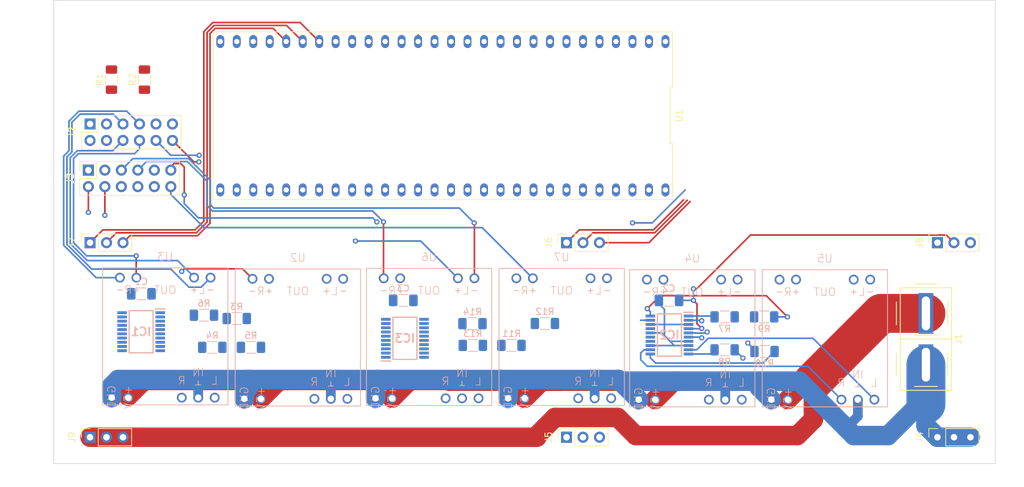
<source format=kicad_pcb>
(kicad_pcb (version 20171130) (host pcbnew "(5.1.9-0-10_14)")

  (general
    (thickness 1.6)
    (drawings 14)
    (tracks 415)
    (zones 0)
    (modules 36)
    (nets 71)
  )

  (page A4)
  (layers
    (0 F.Cu signal)
    (1 In1.Cu signal hide)
    (2 In2.Cu signal hide)
    (31 B.Cu signal)
    (32 B.Adhes user)
    (33 F.Adhes user)
    (34 B.Paste user)
    (35 F.Paste user)
    (36 B.SilkS user)
    (37 F.SilkS user)
    (38 B.Mask user)
    (39 F.Mask user)
    (40 Dwgs.User user)
    (41 Cmts.User user)
    (42 Eco1.User user)
    (43 Eco2.User user)
    (44 Edge.Cuts user)
    (45 Margin user)
    (46 B.CrtYd user)
    (47 F.CrtYd user)
    (48 B.Fab user)
    (49 F.Fab user)
  )

  (setup
    (last_trace_width 0.25)
    (user_trace_width 1.5)
    (user_trace_width 3)
    (user_trace_width 6)
    (trace_clearance 0.2)
    (zone_clearance 0.508)
    (zone_45_only no)
    (trace_min 0.2)
    (via_size 0.8)
    (via_drill 0.4)
    (via_min_size 0.4)
    (via_min_drill 0.3)
    (uvia_size 0.3)
    (uvia_drill 0.1)
    (uvias_allowed no)
    (uvia_min_size 0.2)
    (uvia_min_drill 0.1)
    (edge_width 0.1)
    (segment_width 0.2)
    (pcb_text_width 0.3)
    (pcb_text_size 1.5 1.5)
    (mod_edge_width 0.15)
    (mod_text_size 1 1)
    (mod_text_width 0.15)
    (pad_size 1.524 1.524)
    (pad_drill 0.762)
    (pad_to_mask_clearance 0)
    (aux_axis_origin 0 0)
    (visible_elements FFFFF77F)
    (pcbplotparams
      (layerselection 0x010fc_ffffffff)
      (usegerberextensions false)
      (usegerberattributes true)
      (usegerberadvancedattributes true)
      (creategerberjobfile true)
      (excludeedgelayer true)
      (linewidth 0.100000)
      (plotframeref false)
      (viasonmask false)
      (mode 1)
      (useauxorigin false)
      (hpglpennumber 1)
      (hpglpenspeed 20)
      (hpglpendiameter 15.000000)
      (psnegative false)
      (psa4output false)
      (plotreference true)
      (plotvalue true)
      (plotinvisibletext false)
      (padsonsilk false)
      (subtractmaskfromsilk false)
      (outputformat 1)
      (mirror false)
      (drillshape 1)
      (scaleselection 1)
      (outputdirectory ""))
  )

  (net 0 "")
  (net 1 TeensyVDD)
  (net 2 GND)
  (net 3 "Net-(IC1-Pad1)")
  (net 4 "Net-(IC1-Pad2)")
  (net 5 SCL0)
  (net 6 SDA0)
  (net 7 "Net-(IC1-Pad9)")
  (net 8 "Net-(IC1-Pad10)")
  (net 9 "Net-(IC1-Pad11)")
  (net 10 "Net-(IC1-Pad12)")
  (net 11 "Net-(IC1-Pad19)")
  (net 12 "Net-(IC1-Pad20)")
  (net 13 "Net-(IC2-Pad1)")
  (net 14 "Net-(IC2-Pad2)")
  (net 15 "Net-(IC2-Pad9)")
  (net 16 "Net-(IC2-Pad10)")
  (net 17 "Net-(IC2-Pad11)")
  (net 18 "Net-(IC2-Pad12)")
  (net 19 "Net-(IC2-Pad19)")
  (net 20 "Net-(IC2-Pad20)")
  (net 21 "Net-(IC3-Pad20)")
  (net 22 "Net-(IC3-Pad19)")
  (net 23 "Net-(IC3-Pad12)")
  (net 24 "Net-(IC3-Pad11)")
  (net 25 "Net-(IC3-Pad10)")
  (net 26 "Net-(IC3-Pad9)")
  (net 27 "Net-(IC3-Pad2)")
  (net 28 "Net-(IC3-Pad1)")
  (net 29 VDD)
  (net 30 SPEAK6+)
  (net 31 SPEAK6-)
  (net 32 SPEAK5+)
  (net 33 SPEAK5-)
  (net 34 SPEAK4+)
  (net 35 SPEAK4-)
  (net 36 SPEAK3+)
  (net 37 SPEAK3-)
  (net 38 SPEAK2+)
  (net 39 SPEAK2-)
  (net 40 SPEAK1+)
  (net 41 SPEAK1-)
  (net 42 SPEAK7-)
  (net 43 SPEAK7+)
  (net 44 SPEAK8-)
  (net 45 SPEAK8+)
  (net 46 SPEAK9-)
  (net 47 SPEAK9+)
  (net 48 SPEAK10-)
  (net 49 SPEAK10+)
  (net 50 SPEAK11-)
  (net 51 SPEAK11+)
  (net 52 SPEAK12-)
  (net 53 SPEAK12+)
  (net 54 SCL1)
  (net 55 FREQ11)
  (net 56 FREQ12)
  (net 57 SDA1)
  (net 58 FREQ16)
  (net 59 FREQ15)
  (net 60 FREQ14)
  (net 61 FREQ13)
  (net 62 FREQ4)
  (net 63 FREQ2)
  (net 64 FREQ3)
  (net 65 FREQ8)
  (net 66 FREQ6)
  (net 67 FREQ7)
  (net 68 FREQ5)
  (net 69 FREQ10)
  (net 70 FREQ9)

  (net_class Default "This is the default net class."
    (clearance 0.2)
    (trace_width 0.25)
    (via_dia 0.8)
    (via_drill 0.4)
    (uvia_dia 0.3)
    (uvia_drill 0.1)
    (add_net FREQ10)
    (add_net FREQ11)
    (add_net FREQ12)
    (add_net FREQ13)
    (add_net FREQ14)
    (add_net FREQ15)
    (add_net FREQ16)
    (add_net FREQ2)
    (add_net FREQ3)
    (add_net FREQ4)
    (add_net FREQ5)
    (add_net FREQ6)
    (add_net FREQ7)
    (add_net FREQ8)
    (add_net FREQ9)
    (add_net GND)
    (add_net "Net-(IC1-Pad1)")
    (add_net "Net-(IC1-Pad10)")
    (add_net "Net-(IC1-Pad11)")
    (add_net "Net-(IC1-Pad12)")
    (add_net "Net-(IC1-Pad19)")
    (add_net "Net-(IC1-Pad2)")
    (add_net "Net-(IC1-Pad20)")
    (add_net "Net-(IC1-Pad9)")
    (add_net "Net-(IC2-Pad1)")
    (add_net "Net-(IC2-Pad10)")
    (add_net "Net-(IC2-Pad11)")
    (add_net "Net-(IC2-Pad12)")
    (add_net "Net-(IC2-Pad19)")
    (add_net "Net-(IC2-Pad2)")
    (add_net "Net-(IC2-Pad20)")
    (add_net "Net-(IC2-Pad9)")
    (add_net "Net-(IC3-Pad1)")
    (add_net "Net-(IC3-Pad10)")
    (add_net "Net-(IC3-Pad11)")
    (add_net "Net-(IC3-Pad12)")
    (add_net "Net-(IC3-Pad19)")
    (add_net "Net-(IC3-Pad2)")
    (add_net "Net-(IC3-Pad20)")
    (add_net "Net-(IC3-Pad9)")
    (add_net SCL0)
    (add_net SCL1)
    (add_net SDA0)
    (add_net SDA1)
    (add_net SPEAK1+)
    (add_net SPEAK1-)
    (add_net SPEAK10+)
    (add_net SPEAK10-)
    (add_net SPEAK11+)
    (add_net SPEAK11-)
    (add_net SPEAK12+)
    (add_net SPEAK12-)
    (add_net SPEAK2+)
    (add_net SPEAK2-)
    (add_net SPEAK3+)
    (add_net SPEAK3-)
    (add_net SPEAK4+)
    (add_net SPEAK4-)
    (add_net SPEAK5+)
    (add_net SPEAK5-)
    (add_net SPEAK6+)
    (add_net SPEAK6-)
    (add_net SPEAK7+)
    (add_net SPEAK7-)
    (add_net SPEAK8+)
    (add_net SPEAK8-)
    (add_net SPEAK9+)
    (add_net SPEAK9-)
    (add_net TeensyVDD)
    (add_net VDD)
  )

  (module "SMD Capacitor:C_1206_3216Metric_Pad1.33x1.80mm_HandSolder" (layer B.Cu) (tedit 5F68FEEF) (tstamp 612E6B4F)
    (at 43.2185 115.316 180)
    (descr "Capacitor SMD 1206 (3216 Metric), square (rectangular) end terminal, IPC_7351 nominal with elongated pad for handsoldering. (Body size source: IPC-SM-782 page 76, https://www.pcb-3d.com/wordpress/wp-content/uploads/ipc-sm-782a_amendment_1_and_2.pdf), generated with kicad-footprint-generator")
    (tags "capacitor handsolder")
    (path /612C106E/61363135)
    (attr smd)
    (fp_text reference C1 (at 0 1.85) (layer B.SilkS)
      (effects (font (size 1 1) (thickness 0.15)) (justify mirror))
    )
    (fp_text value 100nF (at 0 -1.85) (layer B.Fab)
      (effects (font (size 1 1) (thickness 0.15)) (justify mirror))
    )
    (fp_line (start -1.6 -0.8) (end -1.6 0.8) (layer B.Fab) (width 0.1))
    (fp_line (start -1.6 0.8) (end 1.6 0.8) (layer B.Fab) (width 0.1))
    (fp_line (start 1.6 0.8) (end 1.6 -0.8) (layer B.Fab) (width 0.1))
    (fp_line (start 1.6 -0.8) (end -1.6 -0.8) (layer B.Fab) (width 0.1))
    (fp_line (start -0.711252 0.91) (end 0.711252 0.91) (layer B.SilkS) (width 0.12))
    (fp_line (start -0.711252 -0.91) (end 0.711252 -0.91) (layer B.SilkS) (width 0.12))
    (fp_line (start -2.48 -1.15) (end -2.48 1.15) (layer B.CrtYd) (width 0.05))
    (fp_line (start -2.48 1.15) (end 2.48 1.15) (layer B.CrtYd) (width 0.05))
    (fp_line (start 2.48 1.15) (end 2.48 -1.15) (layer B.CrtYd) (width 0.05))
    (fp_line (start 2.48 -1.15) (end -2.48 -1.15) (layer B.CrtYd) (width 0.05))
    (fp_text user %R (at 0 0) (layer B.Fab)
      (effects (font (size 0.8 0.8) (thickness 0.12)) (justify mirror))
    )
    (pad 1 smd roundrect (at -1.5625 0 180) (size 1.325 1.8) (layers B.Cu B.Paste B.Mask) (roundrect_rratio 0.188679)
      (net 1 TeensyVDD))
    (pad 2 smd roundrect (at 1.5625 0 180) (size 1.325 1.8) (layers B.Cu B.Paste B.Mask) (roundrect_rratio 0.188679)
      (net 2 GND))
    (model ${KICAD6_3DMODEL_DIR}/Capacitor_SMD.3dshapes/C_1206_3216Metric.wrl
      (at (xyz 0 0 0))
      (scale (xyz 1 1 1))
      (rotate (xyz 0 0 0))
    )
  )

  (module "SMD Capacitor:C_1206_3216Metric_Pad1.33x1.80mm_HandSolder" (layer B.Cu) (tedit 5F68FEEF) (tstamp 612E6B1F)
    (at 124.4985 116.332 180)
    (descr "Capacitor SMD 1206 (3216 Metric), square (rectangular) end terminal, IPC_7351 nominal with elongated pad for handsoldering. (Body size source: IPC-SM-782 page 76, https://www.pcb-3d.com/wordpress/wp-content/uploads/ipc-sm-782a_amendment_1_and_2.pdf), generated with kicad-footprint-generator")
    (tags "capacitor handsolder")
    (path /612B5551/61363135)
    (attr smd)
    (fp_text reference C2 (at 0 1.85) (layer B.SilkS)
      (effects (font (size 1 1) (thickness 0.15)) (justify mirror))
    )
    (fp_text value 100nF (at 0 -1.85) (layer B.Fab)
      (effects (font (size 1 1) (thickness 0.15)) (justify mirror))
    )
    (fp_line (start 2.48 -1.15) (end -2.48 -1.15) (layer B.CrtYd) (width 0.05))
    (fp_line (start 2.48 1.15) (end 2.48 -1.15) (layer B.CrtYd) (width 0.05))
    (fp_line (start -2.48 1.15) (end 2.48 1.15) (layer B.CrtYd) (width 0.05))
    (fp_line (start -2.48 -1.15) (end -2.48 1.15) (layer B.CrtYd) (width 0.05))
    (fp_line (start -0.711252 -0.91) (end 0.711252 -0.91) (layer B.SilkS) (width 0.12))
    (fp_line (start -0.711252 0.91) (end 0.711252 0.91) (layer B.SilkS) (width 0.12))
    (fp_line (start 1.6 -0.8) (end -1.6 -0.8) (layer B.Fab) (width 0.1))
    (fp_line (start 1.6 0.8) (end 1.6 -0.8) (layer B.Fab) (width 0.1))
    (fp_line (start -1.6 0.8) (end 1.6 0.8) (layer B.Fab) (width 0.1))
    (fp_line (start -1.6 -0.8) (end -1.6 0.8) (layer B.Fab) (width 0.1))
    (fp_text user %R (at 0 0) (layer B.Fab)
      (effects (font (size 0.8 0.8) (thickness 0.12)) (justify mirror))
    )
    (pad 2 smd roundrect (at 1.5625 0 180) (size 1.325 1.8) (layers B.Cu B.Paste B.Mask) (roundrect_rratio 0.188679)
      (net 2 GND))
    (pad 1 smd roundrect (at -1.5625 0 180) (size 1.325 1.8) (layers B.Cu B.Paste B.Mask) (roundrect_rratio 0.188679)
      (net 1 TeensyVDD))
    (model ${KICAD6_3DMODEL_DIR}/Capacitor_SMD.3dshapes/C_1206_3216Metric.wrl
      (at (xyz 0 0 0))
      (scale (xyz 1 1 1))
      (rotate (xyz 0 0 0))
    )
  )

  (module "SMD Capacitor:C_1206_3216Metric_Pad1.33x1.80mm_HandSolder" (layer B.Cu) (tedit 5F68FEEF) (tstamp 612E6A7D)
    (at 83.566 116.332 180)
    (descr "Capacitor SMD 1206 (3216 Metric), square (rectangular) end terminal, IPC_7351 nominal with elongated pad for handsoldering. (Body size source: IPC-SM-782 page 76, https://www.pcb-3d.com/wordpress/wp-content/uploads/ipc-sm-782a_amendment_1_and_2.pdf), generated with kicad-footprint-generator")
    (tags "capacitor handsolder")
    (path /612B612B/61363135)
    (attr smd)
    (fp_text reference C3 (at 0 1.85) (layer B.SilkS)
      (effects (font (size 1 1) (thickness 0.15)) (justify mirror))
    )
    (fp_text value 100nF (at 0 -1.85) (layer B.Fab)
      (effects (font (size 1 1) (thickness 0.15)) (justify mirror))
    )
    (fp_line (start -1.6 -0.8) (end -1.6 0.8) (layer B.Fab) (width 0.1))
    (fp_line (start -1.6 0.8) (end 1.6 0.8) (layer B.Fab) (width 0.1))
    (fp_line (start 1.6 0.8) (end 1.6 -0.8) (layer B.Fab) (width 0.1))
    (fp_line (start 1.6 -0.8) (end -1.6 -0.8) (layer B.Fab) (width 0.1))
    (fp_line (start -0.711252 0.91) (end 0.711252 0.91) (layer B.SilkS) (width 0.12))
    (fp_line (start -0.711252 -0.91) (end 0.711252 -0.91) (layer B.SilkS) (width 0.12))
    (fp_line (start -2.48 -1.15) (end -2.48 1.15) (layer B.CrtYd) (width 0.05))
    (fp_line (start -2.48 1.15) (end 2.48 1.15) (layer B.CrtYd) (width 0.05))
    (fp_line (start 2.48 1.15) (end 2.48 -1.15) (layer B.CrtYd) (width 0.05))
    (fp_line (start 2.48 -1.15) (end -2.48 -1.15) (layer B.CrtYd) (width 0.05))
    (fp_text user %R (at 0 0) (layer B.Fab)
      (effects (font (size 0.8 0.8) (thickness 0.12)) (justify mirror))
    )
    (pad 1 smd roundrect (at -1.5625 0 180) (size 1.325 1.8) (layers B.Cu B.Paste B.Mask) (roundrect_rratio 0.188679)
      (net 1 TeensyVDD))
    (pad 2 smd roundrect (at 1.5625 0 180) (size 1.325 1.8) (layers B.Cu B.Paste B.Mask) (roundrect_rratio 0.188679)
      (net 2 GND))
    (model ${KICAD6_3DMODEL_DIR}/Capacitor_SMD.3dshapes/C_1206_3216Metric.wrl
      (at (xyz 0 0 0))
      (scale (xyz 1 1 1))
      (rotate (xyz 0 0 0))
    )
  )

  (module MCP4451:SOP65P640X120-20N (layer B.Cu) (tedit 0) (tstamp 612E6AC3)
    (at 43.18 121.158 180)
    (descr MCP4451-103E/ST)
    (tags "Integrated Circuit")
    (path /612C106E/60E20D4C)
    (attr smd)
    (fp_text reference IC1 (at 0 0) (layer B.SilkS)
      (effects (font (size 1.27 1.27) (thickness 0.254)) (justify mirror))
    )
    (fp_text value MCP4451-103E_ST (at 0 0) (layer B.SilkS) hide
      (effects (font (size 1.27 1.27) (thickness 0.254)) (justify mirror))
    )
    (fp_line (start -3.925 3.55) (end 3.925 3.55) (layer B.CrtYd) (width 0.05))
    (fp_line (start 3.925 3.55) (end 3.925 -3.55) (layer B.CrtYd) (width 0.05))
    (fp_line (start 3.925 -3.55) (end -3.925 -3.55) (layer B.CrtYd) (width 0.05))
    (fp_line (start -3.925 -3.55) (end -3.925 3.55) (layer B.CrtYd) (width 0.05))
    (fp_line (start -2.2 3.25) (end 2.2 3.25) (layer B.Fab) (width 0.1))
    (fp_line (start 2.2 3.25) (end 2.2 -3.25) (layer B.Fab) (width 0.1))
    (fp_line (start 2.2 -3.25) (end -2.2 -3.25) (layer B.Fab) (width 0.1))
    (fp_line (start -2.2 -3.25) (end -2.2 3.25) (layer B.Fab) (width 0.1))
    (fp_line (start -2.2 2.6) (end -1.55 3.25) (layer B.Fab) (width 0.1))
    (fp_line (start -1.85 3.25) (end 1.85 3.25) (layer B.SilkS) (width 0.2))
    (fp_line (start 1.85 3.25) (end 1.85 -3.25) (layer B.SilkS) (width 0.2))
    (fp_line (start 1.85 -3.25) (end -1.85 -3.25) (layer B.SilkS) (width 0.2))
    (fp_line (start -1.85 -3.25) (end -1.85 3.25) (layer B.SilkS) (width 0.2))
    (fp_line (start -3.675 3.5) (end -2.2 3.5) (layer B.SilkS) (width 0.2))
    (fp_text user %R (at 0 0) (layer B.Fab)
      (effects (font (size 1.27 1.27) (thickness 0.254)) (justify mirror))
    )
    (pad 1 smd rect (at -2.938 2.925 90) (size 0.45 1.475) (layers B.Cu B.Paste B.Mask)
      (net 3 "Net-(IC1-Pad1)"))
    (pad 2 smd rect (at -2.938 2.275 90) (size 0.45 1.475) (layers B.Cu B.Paste B.Mask)
      (net 4 "Net-(IC1-Pad2)"))
    (pad 3 smd rect (at -2.938 1.625 90) (size 0.45 1.475) (layers B.Cu B.Paste B.Mask)
      (net 2 GND))
    (pad 4 smd rect (at -2.938 0.975 90) (size 0.45 1.475) (layers B.Cu B.Paste B.Mask)
      (net 2 GND))
    (pad 5 smd rect (at -2.938 0.325 90) (size 0.45 1.475) (layers B.Cu B.Paste B.Mask)
      (net 5 SCL0))
    (pad 6 smd rect (at -2.938 -0.325 90) (size 0.45 1.475) (layers B.Cu B.Paste B.Mask)
      (net 6 SDA0))
    (pad 7 smd rect (at -2.938 -0.975 90) (size 0.45 1.475) (layers B.Cu B.Paste B.Mask)
      (net 2 GND))
    (pad 8 smd rect (at -2.938 -1.625 90) (size 0.45 1.475) (layers B.Cu B.Paste B.Mask)
      (net 2 GND))
    (pad 9 smd rect (at -2.938 -2.275 90) (size 0.45 1.475) (layers B.Cu B.Paste B.Mask)
      (net 7 "Net-(IC1-Pad9)"))
    (pad 10 smd rect (at -2.938 -2.925 90) (size 0.45 1.475) (layers B.Cu B.Paste B.Mask)
      (net 8 "Net-(IC1-Pad10)"))
    (pad 11 smd rect (at 2.938 -2.925 90) (size 0.45 1.475) (layers B.Cu B.Paste B.Mask)
      (net 9 "Net-(IC1-Pad11)"))
    (pad 12 smd rect (at 2.938 -2.275 90) (size 0.45 1.475) (layers B.Cu B.Paste B.Mask)
      (net 10 "Net-(IC1-Pad12)"))
    (pad 13 smd rect (at 2.938 -1.625 90) (size 0.45 1.475) (layers B.Cu B.Paste B.Mask)
      (net 2 GND))
    (pad 14 smd rect (at 2.938 -0.975 90) (size 0.45 1.475) (layers B.Cu B.Paste B.Mask))
    (pad 15 smd rect (at 2.938 -0.325 90) (size 0.45 1.475) (layers B.Cu B.Paste B.Mask))
    (pad 16 smd rect (at 2.938 0.325 90) (size 0.45 1.475) (layers B.Cu B.Paste B.Mask)
      (net 2 GND))
    (pad 17 smd rect (at 2.938 0.975 90) (size 0.45 1.475) (layers B.Cu B.Paste B.Mask)
      (net 1 TeensyVDD))
    (pad 18 smd rect (at 2.938 1.625 90) (size 0.45 1.475) (layers B.Cu B.Paste B.Mask)
      (net 2 GND))
    (pad 19 smd rect (at 2.938 2.275 90) (size 0.45 1.475) (layers B.Cu B.Paste B.Mask)
      (net 11 "Net-(IC1-Pad19)"))
    (pad 20 smd rect (at 2.938 2.925 90) (size 0.45 1.475) (layers B.Cu B.Paste B.Mask)
      (net 12 "Net-(IC1-Pad20)"))
    (model MCP4451-103E_ST.stp
      (at (xyz 0 0 0))
      (scale (xyz 1 1 1))
      (rotate (xyz 0 0 0))
    )
  )

  (module MCP4451:SOP65P640X120-20N (layer B.Cu) (tedit 0) (tstamp 612E6E4A)
    (at 124.57 121.666 180)
    (descr MCP4451-103E/ST)
    (tags "Integrated Circuit")
    (path /612B5551/60E20D4C)
    (attr smd)
    (fp_text reference IC2 (at 0 0) (layer B.SilkS)
      (effects (font (size 1.27 1.27) (thickness 0.254)) (justify mirror))
    )
    (fp_text value MCP4451-103E_ST (at 0 0) (layer B.SilkS) hide
      (effects (font (size 1.27 1.27) (thickness 0.254)) (justify mirror))
    )
    (fp_line (start -3.925 3.55) (end 3.925 3.55) (layer B.CrtYd) (width 0.05))
    (fp_line (start 3.925 3.55) (end 3.925 -3.55) (layer B.CrtYd) (width 0.05))
    (fp_line (start 3.925 -3.55) (end -3.925 -3.55) (layer B.CrtYd) (width 0.05))
    (fp_line (start -3.925 -3.55) (end -3.925 3.55) (layer B.CrtYd) (width 0.05))
    (fp_line (start -2.2 3.25) (end 2.2 3.25) (layer B.Fab) (width 0.1))
    (fp_line (start 2.2 3.25) (end 2.2 -3.25) (layer B.Fab) (width 0.1))
    (fp_line (start 2.2 -3.25) (end -2.2 -3.25) (layer B.Fab) (width 0.1))
    (fp_line (start -2.2 -3.25) (end -2.2 3.25) (layer B.Fab) (width 0.1))
    (fp_line (start -2.2 2.6) (end -1.55 3.25) (layer B.Fab) (width 0.1))
    (fp_line (start -1.85 3.25) (end 1.85 3.25) (layer B.SilkS) (width 0.2))
    (fp_line (start 1.85 3.25) (end 1.85 -3.25) (layer B.SilkS) (width 0.2))
    (fp_line (start 1.85 -3.25) (end -1.85 -3.25) (layer B.SilkS) (width 0.2))
    (fp_line (start -1.85 -3.25) (end -1.85 3.25) (layer B.SilkS) (width 0.2))
    (fp_line (start -3.675 3.5) (end -2.2 3.5) (layer B.SilkS) (width 0.2))
    (fp_text user %R (at 0 0) (layer B.Fab)
      (effects (font (size 1.27 1.27) (thickness 0.254)) (justify mirror))
    )
    (pad 1 smd rect (at -2.938 2.925 90) (size 0.45 1.475) (layers B.Cu B.Paste B.Mask)
      (net 13 "Net-(IC2-Pad1)"))
    (pad 2 smd rect (at -2.938 2.275 90) (size 0.45 1.475) (layers B.Cu B.Paste B.Mask)
      (net 14 "Net-(IC2-Pad2)"))
    (pad 3 smd rect (at -2.938 1.625 90) (size 0.45 1.475) (layers B.Cu B.Paste B.Mask)
      (net 2 GND))
    (pad 4 smd rect (at -2.938 0.975 90) (size 0.45 1.475) (layers B.Cu B.Paste B.Mask)
      (net 1 TeensyVDD))
    (pad 5 smd rect (at -2.938 0.325 90) (size 0.45 1.475) (layers B.Cu B.Paste B.Mask)
      (net 5 SCL0))
    (pad 6 smd rect (at -2.938 -0.325 90) (size 0.45 1.475) (layers B.Cu B.Paste B.Mask)
      (net 6 SDA0))
    (pad 7 smd rect (at -2.938 -0.975 90) (size 0.45 1.475) (layers B.Cu B.Paste B.Mask)
      (net 2 GND))
    (pad 8 smd rect (at -2.938 -1.625 90) (size 0.45 1.475) (layers B.Cu B.Paste B.Mask)
      (net 2 GND))
    (pad 9 smd rect (at -2.938 -2.275 90) (size 0.45 1.475) (layers B.Cu B.Paste B.Mask)
      (net 15 "Net-(IC2-Pad9)"))
    (pad 10 smd rect (at -2.938 -2.925 90) (size 0.45 1.475) (layers B.Cu B.Paste B.Mask)
      (net 16 "Net-(IC2-Pad10)"))
    (pad 11 smd rect (at 2.938 -2.925 90) (size 0.45 1.475) (layers B.Cu B.Paste B.Mask)
      (net 17 "Net-(IC2-Pad11)"))
    (pad 12 smd rect (at 2.938 -2.275 90) (size 0.45 1.475) (layers B.Cu B.Paste B.Mask)
      (net 18 "Net-(IC2-Pad12)"))
    (pad 13 smd rect (at 2.938 -1.625 90) (size 0.45 1.475) (layers B.Cu B.Paste B.Mask)
      (net 2 GND))
    (pad 14 smd rect (at 2.938 -0.975 90) (size 0.45 1.475) (layers B.Cu B.Paste B.Mask))
    (pad 15 smd rect (at 2.938 -0.325 90) (size 0.45 1.475) (layers B.Cu B.Paste B.Mask))
    (pad 16 smd rect (at 2.938 0.325 90) (size 0.45 1.475) (layers B.Cu B.Paste B.Mask)
      (net 2 GND))
    (pad 17 smd rect (at 2.938 0.975 90) (size 0.45 1.475) (layers B.Cu B.Paste B.Mask)
      (net 1 TeensyVDD))
    (pad 18 smd rect (at 2.938 1.625 90) (size 0.45 1.475) (layers B.Cu B.Paste B.Mask)
      (net 2 GND))
    (pad 19 smd rect (at 2.938 2.275 90) (size 0.45 1.475) (layers B.Cu B.Paste B.Mask)
      (net 19 "Net-(IC2-Pad19)"))
    (pad 20 smd rect (at 2.938 2.925 90) (size 0.45 1.475) (layers B.Cu B.Paste B.Mask)
      (net 20 "Net-(IC2-Pad20)"))
    (model MCP4451-103E_ST.stp
      (at (xyz 0 0 0))
      (scale (xyz 1 1 1))
      (rotate (xyz 0 0 0))
    )
  )

  (module MCP4451:SOP65P640X120-20N (layer B.Cu) (tedit 0) (tstamp 612E6DD8)
    (at 83.82 122.174)
    (descr MCP4451-103E/ST)
    (tags "Integrated Circuit")
    (path /612B612B/60E20D4C)
    (attr smd)
    (fp_text reference IC3 (at 0 0 180) (layer B.SilkS)
      (effects (font (size 1.27 1.27) (thickness 0.254)) (justify mirror))
    )
    (fp_text value MCP4451-103E_ST (at 0 0 180) (layer B.SilkS) hide
      (effects (font (size 1.27 1.27) (thickness 0.254)) (justify mirror))
    )
    (fp_line (start -3.675 3.5) (end -2.2 3.5) (layer B.SilkS) (width 0.2))
    (fp_line (start -1.85 -3.25) (end -1.85 3.25) (layer B.SilkS) (width 0.2))
    (fp_line (start 1.85 -3.25) (end -1.85 -3.25) (layer B.SilkS) (width 0.2))
    (fp_line (start 1.85 3.25) (end 1.85 -3.25) (layer B.SilkS) (width 0.2))
    (fp_line (start -1.85 3.25) (end 1.85 3.25) (layer B.SilkS) (width 0.2))
    (fp_line (start -2.2 2.6) (end -1.55 3.25) (layer B.Fab) (width 0.1))
    (fp_line (start -2.2 -3.25) (end -2.2 3.25) (layer B.Fab) (width 0.1))
    (fp_line (start 2.2 -3.25) (end -2.2 -3.25) (layer B.Fab) (width 0.1))
    (fp_line (start 2.2 3.25) (end 2.2 -3.25) (layer B.Fab) (width 0.1))
    (fp_line (start -2.2 3.25) (end 2.2 3.25) (layer B.Fab) (width 0.1))
    (fp_line (start -3.925 -3.55) (end -3.925 3.55) (layer B.CrtYd) (width 0.05))
    (fp_line (start 3.925 -3.55) (end -3.925 -3.55) (layer B.CrtYd) (width 0.05))
    (fp_line (start 3.925 3.55) (end 3.925 -3.55) (layer B.CrtYd) (width 0.05))
    (fp_line (start -3.925 3.55) (end 3.925 3.55) (layer B.CrtYd) (width 0.05))
    (fp_text user %R (at 0 0 180) (layer B.Fab)
      (effects (font (size 1.27 1.27) (thickness 0.254)) (justify mirror))
    )
    (pad 20 smd rect (at 2.938 2.925 270) (size 0.45 1.475) (layers B.Cu B.Paste B.Mask)
      (net 21 "Net-(IC3-Pad20)"))
    (pad 19 smd rect (at 2.938 2.275 270) (size 0.45 1.475) (layers B.Cu B.Paste B.Mask)
      (net 22 "Net-(IC3-Pad19)"))
    (pad 18 smd rect (at 2.938 1.625 270) (size 0.45 1.475) (layers B.Cu B.Paste B.Mask)
      (net 2 GND))
    (pad 17 smd rect (at 2.938 0.975 270) (size 0.45 1.475) (layers B.Cu B.Paste B.Mask)
      (net 1 TeensyVDD))
    (pad 16 smd rect (at 2.938 0.325 270) (size 0.45 1.475) (layers B.Cu B.Paste B.Mask)
      (net 1 TeensyVDD))
    (pad 15 smd rect (at 2.938 -0.325 270) (size 0.45 1.475) (layers B.Cu B.Paste B.Mask))
    (pad 14 smd rect (at 2.938 -0.975 270) (size 0.45 1.475) (layers B.Cu B.Paste B.Mask))
    (pad 13 smd rect (at 2.938 -1.625 270) (size 0.45 1.475) (layers B.Cu B.Paste B.Mask)
      (net 2 GND))
    (pad 12 smd rect (at 2.938 -2.275 270) (size 0.45 1.475) (layers B.Cu B.Paste B.Mask)
      (net 23 "Net-(IC3-Pad12)"))
    (pad 11 smd rect (at 2.938 -2.925 270) (size 0.45 1.475) (layers B.Cu B.Paste B.Mask)
      (net 24 "Net-(IC3-Pad11)"))
    (pad 10 smd rect (at -2.938 -2.925 270) (size 0.45 1.475) (layers B.Cu B.Paste B.Mask)
      (net 25 "Net-(IC3-Pad10)"))
    (pad 9 smd rect (at -2.938 -2.275 270) (size 0.45 1.475) (layers B.Cu B.Paste B.Mask)
      (net 26 "Net-(IC3-Pad9)"))
    (pad 8 smd rect (at -2.938 -1.625 270) (size 0.45 1.475) (layers B.Cu B.Paste B.Mask)
      (net 2 GND))
    (pad 7 smd rect (at -2.938 -0.975 270) (size 0.45 1.475) (layers B.Cu B.Paste B.Mask)
      (net 2 GND))
    (pad 6 smd rect (at -2.938 -0.325 270) (size 0.45 1.475) (layers B.Cu B.Paste B.Mask)
      (net 6 SDA0))
    (pad 5 smd rect (at -2.938 0.325 270) (size 0.45 1.475) (layers B.Cu B.Paste B.Mask)
      (net 5 SCL0))
    (pad 4 smd rect (at -2.938 0.975 270) (size 0.45 1.475) (layers B.Cu B.Paste B.Mask)
      (net 2 GND))
    (pad 3 smd rect (at -2.938 1.625 270) (size 0.45 1.475) (layers B.Cu B.Paste B.Mask)
      (net 2 GND))
    (pad 2 smd rect (at -2.938 2.275 270) (size 0.45 1.475) (layers B.Cu B.Paste B.Mask)
      (net 27 "Net-(IC3-Pad2)"))
    (pad 1 smd rect (at -2.938 2.925 270) (size 0.45 1.475) (layers B.Cu B.Paste B.Mask)
      (net 28 "Net-(IC3-Pad1)"))
    (model MCP4451-103E_ST.stp
      (at (xyz 0 0 0))
      (scale (xyz 1 1 1))
      (rotate (xyz 0 0 0))
    )
  )

  (module PowerPole:45A-VERT-PAIR (layer F.Cu) (tedit 5AAA941A) (tstamp 612E6D8C)
    (at 164.084 122.288 270)
    (descr "Use through-hole center to align with adjacent PowerPole connectors.  Do not rely on housing outlines.")
    (tags "Anderson Powerpole 25A PCB right angle G2")
    (path /60DED7AA)
    (fp_text reference J1 (at 0 -5 90) (layer F.SilkS)
      (effects (font (size 1 1) (thickness 0.15)))
    )
    (fp_text value PowerPole (at 0 2 90) (layer F.SilkS) hide
      (effects (font (size 1 1) (thickness 0.15)))
    )
    (fp_line (start -7.9 -3.95) (end -7.9 3.95) (layer F.SilkS) (width 0.15))
    (fp_line (start -8.5 -1.75) (end -8.5 1.75) (layer F.SilkS) (width 0.15))
    (fp_line (start -7.9 -3.95) (end 0 -3.95) (layer F.SilkS) (width 0.15))
    (fp_line (start -5.7 -3.35) (end -2.2 -3.35) (layer F.SilkS) (width 0.15))
    (fp_line (start -7.9 3.95) (end 0 3.95) (layer F.SilkS) (width 0.15))
    (fp_line (start -5.7 4.55) (end -2.2 4.55) (layer F.SilkS) (width 0.15))
    (fp_line (start 0 -3.95) (end 7.9 -3.95) (layer F.SilkS) (width 0.15))
    (fp_line (start -0.6 -1.75) (end -0.6 1.75) (layer F.SilkS) (width 0.15))
    (fp_line (start 2.2 -3.35) (end 5.7 -3.35) (layer F.SilkS) (width 0.15))
    (fp_line (start 7.3 -1.75) (end 7.3 1.75) (layer F.SilkS) (width 0.15))
    (fp_line (start 7.9 -3.95) (end 7.9 3.95) (layer F.SilkS) (width 0.15))
    (fp_line (start 0 -3.95) (end 0 3.95) (layer F.SilkS) (width 0.15))
    (fp_line (start 0 3.95) (end 7.9 3.95) (layer F.SilkS) (width 0.15))
    (fp_line (start 2.2 4.55) (end 5.7 4.55) (layer F.SilkS) (width 0.15))
    (pad 2 thru_hole rect (at 3.95 0 270) (size 6.25 2.25) (drill oval 5.23 1.27) (layers *.Cu *.Mask)
      (net 2 GND))
    (pad 1 thru_hole rect (at -3.95 0 270) (size 6.25 2.25) (drill oval 5.23 1.27) (layers *.Cu *.Mask)
      (net 29 VDD))
    (model /home/imuli/μπ/footprints/Connectors_Anderson.pretty/45A-VERT-PAIR.wrl
      (at (xyz 0 0 0))
      (scale (xyz -0.3937 -0.3937 0.3937))
      (rotate (xyz 90 0 0))
    )
  )

  (module "Pin Socket 2.54mm:PinSocket_2x06_P2.54mm_Vertical" (layer F.Cu) (tedit 5A19A42B) (tstamp 612E367C)
    (at 35.306 89.154 90)
    (descr "Through hole straight socket strip, 2x06, 2.54mm pitch, double cols (from Kicad 4.0.7), script generated")
    (tags "Through hole socket strip THT 2x06 2.54mm double row")
    (path /6138AFFE)
    (fp_text reference J2 (at -1.27 -2.77 90) (layer F.SilkS)
      (effects (font (size 1 1) (thickness 0.15)))
    )
    (fp_text value Conn_01x12_Female (at -1.27 15.47 90) (layer F.Fab)
      (effects (font (size 1 1) (thickness 0.15)))
    )
    (fp_line (start -4.34 14.45) (end -4.34 -1.8) (layer F.CrtYd) (width 0.05))
    (fp_line (start 1.76 14.45) (end -4.34 14.45) (layer F.CrtYd) (width 0.05))
    (fp_line (start 1.76 -1.8) (end 1.76 14.45) (layer F.CrtYd) (width 0.05))
    (fp_line (start -4.34 -1.8) (end 1.76 -1.8) (layer F.CrtYd) (width 0.05))
    (fp_line (start 0 -1.33) (end 1.33 -1.33) (layer F.SilkS) (width 0.12))
    (fp_line (start 1.33 -1.33) (end 1.33 0) (layer F.SilkS) (width 0.12))
    (fp_line (start -1.27 -1.33) (end -1.27 1.27) (layer F.SilkS) (width 0.12))
    (fp_line (start -1.27 1.27) (end 1.33 1.27) (layer F.SilkS) (width 0.12))
    (fp_line (start 1.33 1.27) (end 1.33 14.03) (layer F.SilkS) (width 0.12))
    (fp_line (start -3.87 14.03) (end 1.33 14.03) (layer F.SilkS) (width 0.12))
    (fp_line (start -3.87 -1.33) (end -3.87 14.03) (layer F.SilkS) (width 0.12))
    (fp_line (start -3.87 -1.33) (end -1.27 -1.33) (layer F.SilkS) (width 0.12))
    (fp_line (start -3.81 13.97) (end -3.81 -1.27) (layer F.Fab) (width 0.1))
    (fp_line (start 1.27 13.97) (end -3.81 13.97) (layer F.Fab) (width 0.1))
    (fp_line (start 1.27 -0.27) (end 1.27 13.97) (layer F.Fab) (width 0.1))
    (fp_line (start 0.27 -1.27) (end 1.27 -0.27) (layer F.Fab) (width 0.1))
    (fp_line (start -3.81 -1.27) (end 0.27 -1.27) (layer F.Fab) (width 0.1))
    (fp_text user %R (at -1.27 6.35) (layer F.Fab)
      (effects (font (size 1 1) (thickness 0.15)))
    )
    (pad 12 thru_hole oval (at -2.54 12.7 90) (size 1.7 1.7) (drill 1) (layers *.Cu *.Mask)
      (net 30 SPEAK6+))
    (pad 11 thru_hole oval (at 0 12.7 90) (size 1.7 1.7) (drill 1) (layers *.Cu *.Mask)
      (net 31 SPEAK6-))
    (pad 10 thru_hole oval (at -2.54 10.16 90) (size 1.7 1.7) (drill 1) (layers *.Cu *.Mask)
      (net 32 SPEAK5+))
    (pad 9 thru_hole oval (at 0 10.16 90) (size 1.7 1.7) (drill 1) (layers *.Cu *.Mask)
      (net 33 SPEAK5-))
    (pad 8 thru_hole oval (at -2.54 7.62 90) (size 1.7 1.7) (drill 1) (layers *.Cu *.Mask)
      (net 34 SPEAK4+))
    (pad 7 thru_hole oval (at 0 7.62 90) (size 1.7 1.7) (drill 1) (layers *.Cu *.Mask)
      (net 35 SPEAK4-))
    (pad 6 thru_hole oval (at -2.54 5.08 90) (size 1.7 1.7) (drill 1) (layers *.Cu *.Mask)
      (net 36 SPEAK3+))
    (pad 5 thru_hole oval (at 0 5.08 90) (size 1.7 1.7) (drill 1) (layers *.Cu *.Mask)
      (net 37 SPEAK3-))
    (pad 4 thru_hole oval (at -2.54 2.54 90) (size 1.7 1.7) (drill 1) (layers *.Cu *.Mask)
      (net 38 SPEAK2+))
    (pad 3 thru_hole oval (at 0 2.54 90) (size 1.7 1.7) (drill 1) (layers *.Cu *.Mask)
      (net 39 SPEAK2-))
    (pad 2 thru_hole oval (at -2.54 0 90) (size 1.7 1.7) (drill 1) (layers *.Cu *.Mask)
      (net 40 SPEAK1+))
    (pad 1 thru_hole rect (at 0 0 90) (size 1.7 1.7) (drill 1) (layers *.Cu *.Mask)
      (net 41 SPEAK1-))
    (model ${KICAD6_3DMODEL_DIR}/Connector_PinSocket_2.54mm.3dshapes/PinSocket_2x06_P2.54mm_Vertical.wrl
      (at (xyz 0 0 0))
      (scale (xyz 1 1 1))
      (rotate (xyz 0 0 0))
    )
  )

  (module "Pin Socket 2.54mm:PinSocket_2x06_P2.54mm_Vertical" (layer F.Cu) (tedit 5A19A42B) (tstamp 612E369E)
    (at 35.052 96.266 90)
    (descr "Through hole straight socket strip, 2x06, 2.54mm pitch, double cols (from Kicad 4.0.7), script generated")
    (tags "Through hole socket strip THT 2x06 2.54mm double row")
    (path /613941BA)
    (fp_text reference J3 (at -1.27 -2.77 90) (layer F.SilkS)
      (effects (font (size 1 1) (thickness 0.15)))
    )
    (fp_text value Conn_01x12_Female (at -1.27 15.47 90) (layer F.Fab)
      (effects (font (size 1 1) (thickness 0.15)))
    )
    (fp_line (start -3.81 -1.27) (end 0.27 -1.27) (layer F.Fab) (width 0.1))
    (fp_line (start 0.27 -1.27) (end 1.27 -0.27) (layer F.Fab) (width 0.1))
    (fp_line (start 1.27 -0.27) (end 1.27 13.97) (layer F.Fab) (width 0.1))
    (fp_line (start 1.27 13.97) (end -3.81 13.97) (layer F.Fab) (width 0.1))
    (fp_line (start -3.81 13.97) (end -3.81 -1.27) (layer F.Fab) (width 0.1))
    (fp_line (start -3.87 -1.33) (end -1.27 -1.33) (layer F.SilkS) (width 0.12))
    (fp_line (start -3.87 -1.33) (end -3.87 14.03) (layer F.SilkS) (width 0.12))
    (fp_line (start -3.87 14.03) (end 1.33 14.03) (layer F.SilkS) (width 0.12))
    (fp_line (start 1.33 1.27) (end 1.33 14.03) (layer F.SilkS) (width 0.12))
    (fp_line (start -1.27 1.27) (end 1.33 1.27) (layer F.SilkS) (width 0.12))
    (fp_line (start -1.27 -1.33) (end -1.27 1.27) (layer F.SilkS) (width 0.12))
    (fp_line (start 1.33 -1.33) (end 1.33 0) (layer F.SilkS) (width 0.12))
    (fp_line (start 0 -1.33) (end 1.33 -1.33) (layer F.SilkS) (width 0.12))
    (fp_line (start -4.34 -1.8) (end 1.76 -1.8) (layer F.CrtYd) (width 0.05))
    (fp_line (start 1.76 -1.8) (end 1.76 14.45) (layer F.CrtYd) (width 0.05))
    (fp_line (start 1.76 14.45) (end -4.34 14.45) (layer F.CrtYd) (width 0.05))
    (fp_line (start -4.34 14.45) (end -4.34 -1.8) (layer F.CrtYd) (width 0.05))
    (fp_text user %R (at -1.27 6.35) (layer F.Fab)
      (effects (font (size 1 1) (thickness 0.15)))
    )
    (pad 1 thru_hole rect (at 0 0 90) (size 1.7 1.7) (drill 1) (layers *.Cu *.Mask)
      (net 42 SPEAK7-))
    (pad 2 thru_hole oval (at -2.54 0 90) (size 1.7 1.7) (drill 1) (layers *.Cu *.Mask)
      (net 43 SPEAK7+))
    (pad 3 thru_hole oval (at 0 2.54 90) (size 1.7 1.7) (drill 1) (layers *.Cu *.Mask)
      (net 44 SPEAK8-))
    (pad 4 thru_hole oval (at -2.54 2.54 90) (size 1.7 1.7) (drill 1) (layers *.Cu *.Mask)
      (net 45 SPEAK8+))
    (pad 5 thru_hole oval (at 0 5.08 90) (size 1.7 1.7) (drill 1) (layers *.Cu *.Mask)
      (net 46 SPEAK9-))
    (pad 6 thru_hole oval (at -2.54 5.08 90) (size 1.7 1.7) (drill 1) (layers *.Cu *.Mask)
      (net 47 SPEAK9+))
    (pad 7 thru_hole oval (at 0 7.62 90) (size 1.7 1.7) (drill 1) (layers *.Cu *.Mask)
      (net 48 SPEAK10-))
    (pad 8 thru_hole oval (at -2.54 7.62 90) (size 1.7 1.7) (drill 1) (layers *.Cu *.Mask)
      (net 49 SPEAK10+))
    (pad 9 thru_hole oval (at 0 10.16 90) (size 1.7 1.7) (drill 1) (layers *.Cu *.Mask)
      (net 50 SPEAK11-))
    (pad 10 thru_hole oval (at -2.54 10.16 90) (size 1.7 1.7) (drill 1) (layers *.Cu *.Mask)
      (net 51 SPEAK11+))
    (pad 11 thru_hole oval (at 0 12.7 90) (size 1.7 1.7) (drill 1) (layers *.Cu *.Mask)
      (net 52 SPEAK12-))
    (pad 12 thru_hole oval (at -2.54 12.7 90) (size 1.7 1.7) (drill 1) (layers *.Cu *.Mask)
      (net 53 SPEAK12+))
    (model ${KICAD6_3DMODEL_DIR}/Connector_PinSocket_2.54mm.3dshapes/PinSocket_2x06_P2.54mm_Vertical.wrl
      (at (xyz 0 0 0))
      (scale (xyz 1 1 1))
      (rotate (xyz 0 0 0))
    )
  )

  (module "Pin Socket 2.54mm:PinSocket_1x03_P2.54mm_Vertical" (layer F.Cu) (tedit 5A19A429) (tstamp 612E6D4D)
    (at 165.862 137.414 90)
    (descr "Through hole straight socket strip, 1x03, 2.54mm pitch, single row (from Kicad 4.0.7), script generated")
    (tags "Through hole socket strip THT 1x03 2.54mm single row")
    (path /612D2597)
    (fp_text reference J4 (at 0 -2.77 90) (layer F.SilkS)
      (effects (font (size 1 1) (thickness 0.15)))
    )
    (fp_text value Conn_01x03_Female (at 0 7.85 90) (layer F.Fab)
      (effects (font (size 1 1) (thickness 0.15)))
    )
    (fp_line (start -1.27 -1.27) (end 0.635 -1.27) (layer F.Fab) (width 0.1))
    (fp_line (start 0.635 -1.27) (end 1.27 -0.635) (layer F.Fab) (width 0.1))
    (fp_line (start 1.27 -0.635) (end 1.27 6.35) (layer F.Fab) (width 0.1))
    (fp_line (start 1.27 6.35) (end -1.27 6.35) (layer F.Fab) (width 0.1))
    (fp_line (start -1.27 6.35) (end -1.27 -1.27) (layer F.Fab) (width 0.1))
    (fp_line (start -1.33 1.27) (end 1.33 1.27) (layer F.SilkS) (width 0.12))
    (fp_line (start -1.33 1.27) (end -1.33 6.41) (layer F.SilkS) (width 0.12))
    (fp_line (start -1.33 6.41) (end 1.33 6.41) (layer F.SilkS) (width 0.12))
    (fp_line (start 1.33 1.27) (end 1.33 6.41) (layer F.SilkS) (width 0.12))
    (fp_line (start 1.33 -1.33) (end 1.33 0) (layer F.SilkS) (width 0.12))
    (fp_line (start 0 -1.33) (end 1.33 -1.33) (layer F.SilkS) (width 0.12))
    (fp_line (start -1.8 -1.8) (end 1.75 -1.8) (layer F.CrtYd) (width 0.05))
    (fp_line (start 1.75 -1.8) (end 1.75 6.85) (layer F.CrtYd) (width 0.05))
    (fp_line (start 1.75 6.85) (end -1.8 6.85) (layer F.CrtYd) (width 0.05))
    (fp_line (start -1.8 6.85) (end -1.8 -1.8) (layer F.CrtYd) (width 0.05))
    (fp_text user %R (at 0 2.54) (layer F.Fab)
      (effects (font (size 1 1) (thickness 0.15)))
    )
    (pad 1 thru_hole rect (at 0 0 90) (size 1.7 1.7) (drill 1) (layers *.Cu *.Mask)
      (net 2 GND))
    (pad 2 thru_hole oval (at 0 2.54 90) (size 1.7 1.7) (drill 1) (layers *.Cu *.Mask)
      (net 2 GND))
    (pad 3 thru_hole oval (at 0 5.08 90) (size 1.7 1.7) (drill 1) (layers *.Cu *.Mask)
      (net 2 GND))
    (model ${KICAD6_3DMODEL_DIR}/Connector_PinSocket_2.54mm.3dshapes/PinSocket_1x03_P2.54mm_Vertical.wrl
      (at (xyz 0 0 0))
      (scale (xyz 1 1 1))
      (rotate (xyz 0 0 0))
    )
  )

  (module "Pin Socket 2.54mm:PinSocket_1x03_P2.54mm_Vertical" (layer F.Cu) (tedit 5A19A429) (tstamp 612E7200)
    (at 108.712 137.414 90)
    (descr "Through hole straight socket strip, 1x03, 2.54mm pitch, single row (from Kicad 4.0.7), script generated")
    (tags "Through hole socket strip THT 1x03 2.54mm single row")
    (path /612D4A68)
    (fp_text reference J5 (at 0 -2.77 90) (layer F.SilkS)
      (effects (font (size 1 1) (thickness 0.15)))
    )
    (fp_text value Conn_01x03_Female (at 0 7.85 90) (layer F.Fab)
      (effects (font (size 1 1) (thickness 0.15)))
    )
    (fp_line (start -1.8 6.85) (end -1.8 -1.8) (layer F.CrtYd) (width 0.05))
    (fp_line (start 1.75 6.85) (end -1.8 6.85) (layer F.CrtYd) (width 0.05))
    (fp_line (start 1.75 -1.8) (end 1.75 6.85) (layer F.CrtYd) (width 0.05))
    (fp_line (start -1.8 -1.8) (end 1.75 -1.8) (layer F.CrtYd) (width 0.05))
    (fp_line (start 0 -1.33) (end 1.33 -1.33) (layer F.SilkS) (width 0.12))
    (fp_line (start 1.33 -1.33) (end 1.33 0) (layer F.SilkS) (width 0.12))
    (fp_line (start 1.33 1.27) (end 1.33 6.41) (layer F.SilkS) (width 0.12))
    (fp_line (start -1.33 6.41) (end 1.33 6.41) (layer F.SilkS) (width 0.12))
    (fp_line (start -1.33 1.27) (end -1.33 6.41) (layer F.SilkS) (width 0.12))
    (fp_line (start -1.33 1.27) (end 1.33 1.27) (layer F.SilkS) (width 0.12))
    (fp_line (start -1.27 6.35) (end -1.27 -1.27) (layer F.Fab) (width 0.1))
    (fp_line (start 1.27 6.35) (end -1.27 6.35) (layer F.Fab) (width 0.1))
    (fp_line (start 1.27 -0.635) (end 1.27 6.35) (layer F.Fab) (width 0.1))
    (fp_line (start 0.635 -1.27) (end 1.27 -0.635) (layer F.Fab) (width 0.1))
    (fp_line (start -1.27 -1.27) (end 0.635 -1.27) (layer F.Fab) (width 0.1))
    (fp_text user %R (at 0 2.54) (layer F.Fab)
      (effects (font (size 1 1) (thickness 0.15)))
    )
    (pad 3 thru_hole oval (at 0 5.08 90) (size 1.7 1.7) (drill 1) (layers *.Cu *.Mask))
    (pad 2 thru_hole oval (at 0 2.54 90) (size 1.7 1.7) (drill 1) (layers *.Cu *.Mask)
      (net 2 GND))
    (pad 1 thru_hole rect (at 0 0 90) (size 1.7 1.7) (drill 1) (layers *.Cu *.Mask)
      (net 54 SCL1))
    (model ${KICAD6_3DMODEL_DIR}/Connector_PinSocket_2.54mm.3dshapes/PinSocket_1x03_P2.54mm_Vertical.wrl
      (at (xyz 0 0 0))
      (scale (xyz 1 1 1))
      (rotate (xyz 0 0 0))
    )
  )

  (module "Pin Socket 2.54mm:PinSocket_1x03_P2.54mm_Vertical" locked (layer F.Cu) (tedit 5A19A429) (tstamp 612E71BE)
    (at 108.712 107.442 90)
    (descr "Through hole straight socket strip, 1x03, 2.54mm pitch, single row (from Kicad 4.0.7), script generated")
    (tags "Through hole socket strip THT 1x03 2.54mm single row")
    (path /612D7199)
    (fp_text reference J6 (at 0 -2.77 90) (layer F.SilkS)
      (effects (font (size 1 1) (thickness 0.15)))
    )
    (fp_text value Conn_01x03_Female (at 0 7.85 90) (layer F.Fab)
      (effects (font (size 1 1) (thickness 0.15)))
    )
    (fp_line (start -1.27 -1.27) (end 0.635 -1.27) (layer F.Fab) (width 0.1))
    (fp_line (start 0.635 -1.27) (end 1.27 -0.635) (layer F.Fab) (width 0.1))
    (fp_line (start 1.27 -0.635) (end 1.27 6.35) (layer F.Fab) (width 0.1))
    (fp_line (start 1.27 6.35) (end -1.27 6.35) (layer F.Fab) (width 0.1))
    (fp_line (start -1.27 6.35) (end -1.27 -1.27) (layer F.Fab) (width 0.1))
    (fp_line (start -1.33 1.27) (end 1.33 1.27) (layer F.SilkS) (width 0.12))
    (fp_line (start -1.33 1.27) (end -1.33 6.41) (layer F.SilkS) (width 0.12))
    (fp_line (start -1.33 6.41) (end 1.33 6.41) (layer F.SilkS) (width 0.12))
    (fp_line (start 1.33 1.27) (end 1.33 6.41) (layer F.SilkS) (width 0.12))
    (fp_line (start 1.33 -1.33) (end 1.33 0) (layer F.SilkS) (width 0.12))
    (fp_line (start 0 -1.33) (end 1.33 -1.33) (layer F.SilkS) (width 0.12))
    (fp_line (start -1.8 -1.8) (end 1.75 -1.8) (layer F.CrtYd) (width 0.05))
    (fp_line (start 1.75 -1.8) (end 1.75 6.85) (layer F.CrtYd) (width 0.05))
    (fp_line (start 1.75 6.85) (end -1.8 6.85) (layer F.CrtYd) (width 0.05))
    (fp_line (start -1.8 6.85) (end -1.8 -1.8) (layer F.CrtYd) (width 0.05))
    (fp_text user %R (at 0 2.54) (layer F.Fab)
      (effects (font (size 1 1) (thickness 0.15)))
    )
    (pad 1 thru_hole rect (at 0 0 90) (size 1.7 1.7) (drill 1) (layers *.Cu *.Mask)
      (net 55 FREQ11))
    (pad 2 thru_hole oval (at 0 2.54 90) (size 1.7 1.7) (drill 1) (layers *.Cu *.Mask)
      (net 56 FREQ12))
    (pad 3 thru_hole oval (at 0 5.08 90) (size 1.7 1.7) (drill 1) (layers *.Cu *.Mask)
      (net 57 SDA1))
    (model ${KICAD6_3DMODEL_DIR}/Connector_PinSocket_2.54mm.3dshapes/PinSocket_1x03_P2.54mm_Vertical.wrl
      (at (xyz 0 0 0))
      (scale (xyz 1 1 1))
      (rotate (xyz 0 0 0))
    )
  )

  (module "Pin Socket 2.54mm:PinSocket_1x03_P2.54mm_Vertical" locked (layer F.Cu) (tedit 5A19A429) (tstamp 612E713A)
    (at 35.306 107.442 90)
    (descr "Through hole straight socket strip, 1x03, 2.54mm pitch, single row (from Kicad 4.0.7), script generated")
    (tags "Through hole socket strip THT 1x03 2.54mm single row")
    (path /612C9532)
    (fp_text reference J7 (at 0 -2.77 90) (layer F.SilkS)
      (effects (font (size 1 1) (thickness 0.15)))
    )
    (fp_text value Conn_01x03_Female (at 0 7.85 90) (layer F.Fab)
      (effects (font (size 1 1) (thickness 0.15)))
    )
    (fp_line (start -1.8 6.85) (end -1.8 -1.8) (layer F.CrtYd) (width 0.05))
    (fp_line (start 1.75 6.85) (end -1.8 6.85) (layer F.CrtYd) (width 0.05))
    (fp_line (start 1.75 -1.8) (end 1.75 6.85) (layer F.CrtYd) (width 0.05))
    (fp_line (start -1.8 -1.8) (end 1.75 -1.8) (layer F.CrtYd) (width 0.05))
    (fp_line (start 0 -1.33) (end 1.33 -1.33) (layer F.SilkS) (width 0.12))
    (fp_line (start 1.33 -1.33) (end 1.33 0) (layer F.SilkS) (width 0.12))
    (fp_line (start 1.33 1.27) (end 1.33 6.41) (layer F.SilkS) (width 0.12))
    (fp_line (start -1.33 6.41) (end 1.33 6.41) (layer F.SilkS) (width 0.12))
    (fp_line (start -1.33 1.27) (end -1.33 6.41) (layer F.SilkS) (width 0.12))
    (fp_line (start -1.33 1.27) (end 1.33 1.27) (layer F.SilkS) (width 0.12))
    (fp_line (start -1.27 6.35) (end -1.27 -1.27) (layer F.Fab) (width 0.1))
    (fp_line (start 1.27 6.35) (end -1.27 6.35) (layer F.Fab) (width 0.1))
    (fp_line (start 1.27 -0.635) (end 1.27 6.35) (layer F.Fab) (width 0.1))
    (fp_line (start 0.635 -1.27) (end 1.27 -0.635) (layer F.Fab) (width 0.1))
    (fp_line (start -1.27 -1.27) (end 0.635 -1.27) (layer F.Fab) (width 0.1))
    (fp_text user %R (at 0 2.54) (layer F.Fab)
      (effects (font (size 1 1) (thickness 0.15)))
    )
    (pad 3 thru_hole oval (at 0 5.08 90) (size 1.7 1.7) (drill 1) (layers *.Cu *.Mask)
      (net 58 FREQ16))
    (pad 2 thru_hole oval (at 0 2.54 90) (size 1.7 1.7) (drill 1) (layers *.Cu *.Mask)
      (net 59 FREQ15))
    (pad 1 thru_hole rect (at 0 0 90) (size 1.7 1.7) (drill 1) (layers *.Cu *.Mask)
      (net 60 FREQ14))
    (model ${KICAD6_3DMODEL_DIR}/Connector_PinSocket_2.54mm.3dshapes/PinSocket_1x03_P2.54mm_Vertical.wrl
      (at (xyz 0 0 0))
      (scale (xyz 1 1 1))
      (rotate (xyz 0 0 0))
    )
  )

  (module "Pin Socket 2.54mm:PinSocket_1x03_P2.54mm_Vertical" locked (layer F.Cu) (tedit 5A19A429) (tstamp 612E717C)
    (at 165.862 107.442 90)
    (descr "Through hole straight socket strip, 1x03, 2.54mm pitch, single row (from Kicad 4.0.7), script generated")
    (tags "Through hole socket strip THT 1x03 2.54mm single row")
    (path /612C6BE2)
    (fp_text reference J8 (at 0 -2.77 90) (layer F.SilkS)
      (effects (font (size 1 1) (thickness 0.15)))
    )
    (fp_text value Conn_01x03_Female (at 0 7.85 90) (layer F.Fab)
      (effects (font (size 1 1) (thickness 0.15)))
    )
    (fp_line (start -1.27 -1.27) (end 0.635 -1.27) (layer F.Fab) (width 0.1))
    (fp_line (start 0.635 -1.27) (end 1.27 -0.635) (layer F.Fab) (width 0.1))
    (fp_line (start 1.27 -0.635) (end 1.27 6.35) (layer F.Fab) (width 0.1))
    (fp_line (start 1.27 6.35) (end -1.27 6.35) (layer F.Fab) (width 0.1))
    (fp_line (start -1.27 6.35) (end -1.27 -1.27) (layer F.Fab) (width 0.1))
    (fp_line (start -1.33 1.27) (end 1.33 1.27) (layer F.SilkS) (width 0.12))
    (fp_line (start -1.33 1.27) (end -1.33 6.41) (layer F.SilkS) (width 0.12))
    (fp_line (start -1.33 6.41) (end 1.33 6.41) (layer F.SilkS) (width 0.12))
    (fp_line (start 1.33 1.27) (end 1.33 6.41) (layer F.SilkS) (width 0.12))
    (fp_line (start 1.33 -1.33) (end 1.33 0) (layer F.SilkS) (width 0.12))
    (fp_line (start 0 -1.33) (end 1.33 -1.33) (layer F.SilkS) (width 0.12))
    (fp_line (start -1.8 -1.8) (end 1.75 -1.8) (layer F.CrtYd) (width 0.05))
    (fp_line (start 1.75 -1.8) (end 1.75 6.85) (layer F.CrtYd) (width 0.05))
    (fp_line (start 1.75 6.85) (end -1.8 6.85) (layer F.CrtYd) (width 0.05))
    (fp_line (start -1.8 6.85) (end -1.8 -1.8) (layer F.CrtYd) (width 0.05))
    (fp_text user %R (at 0 2.54) (layer F.Fab)
      (effects (font (size 1 1) (thickness 0.15)))
    )
    (pad 1 thru_hole rect (at 0 0 90) (size 1.7 1.7) (drill 1) (layers *.Cu *.Mask))
    (pad 2 thru_hole oval (at 0 2.54 90) (size 1.7 1.7) (drill 1) (layers *.Cu *.Mask)
      (net 1 TeensyVDD))
    (pad 3 thru_hole oval (at 0 5.08 90) (size 1.7 1.7) (drill 1) (layers *.Cu *.Mask)
      (net 61 FREQ13))
    (model ${KICAD6_3DMODEL_DIR}/Connector_PinSocket_2.54mm.3dshapes/PinSocket_1x03_P2.54mm_Vertical.wrl
      (at (xyz 0 0 0))
      (scale (xyz 1 1 1))
      (rotate (xyz 0 0 0))
    )
  )

  (module "Pin Socket 2.54mm:PinSocket_1x03_P2.54mm_Vertical" (layer F.Cu) (tedit 5A19A429) (tstamp 612E6CA5)
    (at 35.306 137.414 90)
    (descr "Through hole straight socket strip, 1x03, 2.54mm pitch, single row (from Kicad 4.0.7), script generated")
    (tags "Through hole socket strip THT 1x03 2.54mm single row")
    (path /612BCB34)
    (fp_text reference J9 (at 0 -2.77 90) (layer F.SilkS)
      (effects (font (size 1 1) (thickness 0.15)))
    )
    (fp_text value Conn_01x03_Female (at 0 7.85 90) (layer F.Fab)
      (effects (font (size 1 1) (thickness 0.15)))
    )
    (fp_line (start -1.8 6.85) (end -1.8 -1.8) (layer F.CrtYd) (width 0.05))
    (fp_line (start 1.75 6.85) (end -1.8 6.85) (layer F.CrtYd) (width 0.05))
    (fp_line (start 1.75 -1.8) (end 1.75 6.85) (layer F.CrtYd) (width 0.05))
    (fp_line (start -1.8 -1.8) (end 1.75 -1.8) (layer F.CrtYd) (width 0.05))
    (fp_line (start 0 -1.33) (end 1.33 -1.33) (layer F.SilkS) (width 0.12))
    (fp_line (start 1.33 -1.33) (end 1.33 0) (layer F.SilkS) (width 0.12))
    (fp_line (start 1.33 1.27) (end 1.33 6.41) (layer F.SilkS) (width 0.12))
    (fp_line (start -1.33 6.41) (end 1.33 6.41) (layer F.SilkS) (width 0.12))
    (fp_line (start -1.33 1.27) (end -1.33 6.41) (layer F.SilkS) (width 0.12))
    (fp_line (start -1.33 1.27) (end 1.33 1.27) (layer F.SilkS) (width 0.12))
    (fp_line (start -1.27 6.35) (end -1.27 -1.27) (layer F.Fab) (width 0.1))
    (fp_line (start 1.27 6.35) (end -1.27 6.35) (layer F.Fab) (width 0.1))
    (fp_line (start 1.27 -0.635) (end 1.27 6.35) (layer F.Fab) (width 0.1))
    (fp_line (start 0.635 -1.27) (end 1.27 -0.635) (layer F.Fab) (width 0.1))
    (fp_line (start -1.27 -1.27) (end 0.635 -1.27) (layer F.Fab) (width 0.1))
    (fp_text user %R (at 0 2.54) (layer F.Fab)
      (effects (font (size 1 1) (thickness 0.15)))
    )
    (pad 3 thru_hole oval (at 0 5.08 90) (size 1.7 1.7) (drill 1) (layers *.Cu *.Mask)
      (net 29 VDD))
    (pad 2 thru_hole oval (at 0 2.54 90) (size 1.7 1.7) (drill 1) (layers *.Cu *.Mask)
      (net 29 VDD))
    (pad 1 thru_hole rect (at 0 0 90) (size 1.7 1.7) (drill 1) (layers *.Cu *.Mask)
      (net 29 VDD))
    (model ${KICAD6_3DMODEL_DIR}/Connector_PinSocket_2.54mm.3dshapes/PinSocket_1x03_P2.54mm_Vertical.wrl
      (at (xyz 0 0 0))
      (scale (xyz 1 1 1))
      (rotate (xyz 0 0 0))
    )
  )

  (module "SMD Resistor:R_1206_3216Metric_Pad1.30x1.75mm_HandSolder" (layer F.Cu) (tedit 5F68FEEE) (tstamp 612E3739)
    (at 38.608 82.322 90)
    (descr "Resistor SMD 1206 (3216 Metric), square (rectangular) end terminal, IPC_7351 nominal with elongated pad for handsoldering. (Body size source: IPC-SM-782 page 72, https://www.pcb-3d.com/wordpress/wp-content/uploads/ipc-sm-782a_amendment_1_and_2.pdf), generated with kicad-footprint-generator")
    (tags "resistor handsolder")
    (path /6130F6F8)
    (attr smd)
    (fp_text reference R1 (at 0 -1.82 90) (layer F.SilkS)
      (effects (font (size 1 1) (thickness 0.15)))
    )
    (fp_text value 2200 (at 0 1.82 90) (layer F.Fab)
      (effects (font (size 1 1) (thickness 0.15)))
    )
    (fp_line (start -1.6 0.8) (end -1.6 -0.8) (layer F.Fab) (width 0.1))
    (fp_line (start -1.6 -0.8) (end 1.6 -0.8) (layer F.Fab) (width 0.1))
    (fp_line (start 1.6 -0.8) (end 1.6 0.8) (layer F.Fab) (width 0.1))
    (fp_line (start 1.6 0.8) (end -1.6 0.8) (layer F.Fab) (width 0.1))
    (fp_line (start -0.727064 -0.91) (end 0.727064 -0.91) (layer F.SilkS) (width 0.12))
    (fp_line (start -0.727064 0.91) (end 0.727064 0.91) (layer F.SilkS) (width 0.12))
    (fp_line (start -2.45 1.12) (end -2.45 -1.12) (layer F.CrtYd) (width 0.05))
    (fp_line (start -2.45 -1.12) (end 2.45 -1.12) (layer F.CrtYd) (width 0.05))
    (fp_line (start 2.45 -1.12) (end 2.45 1.12) (layer F.CrtYd) (width 0.05))
    (fp_line (start 2.45 1.12) (end -2.45 1.12) (layer F.CrtYd) (width 0.05))
    (fp_text user %R (at 0 0 90) (layer F.Fab)
      (effects (font (size 0.8 0.8) (thickness 0.12)))
    )
    (pad 1 smd roundrect (at -1.55 0 90) (size 1.3 1.75) (layers F.Cu F.Paste F.Mask) (roundrect_rratio 0.192308)
      (net 5 SCL0))
    (pad 2 smd roundrect (at 1.55 0 90) (size 1.3 1.75) (layers F.Cu F.Paste F.Mask) (roundrect_rratio 0.192308)
      (net 1 TeensyVDD))
    (model ${KICAD6_3DMODEL_DIR}/Resistor_SMD.3dshapes/R_1206_3216Metric.wrl
      (at (xyz 0 0 0))
      (scale (xyz 1 1 1))
      (rotate (xyz 0 0 0))
    )
  )

  (module "SMD Resistor:R_1206_3216Metric_Pad1.30x1.75mm_HandSolder" (layer F.Cu) (tedit 5F68FEEE) (tstamp 612E374A)
    (at 43.688 82.322 90)
    (descr "Resistor SMD 1206 (3216 Metric), square (rectangular) end terminal, IPC_7351 nominal with elongated pad for handsoldering. (Body size source: IPC-SM-782 page 72, https://www.pcb-3d.com/wordpress/wp-content/uploads/ipc-sm-782a_amendment_1_and_2.pdf), generated with kicad-footprint-generator")
    (tags "resistor handsolder")
    (path /613113E0)
    (attr smd)
    (fp_text reference R2 (at 0 -1.82 90) (layer F.SilkS)
      (effects (font (size 1 1) (thickness 0.15)))
    )
    (fp_text value 2200 (at 0 1.82 90) (layer F.Fab)
      (effects (font (size 1 1) (thickness 0.15)))
    )
    (fp_line (start 2.45 1.12) (end -2.45 1.12) (layer F.CrtYd) (width 0.05))
    (fp_line (start 2.45 -1.12) (end 2.45 1.12) (layer F.CrtYd) (width 0.05))
    (fp_line (start -2.45 -1.12) (end 2.45 -1.12) (layer F.CrtYd) (width 0.05))
    (fp_line (start -2.45 1.12) (end -2.45 -1.12) (layer F.CrtYd) (width 0.05))
    (fp_line (start -0.727064 0.91) (end 0.727064 0.91) (layer F.SilkS) (width 0.12))
    (fp_line (start -0.727064 -0.91) (end 0.727064 -0.91) (layer F.SilkS) (width 0.12))
    (fp_line (start 1.6 0.8) (end -1.6 0.8) (layer F.Fab) (width 0.1))
    (fp_line (start 1.6 -0.8) (end 1.6 0.8) (layer F.Fab) (width 0.1))
    (fp_line (start -1.6 -0.8) (end 1.6 -0.8) (layer F.Fab) (width 0.1))
    (fp_line (start -1.6 0.8) (end -1.6 -0.8) (layer F.Fab) (width 0.1))
    (fp_text user %R (at 0 0 90) (layer F.Fab)
      (effects (font (size 0.8 0.8) (thickness 0.12)))
    )
    (pad 2 smd roundrect (at 1.55 0 90) (size 1.3 1.75) (layers F.Cu F.Paste F.Mask) (roundrect_rratio 0.192308)
      (net 1 TeensyVDD))
    (pad 1 smd roundrect (at -1.55 0 90) (size 1.3 1.75) (layers F.Cu F.Paste F.Mask) (roundrect_rratio 0.192308)
      (net 6 SDA0))
    (model ${KICAD6_3DMODEL_DIR}/Resistor_SMD.3dshapes/R_1206_3216Metric.wrl
      (at (xyz 0 0 0))
      (scale (xyz 1 1 1))
      (rotate (xyz 0 0 0))
    )
  )

  (module "SMD Resistor:R_1206_3216Metric_Pad1.30x1.75mm_HandSolder" (layer B.Cu) (tedit 5F68FEEE) (tstamp 612E6C6F)
    (at 57.912 119.126 180)
    (descr "Resistor SMD 1206 (3216 Metric), square (rectangular) end terminal, IPC_7351 nominal with elongated pad for handsoldering. (Body size source: IPC-SM-782 page 72, https://www.pcb-3d.com/wordpress/wp-content/uploads/ipc-sm-782a_amendment_1_and_2.pdf), generated with kicad-footprint-generator")
    (tags "resistor handsolder")
    (path /612C106E/60E20D7F)
    (attr smd)
    (fp_text reference R3 (at 0 1.82) (layer B.SilkS)
      (effects (font (size 1 1) (thickness 0.15)) (justify mirror))
    )
    (fp_text value 51000 (at 0 -1.82) (layer B.Fab)
      (effects (font (size 1 1) (thickness 0.15)) (justify mirror))
    )
    (fp_line (start 2.45 -1.12) (end -2.45 -1.12) (layer B.CrtYd) (width 0.05))
    (fp_line (start 2.45 1.12) (end 2.45 -1.12) (layer B.CrtYd) (width 0.05))
    (fp_line (start -2.45 1.12) (end 2.45 1.12) (layer B.CrtYd) (width 0.05))
    (fp_line (start -2.45 -1.12) (end -2.45 1.12) (layer B.CrtYd) (width 0.05))
    (fp_line (start -0.727064 -0.91) (end 0.727064 -0.91) (layer B.SilkS) (width 0.12))
    (fp_line (start -0.727064 0.91) (end 0.727064 0.91) (layer B.SilkS) (width 0.12))
    (fp_line (start 1.6 -0.8) (end -1.6 -0.8) (layer B.Fab) (width 0.1))
    (fp_line (start 1.6 0.8) (end 1.6 -0.8) (layer B.Fab) (width 0.1))
    (fp_line (start -1.6 0.8) (end 1.6 0.8) (layer B.Fab) (width 0.1))
    (fp_line (start -1.6 -0.8) (end -1.6 0.8) (layer B.Fab) (width 0.1))
    (fp_text user %R (at 0 0) (layer B.Fab)
      (effects (font (size 0.8 0.8) (thickness 0.12)) (justify mirror))
    )
    (pad 2 smd roundrect (at 1.55 0 180) (size 1.3 1.75) (layers B.Cu B.Paste B.Mask) (roundrect_rratio 0.192308)
      (net 62 FREQ4))
    (pad 1 smd roundrect (at -1.55 0 180) (size 1.3 1.75) (layers B.Cu B.Paste B.Mask) (roundrect_rratio 0.192308)
      (net 3 "Net-(IC1-Pad1)"))
    (model ${KICAD6_3DMODEL_DIR}/Resistor_SMD.3dshapes/R_1206_3216Metric.wrl
      (at (xyz 0 0 0))
      (scale (xyz 1 1 1))
      (rotate (xyz 0 0 0))
    )
  )

  (module "SMD Resistor:R_1206_3216Metric_Pad1.30x1.75mm_HandSolder" (layer B.Cu) (tedit 5F68FEEE) (tstamp 612E6C3F)
    (at 54.142999 123.565001 180)
    (descr "Resistor SMD 1206 (3216 Metric), square (rectangular) end terminal, IPC_7351 nominal with elongated pad for handsoldering. (Body size source: IPC-SM-782 page 72, https://www.pcb-3d.com/wordpress/wp-content/uploads/ipc-sm-782a_amendment_1_and_2.pdf), generated with kicad-footprint-generator")
    (tags "resistor handsolder")
    (path /612C106E/60E20D85)
    (attr smd)
    (fp_text reference R4 (at 0 1.82) (layer B.SilkS)
      (effects (font (size 1 1) (thickness 0.15)) (justify mirror))
    )
    (fp_text value 51000 (at 0 -1.82) (layer B.Fab)
      (effects (font (size 1 1) (thickness 0.15)) (justify mirror))
    )
    (fp_line (start -1.6 -0.8) (end -1.6 0.8) (layer B.Fab) (width 0.1))
    (fp_line (start -1.6 0.8) (end 1.6 0.8) (layer B.Fab) (width 0.1))
    (fp_line (start 1.6 0.8) (end 1.6 -0.8) (layer B.Fab) (width 0.1))
    (fp_line (start 1.6 -0.8) (end -1.6 -0.8) (layer B.Fab) (width 0.1))
    (fp_line (start -0.727064 0.91) (end 0.727064 0.91) (layer B.SilkS) (width 0.12))
    (fp_line (start -0.727064 -0.91) (end 0.727064 -0.91) (layer B.SilkS) (width 0.12))
    (fp_line (start -2.45 -1.12) (end -2.45 1.12) (layer B.CrtYd) (width 0.05))
    (fp_line (start -2.45 1.12) (end 2.45 1.12) (layer B.CrtYd) (width 0.05))
    (fp_line (start 2.45 1.12) (end 2.45 -1.12) (layer B.CrtYd) (width 0.05))
    (fp_line (start 2.45 -1.12) (end -2.45 -1.12) (layer B.CrtYd) (width 0.05))
    (fp_text user %R (at 0 0) (layer B.Fab)
      (effects (font (size 0.8 0.8) (thickness 0.12)) (justify mirror))
    )
    (pad 1 smd roundrect (at -1.55 0 180) (size 1.3 1.75) (layers B.Cu B.Paste B.Mask) (roundrect_rratio 0.192308)
      (net 8 "Net-(IC1-Pad10)"))
    (pad 2 smd roundrect (at 1.55 0 180) (size 1.3 1.75) (layers B.Cu B.Paste B.Mask) (roundrect_rratio 0.192308)
      (net 63 FREQ2))
    (model ${KICAD6_3DMODEL_DIR}/Resistor_SMD.3dshapes/R_1206_3216Metric.wrl
      (at (xyz 0 0 0))
      (scale (xyz 1 1 1))
      (rotate (xyz 0 0 0))
    )
  )

  (module "SMD Resistor:R_1206_3216Metric_Pad1.30x1.75mm_HandSolder" (layer B.Cu) (tedit 5F68FEEE) (tstamp 612E6C0F)
    (at 60.092999 123.565001 180)
    (descr "Resistor SMD 1206 (3216 Metric), square (rectangular) end terminal, IPC_7351 nominal with elongated pad for handsoldering. (Body size source: IPC-SM-782 page 72, https://www.pcb-3d.com/wordpress/wp-content/uploads/ipc-sm-782a_amendment_1_and_2.pdf), generated with kicad-footprint-generator")
    (tags "resistor handsolder")
    (path /612C106E/60E20D91)
    (attr smd)
    (fp_text reference R5 (at 0 1.82) (layer B.SilkS)
      (effects (font (size 1 1) (thickness 0.15)) (justify mirror))
    )
    (fp_text value 51000 (at 0 -1.82) (layer B.Fab)
      (effects (font (size 1 1) (thickness 0.15)) (justify mirror))
    )
    (fp_line (start -1.6 -0.8) (end -1.6 0.8) (layer B.Fab) (width 0.1))
    (fp_line (start -1.6 0.8) (end 1.6 0.8) (layer B.Fab) (width 0.1))
    (fp_line (start 1.6 0.8) (end 1.6 -0.8) (layer B.Fab) (width 0.1))
    (fp_line (start 1.6 -0.8) (end -1.6 -0.8) (layer B.Fab) (width 0.1))
    (fp_line (start -0.727064 0.91) (end 0.727064 0.91) (layer B.SilkS) (width 0.12))
    (fp_line (start -0.727064 -0.91) (end 0.727064 -0.91) (layer B.SilkS) (width 0.12))
    (fp_line (start -2.45 -1.12) (end -2.45 1.12) (layer B.CrtYd) (width 0.05))
    (fp_line (start -2.45 1.12) (end 2.45 1.12) (layer B.CrtYd) (width 0.05))
    (fp_line (start 2.45 1.12) (end 2.45 -1.12) (layer B.CrtYd) (width 0.05))
    (fp_line (start 2.45 -1.12) (end -2.45 -1.12) (layer B.CrtYd) (width 0.05))
    (fp_text user %R (at 0 0) (layer B.Fab)
      (effects (font (size 0.8 0.8) (thickness 0.12)) (justify mirror))
    )
    (pad 1 smd roundrect (at -1.55 0 180) (size 1.3 1.75) (layers B.Cu B.Paste B.Mask) (roundrect_rratio 0.192308)
      (net 64 FREQ3))
    (pad 2 smd roundrect (at 1.55 0 180) (size 1.3 1.75) (layers B.Cu B.Paste B.Mask) (roundrect_rratio 0.192308)
      (net 12 "Net-(IC1-Pad20)"))
    (model ${KICAD6_3DMODEL_DIR}/Resistor_SMD.3dshapes/R_1206_3216Metric.wrl
      (at (xyz 0 0 0))
      (scale (xyz 1 1 1))
      (rotate (xyz 0 0 0))
    )
  )

  (module "SMD Resistor:R_1206_3216Metric_Pad1.30x1.75mm_HandSolder" (layer B.Cu) (tedit 5F68FEEE) (tstamp 612E6BDF)
    (at 52.858 118.618 180)
    (descr "Resistor SMD 1206 (3216 Metric), square (rectangular) end terminal, IPC_7351 nominal with elongated pad for handsoldering. (Body size source: IPC-SM-782 page 72, https://www.pcb-3d.com/wordpress/wp-content/uploads/ipc-sm-782a_amendment_1_and_2.pdf), generated with kicad-footprint-generator")
    (tags "resistor handsolder")
    (path /612C106E/60E20D8B)
    (attr smd)
    (fp_text reference R6 (at 0 1.82) (layer B.SilkS)
      (effects (font (size 1 1) (thickness 0.15)) (justify mirror))
    )
    (fp_text value 51000 (at 0 -1.82) (layer B.Fab)
      (effects (font (size 1 1) (thickness 0.15)) (justify mirror))
    )
    (fp_line (start 2.45 -1.12) (end -2.45 -1.12) (layer B.CrtYd) (width 0.05))
    (fp_line (start 2.45 1.12) (end 2.45 -1.12) (layer B.CrtYd) (width 0.05))
    (fp_line (start -2.45 1.12) (end 2.45 1.12) (layer B.CrtYd) (width 0.05))
    (fp_line (start -2.45 -1.12) (end -2.45 1.12) (layer B.CrtYd) (width 0.05))
    (fp_line (start -0.727064 -0.91) (end 0.727064 -0.91) (layer B.SilkS) (width 0.12))
    (fp_line (start -0.727064 0.91) (end 0.727064 0.91) (layer B.SilkS) (width 0.12))
    (fp_line (start 1.6 -0.8) (end -1.6 -0.8) (layer B.Fab) (width 0.1))
    (fp_line (start 1.6 0.8) (end 1.6 -0.8) (layer B.Fab) (width 0.1))
    (fp_line (start -1.6 0.8) (end 1.6 0.8) (layer B.Fab) (width 0.1))
    (fp_line (start -1.6 -0.8) (end -1.6 0.8) (layer B.Fab) (width 0.1))
    (fp_text user %R (at 0 0) (layer B.Fab)
      (effects (font (size 0.8 0.8) (thickness 0.12)) (justify mirror))
    )
    (pad 2 smd roundrect (at 1.55 0 180) (size 1.3 1.75) (layers B.Cu B.Paste B.Mask) (roundrect_rratio 0.192308)
      (net 9 "Net-(IC1-Pad11)"))
    (pad 1 smd roundrect (at -1.55 0 180) (size 1.3 1.75) (layers B.Cu B.Paste B.Mask) (roundrect_rratio 0.192308))
    (model ${KICAD6_3DMODEL_DIR}/Resistor_SMD.3dshapes/R_1206_3216Metric.wrl
      (at (xyz 0 0 0))
      (scale (xyz 1 1 1))
      (rotate (xyz 0 0 0))
    )
  )

  (module "SMD Resistor:R_1206_3216Metric_Pad1.30x1.75mm_HandSolder" (layer B.Cu) (tedit 5F68FEEE) (tstamp 612E6BAF)
    (at 133.07 118.872)
    (descr "Resistor SMD 1206 (3216 Metric), square (rectangular) end terminal, IPC_7351 nominal with elongated pad for handsoldering. (Body size source: IPC-SM-782 page 72, https://www.pcb-3d.com/wordpress/wp-content/uploads/ipc-sm-782a_amendment_1_and_2.pdf), generated with kicad-footprint-generator")
    (tags "resistor handsolder")
    (path /612B5551/60E20D7F)
    (attr smd)
    (fp_text reference R7 (at 0 1.82) (layer B.SilkS)
      (effects (font (size 1 1) (thickness 0.15)) (justify mirror))
    )
    (fp_text value 51000 (at 0 -1.82) (layer B.Fab)
      (effects (font (size 1 1) (thickness 0.15)) (justify mirror))
    )
    (fp_line (start 2.45 -1.12) (end -2.45 -1.12) (layer B.CrtYd) (width 0.05))
    (fp_line (start 2.45 1.12) (end 2.45 -1.12) (layer B.CrtYd) (width 0.05))
    (fp_line (start -2.45 1.12) (end 2.45 1.12) (layer B.CrtYd) (width 0.05))
    (fp_line (start -2.45 -1.12) (end -2.45 1.12) (layer B.CrtYd) (width 0.05))
    (fp_line (start -0.727064 -0.91) (end 0.727064 -0.91) (layer B.SilkS) (width 0.12))
    (fp_line (start -0.727064 0.91) (end 0.727064 0.91) (layer B.SilkS) (width 0.12))
    (fp_line (start 1.6 -0.8) (end -1.6 -0.8) (layer B.Fab) (width 0.1))
    (fp_line (start 1.6 0.8) (end 1.6 -0.8) (layer B.Fab) (width 0.1))
    (fp_line (start -1.6 0.8) (end 1.6 0.8) (layer B.Fab) (width 0.1))
    (fp_line (start -1.6 -0.8) (end -1.6 0.8) (layer B.Fab) (width 0.1))
    (fp_text user %R (at 0 0) (layer B.Fab)
      (effects (font (size 0.8 0.8) (thickness 0.12)) (justify mirror))
    )
    (pad 2 smd roundrect (at 1.55 0) (size 1.3 1.75) (layers B.Cu B.Paste B.Mask) (roundrect_rratio 0.192308)
      (net 65 FREQ8))
    (pad 1 smd roundrect (at -1.55 0) (size 1.3 1.75) (layers B.Cu B.Paste B.Mask) (roundrect_rratio 0.192308)
      (net 13 "Net-(IC2-Pad1)"))
    (model ${KICAD6_3DMODEL_DIR}/Resistor_SMD.3dshapes/R_1206_3216Metric.wrl
      (at (xyz 0 0 0))
      (scale (xyz 1 1 1))
      (rotate (xyz 0 0 0))
    )
  )

  (module "SMD Resistor:R_1206_3216Metric_Pad1.30x1.75mm_HandSolder" (layer B.Cu) (tedit 5F68FEEE) (tstamp 612E6B7F)
    (at 133.07 123.952)
    (descr "Resistor SMD 1206 (3216 Metric), square (rectangular) end terminal, IPC_7351 nominal with elongated pad for handsoldering. (Body size source: IPC-SM-782 page 72, https://www.pcb-3d.com/wordpress/wp-content/uploads/ipc-sm-782a_amendment_1_and_2.pdf), generated with kicad-footprint-generator")
    (tags "resistor handsolder")
    (path /612B5551/60E20D85)
    (attr smd)
    (fp_text reference R8 (at 0 1.82) (layer B.SilkS)
      (effects (font (size 1 1) (thickness 0.15)) (justify mirror))
    )
    (fp_text value 51000 (at 0 -1.82) (layer B.Fab)
      (effects (font (size 1 1) (thickness 0.15)) (justify mirror))
    )
    (fp_line (start -1.6 -0.8) (end -1.6 0.8) (layer B.Fab) (width 0.1))
    (fp_line (start -1.6 0.8) (end 1.6 0.8) (layer B.Fab) (width 0.1))
    (fp_line (start 1.6 0.8) (end 1.6 -0.8) (layer B.Fab) (width 0.1))
    (fp_line (start 1.6 -0.8) (end -1.6 -0.8) (layer B.Fab) (width 0.1))
    (fp_line (start -0.727064 0.91) (end 0.727064 0.91) (layer B.SilkS) (width 0.12))
    (fp_line (start -0.727064 -0.91) (end 0.727064 -0.91) (layer B.SilkS) (width 0.12))
    (fp_line (start -2.45 -1.12) (end -2.45 1.12) (layer B.CrtYd) (width 0.05))
    (fp_line (start -2.45 1.12) (end 2.45 1.12) (layer B.CrtYd) (width 0.05))
    (fp_line (start 2.45 1.12) (end 2.45 -1.12) (layer B.CrtYd) (width 0.05))
    (fp_line (start 2.45 -1.12) (end -2.45 -1.12) (layer B.CrtYd) (width 0.05))
    (fp_text user %R (at 0 0) (layer B.Fab)
      (effects (font (size 0.8 0.8) (thickness 0.12)) (justify mirror))
    )
    (pad 1 smd roundrect (at -1.55 0) (size 1.3 1.75) (layers B.Cu B.Paste B.Mask) (roundrect_rratio 0.192308)
      (net 16 "Net-(IC2-Pad10)"))
    (pad 2 smd roundrect (at 1.55 0) (size 1.3 1.75) (layers B.Cu B.Paste B.Mask) (roundrect_rratio 0.192308)
      (net 66 FREQ6))
    (model ${KICAD6_3DMODEL_DIR}/Resistor_SMD.3dshapes/R_1206_3216Metric.wrl
      (at (xyz 0 0 0))
      (scale (xyz 1 1 1))
      (rotate (xyz 0 0 0))
    )
  )

  (module "SMD Resistor:R_1206_3216Metric_Pad1.30x1.75mm_HandSolder" (layer B.Cu) (tedit 5F68FEEE) (tstamp 612E7104)
    (at 139.166 118.872)
    (descr "Resistor SMD 1206 (3216 Metric), square (rectangular) end terminal, IPC_7351 nominal with elongated pad for handsoldering. (Body size source: IPC-SM-782 page 72, https://www.pcb-3d.com/wordpress/wp-content/uploads/ipc-sm-782a_amendment_1_and_2.pdf), generated with kicad-footprint-generator")
    (tags "resistor handsolder")
    (path /612B5551/60E20D91)
    (attr smd)
    (fp_text reference R9 (at 0 1.82) (layer B.SilkS)
      (effects (font (size 1 1) (thickness 0.15)) (justify mirror))
    )
    (fp_text value 51000 (at 0 -1.82) (layer B.Fab)
      (effects (font (size 1 1) (thickness 0.15)) (justify mirror))
    )
    (fp_line (start -1.6 -0.8) (end -1.6 0.8) (layer B.Fab) (width 0.1))
    (fp_line (start -1.6 0.8) (end 1.6 0.8) (layer B.Fab) (width 0.1))
    (fp_line (start 1.6 0.8) (end 1.6 -0.8) (layer B.Fab) (width 0.1))
    (fp_line (start 1.6 -0.8) (end -1.6 -0.8) (layer B.Fab) (width 0.1))
    (fp_line (start -0.727064 0.91) (end 0.727064 0.91) (layer B.SilkS) (width 0.12))
    (fp_line (start -0.727064 -0.91) (end 0.727064 -0.91) (layer B.SilkS) (width 0.12))
    (fp_line (start -2.45 -1.12) (end -2.45 1.12) (layer B.CrtYd) (width 0.05))
    (fp_line (start -2.45 1.12) (end 2.45 1.12) (layer B.CrtYd) (width 0.05))
    (fp_line (start 2.45 1.12) (end 2.45 -1.12) (layer B.CrtYd) (width 0.05))
    (fp_line (start 2.45 -1.12) (end -2.45 -1.12) (layer B.CrtYd) (width 0.05))
    (fp_text user %R (at 0 0) (layer B.Fab)
      (effects (font (size 0.8 0.8) (thickness 0.12)) (justify mirror))
    )
    (pad 1 smd roundrect (at -1.55 0) (size 1.3 1.75) (layers B.Cu B.Paste B.Mask) (roundrect_rratio 0.192308)
      (net 67 FREQ7))
    (pad 2 smd roundrect (at 1.55 0) (size 1.3 1.75) (layers B.Cu B.Paste B.Mask) (roundrect_rratio 0.192308)
      (net 20 "Net-(IC2-Pad20)"))
    (model ${KICAD6_3DMODEL_DIR}/Resistor_SMD.3dshapes/R_1206_3216Metric.wrl
      (at (xyz 0 0 0))
      (scale (xyz 1 1 1))
      (rotate (xyz 0 0 0))
    )
  )

  (module "SMD Resistor:R_1206_3216Metric_Pad1.30x1.75mm_HandSolder" (layer B.Cu) (tedit 5F68FEEE) (tstamp 612E70D4)
    (at 139.218 124.206)
    (descr "Resistor SMD 1206 (3216 Metric), square (rectangular) end terminal, IPC_7351 nominal with elongated pad for handsoldering. (Body size source: IPC-SM-782 page 72, https://www.pcb-3d.com/wordpress/wp-content/uploads/ipc-sm-782a_amendment_1_and_2.pdf), generated with kicad-footprint-generator")
    (tags "resistor handsolder")
    (path /612B5551/60E20D8B)
    (attr smd)
    (fp_text reference R10 (at 0 1.82) (layer B.SilkS)
      (effects (font (size 1 1) (thickness 0.15)) (justify mirror))
    )
    (fp_text value 51000 (at 0 -1.82) (layer B.Fab)
      (effects (font (size 1 1) (thickness 0.15)) (justify mirror))
    )
    (fp_line (start 2.45 -1.12) (end -2.45 -1.12) (layer B.CrtYd) (width 0.05))
    (fp_line (start 2.45 1.12) (end 2.45 -1.12) (layer B.CrtYd) (width 0.05))
    (fp_line (start -2.45 1.12) (end 2.45 1.12) (layer B.CrtYd) (width 0.05))
    (fp_line (start -2.45 -1.12) (end -2.45 1.12) (layer B.CrtYd) (width 0.05))
    (fp_line (start -0.727064 -0.91) (end 0.727064 -0.91) (layer B.SilkS) (width 0.12))
    (fp_line (start -0.727064 0.91) (end 0.727064 0.91) (layer B.SilkS) (width 0.12))
    (fp_line (start 1.6 -0.8) (end -1.6 -0.8) (layer B.Fab) (width 0.1))
    (fp_line (start 1.6 0.8) (end 1.6 -0.8) (layer B.Fab) (width 0.1))
    (fp_line (start -1.6 0.8) (end 1.6 0.8) (layer B.Fab) (width 0.1))
    (fp_line (start -1.6 -0.8) (end -1.6 0.8) (layer B.Fab) (width 0.1))
    (fp_text user %R (at 0 0) (layer B.Fab)
      (effects (font (size 0.8 0.8) (thickness 0.12)) (justify mirror))
    )
    (pad 2 smd roundrect (at 1.55 0) (size 1.3 1.75) (layers B.Cu B.Paste B.Mask) (roundrect_rratio 0.192308)
      (net 17 "Net-(IC2-Pad11)"))
    (pad 1 smd roundrect (at -1.55 0) (size 1.3 1.75) (layers B.Cu B.Paste B.Mask) (roundrect_rratio 0.192308)
      (net 68 FREQ5))
    (model ${KICAD6_3DMODEL_DIR}/Resistor_SMD.3dshapes/R_1206_3216Metric.wrl
      (at (xyz 0 0 0))
      (scale (xyz 1 1 1))
      (rotate (xyz 0 0 0))
    )
  )

  (module "SMD Resistor:R_1206_3216Metric_Pad1.30x1.75mm_HandSolder" (layer B.Cu) (tedit 5F68FEEE) (tstamp 612E70A4)
    (at 100.230999 123.265001 180)
    (descr "Resistor SMD 1206 (3216 Metric), square (rectangular) end terminal, IPC_7351 nominal with elongated pad for handsoldering. (Body size source: IPC-SM-782 page 72, https://www.pcb-3d.com/wordpress/wp-content/uploads/ipc-sm-782a_amendment_1_and_2.pdf), generated with kicad-footprint-generator")
    (tags "resistor handsolder")
    (path /612B612B/60E20D7F)
    (attr smd)
    (fp_text reference R11 (at 0 1.82) (layer B.SilkS)
      (effects (font (size 1 1) (thickness 0.15)) (justify mirror))
    )
    (fp_text value 51000 (at 0 -1.82) (layer B.Fab)
      (effects (font (size 1 1) (thickness 0.15)) (justify mirror))
    )
    (fp_line (start 2.45 -1.12) (end -2.45 -1.12) (layer B.CrtYd) (width 0.05))
    (fp_line (start 2.45 1.12) (end 2.45 -1.12) (layer B.CrtYd) (width 0.05))
    (fp_line (start -2.45 1.12) (end 2.45 1.12) (layer B.CrtYd) (width 0.05))
    (fp_line (start -2.45 -1.12) (end -2.45 1.12) (layer B.CrtYd) (width 0.05))
    (fp_line (start -0.727064 -0.91) (end 0.727064 -0.91) (layer B.SilkS) (width 0.12))
    (fp_line (start -0.727064 0.91) (end 0.727064 0.91) (layer B.SilkS) (width 0.12))
    (fp_line (start 1.6 -0.8) (end -1.6 -0.8) (layer B.Fab) (width 0.1))
    (fp_line (start 1.6 0.8) (end 1.6 -0.8) (layer B.Fab) (width 0.1))
    (fp_line (start -1.6 0.8) (end 1.6 0.8) (layer B.Fab) (width 0.1))
    (fp_line (start -1.6 -0.8) (end -1.6 0.8) (layer B.Fab) (width 0.1))
    (fp_text user %R (at 0 0) (layer B.Fab)
      (effects (font (size 0.8 0.8) (thickness 0.12)) (justify mirror))
    )
    (pad 2 smd roundrect (at 1.55 0 180) (size 1.3 1.75) (layers B.Cu B.Paste B.Mask) (roundrect_rratio 0.192308)
      (net 69 FREQ10))
    (pad 1 smd roundrect (at -1.55 0 180) (size 1.3 1.75) (layers B.Cu B.Paste B.Mask) (roundrect_rratio 0.192308)
      (net 28 "Net-(IC3-Pad1)"))
    (model ${KICAD6_3DMODEL_DIR}/Resistor_SMD.3dshapes/R_1206_3216Metric.wrl
      (at (xyz 0 0 0))
      (scale (xyz 1 1 1))
      (rotate (xyz 0 0 0))
    )
  )

  (module "SMD Resistor:R_1206_3216Metric_Pad1.30x1.75mm_HandSolder" (layer B.Cu) (tedit 5F68FEEE) (tstamp 612E729C)
    (at 105.384 119.888 180)
    (descr "Resistor SMD 1206 (3216 Metric), square (rectangular) end terminal, IPC_7351 nominal with elongated pad for handsoldering. (Body size source: IPC-SM-782 page 72, https://www.pcb-3d.com/wordpress/wp-content/uploads/ipc-sm-782a_amendment_1_and_2.pdf), generated with kicad-footprint-generator")
    (tags "resistor handsolder")
    (path /612B612B/60E20D85)
    (attr smd)
    (fp_text reference R12 (at 0 1.82) (layer B.SilkS)
      (effects (font (size 1 1) (thickness 0.15)) (justify mirror))
    )
    (fp_text value 51000 (at 0 -1.82) (layer B.Fab)
      (effects (font (size 1 1) (thickness 0.15)) (justify mirror))
    )
    (fp_line (start -1.6 -0.8) (end -1.6 0.8) (layer B.Fab) (width 0.1))
    (fp_line (start -1.6 0.8) (end 1.6 0.8) (layer B.Fab) (width 0.1))
    (fp_line (start 1.6 0.8) (end 1.6 -0.8) (layer B.Fab) (width 0.1))
    (fp_line (start 1.6 -0.8) (end -1.6 -0.8) (layer B.Fab) (width 0.1))
    (fp_line (start -0.727064 0.91) (end 0.727064 0.91) (layer B.SilkS) (width 0.12))
    (fp_line (start -0.727064 -0.91) (end 0.727064 -0.91) (layer B.SilkS) (width 0.12))
    (fp_line (start -2.45 -1.12) (end -2.45 1.12) (layer B.CrtYd) (width 0.05))
    (fp_line (start -2.45 1.12) (end 2.45 1.12) (layer B.CrtYd) (width 0.05))
    (fp_line (start 2.45 1.12) (end 2.45 -1.12) (layer B.CrtYd) (width 0.05))
    (fp_line (start 2.45 -1.12) (end -2.45 -1.12) (layer B.CrtYd) (width 0.05))
    (fp_text user %R (at -0.319001 -0.082999) (layer B.Fab)
      (effects (font (size 0.8 0.8) (thickness 0.12)) (justify mirror))
    )
    (pad 1 smd roundrect (at -1.55 0 180) (size 1.3 1.75) (layers B.Cu B.Paste B.Mask) (roundrect_rratio 0.192308)
      (net 25 "Net-(IC3-Pad10)"))
    (pad 2 smd roundrect (at 1.55 0 180) (size 1.3 1.75) (layers B.Cu B.Paste B.Mask) (roundrect_rratio 0.192308)
      (net 70 FREQ9))
    (model ${KICAD6_3DMODEL_DIR}/Resistor_SMD.3dshapes/R_1206_3216Metric.wrl
      (at (xyz 0 0 0))
      (scale (xyz 1 1 1))
      (rotate (xyz 0 0 0))
    )
  )

  (module "SMD Resistor:R_1206_3216Metric_Pad1.30x1.75mm_HandSolder" (layer B.Cu) (tedit 5F68FEEE) (tstamp 612E726C)
    (at 94.280999 123.265001 180)
    (descr "Resistor SMD 1206 (3216 Metric), square (rectangular) end terminal, IPC_7351 nominal with elongated pad for handsoldering. (Body size source: IPC-SM-782 page 72, https://www.pcb-3d.com/wordpress/wp-content/uploads/ipc-sm-782a_amendment_1_and_2.pdf), generated with kicad-footprint-generator")
    (tags "resistor handsolder")
    (path /612B612B/60E20D91)
    (attr smd)
    (fp_text reference R13 (at 0 1.82) (layer B.SilkS)
      (effects (font (size 1 1) (thickness 0.15)) (justify mirror))
    )
    (fp_text value 51000 (at 0 -1.82) (layer B.Fab)
      (effects (font (size 1 1) (thickness 0.15)) (justify mirror))
    )
    (fp_line (start -1.6 -0.8) (end -1.6 0.8) (layer B.Fab) (width 0.1))
    (fp_line (start -1.6 0.8) (end 1.6 0.8) (layer B.Fab) (width 0.1))
    (fp_line (start 1.6 0.8) (end 1.6 -0.8) (layer B.Fab) (width 0.1))
    (fp_line (start 1.6 -0.8) (end -1.6 -0.8) (layer B.Fab) (width 0.1))
    (fp_line (start -0.727064 0.91) (end 0.727064 0.91) (layer B.SilkS) (width 0.12))
    (fp_line (start -0.727064 -0.91) (end 0.727064 -0.91) (layer B.SilkS) (width 0.12))
    (fp_line (start -2.45 -1.12) (end -2.45 1.12) (layer B.CrtYd) (width 0.05))
    (fp_line (start -2.45 1.12) (end 2.45 1.12) (layer B.CrtYd) (width 0.05))
    (fp_line (start 2.45 1.12) (end 2.45 -1.12) (layer B.CrtYd) (width 0.05))
    (fp_line (start 2.45 -1.12) (end -2.45 -1.12) (layer B.CrtYd) (width 0.05))
    (fp_text user %R (at 0 0) (layer B.Fab)
      (effects (font (size 0.8 0.8) (thickness 0.12)) (justify mirror))
    )
    (pad 1 smd roundrect (at -1.55 0 180) (size 1.3 1.75) (layers B.Cu B.Paste B.Mask) (roundrect_rratio 0.192308)
      (net 69 FREQ10))
    (pad 2 smd roundrect (at 1.55 0 180) (size 1.3 1.75) (layers B.Cu B.Paste B.Mask) (roundrect_rratio 0.192308)
      (net 21 "Net-(IC3-Pad20)"))
    (model ${KICAD6_3DMODEL_DIR}/Resistor_SMD.3dshapes/R_1206_3216Metric.wrl
      (at (xyz 0 0 0))
      (scale (xyz 1 1 1))
      (rotate (xyz 0 0 0))
    )
  )

  (module "SMD Resistor:R_1206_3216Metric_Pad1.30x1.75mm_HandSolder" (layer B.Cu) (tedit 5F68FEEE) (tstamp 612E723C)
    (at 94.220999 119.915001 180)
    (descr "Resistor SMD 1206 (3216 Metric), square (rectangular) end terminal, IPC_7351 nominal with elongated pad for handsoldering. (Body size source: IPC-SM-782 page 72, https://www.pcb-3d.com/wordpress/wp-content/uploads/ipc-sm-782a_amendment_1_and_2.pdf), generated with kicad-footprint-generator")
    (tags "resistor handsolder")
    (path /612B612B/60E20D8B)
    (attr smd)
    (fp_text reference R14 (at 0 1.82) (layer B.SilkS)
      (effects (font (size 1 1) (thickness 0.15)) (justify mirror))
    )
    (fp_text value 51000 (at 0 -1.82) (layer B.Fab)
      (effects (font (size 1 1) (thickness 0.15)) (justify mirror))
    )
    (fp_line (start 2.45 -1.12) (end -2.45 -1.12) (layer B.CrtYd) (width 0.05))
    (fp_line (start 2.45 1.12) (end 2.45 -1.12) (layer B.CrtYd) (width 0.05))
    (fp_line (start -2.45 1.12) (end 2.45 1.12) (layer B.CrtYd) (width 0.05))
    (fp_line (start -2.45 -1.12) (end -2.45 1.12) (layer B.CrtYd) (width 0.05))
    (fp_line (start -0.727064 -0.91) (end 0.727064 -0.91) (layer B.SilkS) (width 0.12))
    (fp_line (start -0.727064 0.91) (end 0.727064 0.91) (layer B.SilkS) (width 0.12))
    (fp_line (start 1.6 -0.8) (end -1.6 -0.8) (layer B.Fab) (width 0.1))
    (fp_line (start 1.6 0.8) (end 1.6 -0.8) (layer B.Fab) (width 0.1))
    (fp_line (start -1.6 0.8) (end 1.6 0.8) (layer B.Fab) (width 0.1))
    (fp_line (start -1.6 -0.8) (end -1.6 0.8) (layer B.Fab) (width 0.1))
    (fp_text user %R (at 0 0) (layer B.Fab)
      (effects (font (size 0.8 0.8) (thickness 0.12)) (justify mirror))
    )
    (pad 2 smd roundrect (at 1.55 0 180) (size 1.3 1.75) (layers B.Cu B.Paste B.Mask) (roundrect_rratio 0.192308)
      (net 24 "Net-(IC3-Pad11)"))
    (pad 1 smd roundrect (at -1.55 0 180) (size 1.3 1.75) (layers B.Cu B.Paste B.Mask) (roundrect_rratio 0.192308)
      (net 70 FREQ9))
    (model ${KICAD6_3DMODEL_DIR}/Resistor_SMD.3dshapes/R_1206_3216Metric.wrl
      (at (xyz 0 0 0))
      (scale (xyz 1 1 1))
      (rotate (xyz 0 0 0))
    )
  )

  (module Teensy:TallDogTeensy4.0Breakout (layer F.Cu) (tedit 0) (tstamp 612E385E)
    (at 89.662 87.884 180)
    (path /612BD5A4)
    (fp_text reference U1 (at -36.39 0 90) (layer F.SilkS)
      (effects (font (size 1 1) (thickness 0.15)))
    )
    (fp_text value Teensy4.0-Tall-Dog-Breakout (at 0 0) (layer F.Fab)
      (effects (font (size 1 1) (thickness 0.15)))
    )
    (fp_line (start -35.39 12.929999) (end 35.39 12.93) (layer F.SilkS) (width 0.12))
    (fp_line (start 35.39 12.93) (end 35.39 -12.929999) (layer F.SilkS) (width 0.12))
    (fp_line (start 35.39 -12.929999) (end -35.39 -12.93) (layer F.SilkS) (width 0.12))
    (fp_line (start -35.39 -12.93) (end -35.39 -4.31) (layer F.SilkS) (width 0.12))
    (fp_line (start -35.39 -4.31) (end -35.03 -4.31) (layer F.SilkS) (width 0.12))
    (fp_line (start -35.03 -4.31) (end -35.03 4.309999) (layer F.SilkS) (width 0.12))
    (fp_line (start -35.03 4.309999) (end -35.39 4.309999) (layer F.SilkS) (width 0.12))
    (fp_line (start -35.39 4.309999) (end -35.39 12.929999) (layer F.SilkS) (width 0.12))
    (fp_line (start -35.14 -12.68) (end 35.14 -12.68) (layer F.CrtYd) (width 0.05))
    (fp_line (start 35.14 -12.68) (end 35.14 12.68) (layer F.CrtYd) (width 0.05))
    (fp_line (start 35.14 12.68) (end -35.14 12.68) (layer F.CrtYd) (width 0.05))
    (fp_line (start -35.14 12.68) (end -35.14 -12.68) (layer F.CrtYd) (width 0.05))
    (pad 56 thru_hole oval (at -34.29 -11.43 180) (size 1.2 2) (drill 0.8) (layers *.Cu *.Mask))
    (pad 1 thru_hole oval (at -34.29 11.43 180) (size 1.2 2) (drill 0.8) (layers *.Cu *.Mask)
      (net 63 FREQ2))
    (pad 55 thru_hole oval (at -31.75 -11.43 180) (size 1.2 2) (drill 0.8) (layers *.Cu *.Mask))
    (pad 2 thru_hole oval (at -31.75 11.43 180) (size 1.2 2) (drill 0.8) (layers *.Cu *.Mask)
      (net 64 FREQ3))
    (pad 54 thru_hole oval (at -29.21 -11.43 180) (size 1.2 2) (drill 0.8) (layers *.Cu *.Mask))
    (pad 3 thru_hole oval (at -29.21 11.43 180) (size 1.2 2) (drill 0.8) (layers *.Cu *.Mask))
    (pad 53 thru_hole oval (at -26.67 -11.43 180) (size 1.2 2) (drill 0.8) (layers *.Cu *.Mask))
    (pad 4 thru_hole oval (at -26.67 11.43 180) (size 1.2 2) (drill 0.8) (layers *.Cu *.Mask)
      (net 62 FREQ4))
    (pad 52 thru_hole oval (at -24.13 -11.43 180) (size 1.2 2) (drill 0.8) (layers *.Cu *.Mask))
    (pad 5 thru_hole oval (at -24.13 11.43 180) (size 1.2 2) (drill 0.8) (layers *.Cu *.Mask)
      (net 68 FREQ5))
    (pad 51 thru_hole oval (at -21.59 -11.43 180) (size 1.2 2) (drill 0.8) (layers *.Cu *.Mask))
    (pad 6 thru_hole oval (at -21.59 11.43 180) (size 1.2 2) (drill 0.8) (layers *.Cu *.Mask)
      (net 66 FREQ6))
    (pad 50 thru_hole oval (at -19.05 -11.43 180) (size 1.2 2) (drill 0.8) (layers *.Cu *.Mask))
    (pad 7 thru_hole oval (at -19.05 11.43 180) (size 1.2 2) (drill 0.8) (layers *.Cu *.Mask)
      (net 67 FREQ7))
    (pad 49 thru_hole oval (at -16.51 -11.43 180) (size 1.2 2) (drill 0.8) (layers *.Cu *.Mask))
    (pad 8 thru_hole oval (at -16.51 11.43 180) (size 1.2 2) (drill 0.8) (layers *.Cu *.Mask))
    (pad 48 thru_hole oval (at -13.97 -11.43 180) (size 1.2 2) (drill 0.8) (layers *.Cu *.Mask))
    (pad 9 thru_hole oval (at -13.97 11.43 180) (size 1.2 2) (drill 0.8) (layers *.Cu *.Mask))
    (pad 47 thru_hole oval (at -11.43 -11.43 180) (size 1.2 2) (drill 0.8) (layers *.Cu *.Mask))
    (pad 10 thru_hole oval (at -11.43 11.43 180) (size 1.2 2) (drill 0.8) (layers *.Cu *.Mask)
      (net 65 FREQ8))
    (pad 46 thru_hole oval (at -8.89 -11.43 180) (size 1.2 2) (drill 0.8) (layers *.Cu *.Mask))
    (pad 11 thru_hole oval (at -8.89 11.43 180) (size 1.2 2) (drill 0.8) (layers *.Cu *.Mask)
      (net 70 FREQ9))
    (pad 45 thru_hole oval (at -6.35 -11.43 180) (size 1.2 2) (drill 0.8) (layers *.Cu *.Mask))
    (pad 12 thru_hole oval (at -6.35 11.43 180) (size 1.2 2) (drill 0.8) (layers *.Cu *.Mask)
      (net 69 FREQ10))
    (pad 44 thru_hole oval (at -3.81 -11.43 180) (size 1.2 2) (drill 0.8) (layers *.Cu *.Mask))
    (pad 13 thru_hole oval (at -3.81 11.43 180) (size 1.2 2) (drill 0.8) (layers *.Cu *.Mask)
      (net 55 FREQ11))
    (pad 43 thru_hole oval (at -1.27 -11.43 180) (size 1.2 2) (drill 0.8) (layers *.Cu *.Mask))
    (pad 14 thru_hole oval (at -1.27 11.43 180) (size 1.2 2) (drill 0.8) (layers *.Cu *.Mask)
      (net 56 FREQ12))
    (pad 42 thru_hole oval (at 1.27 -11.43 180) (size 1.2 2) (drill 0.8) (layers *.Cu *.Mask))
    (pad 15 thru_hole oval (at 1.27 11.43 180) (size 1.2 2) (drill 0.8) (layers *.Cu *.Mask)
      (net 61 FREQ13))
    (pad 41 thru_hole oval (at 3.81 -11.43 180) (size 1.2 2) (drill 0.8) (layers *.Cu *.Mask))
    (pad 16 thru_hole oval (at 3.81 11.43 180) (size 1.2 2) (drill 0.8) (layers *.Cu *.Mask)
      (net 54 SCL1))
    (pad 40 thru_hole oval (at 6.35 -11.43 180) (size 1.2 2) (drill 0.8) (layers *.Cu *.Mask))
    (pad 17 thru_hole oval (at 6.35 11.43 180) (size 1.2 2) (drill 0.8) (layers *.Cu *.Mask)
      (net 57 SDA1))
    (pad 39 thru_hole oval (at 8.89 -11.43 180) (size 1.2 2) (drill 0.8) (layers *.Cu *.Mask))
    (pad 18 thru_hole oval (at 8.89 11.43 180) (size 1.2 2) (drill 0.8) (layers *.Cu *.Mask)
      (net 6 SDA0))
    (pad 38 thru_hole oval (at 11.43 -11.43 180) (size 1.2 2) (drill 0.8) (layers *.Cu *.Mask))
    (pad 19 thru_hole oval (at 11.43 11.43 180) (size 1.2 2) (drill 0.8) (layers *.Cu *.Mask)
      (net 5 SCL0))
    (pad 37 thru_hole oval (at 13.97 -11.43 180) (size 1.2 2) (drill 0.8) (layers *.Cu *.Mask))
    (pad 20 thru_hole oval (at 13.97 11.43 180) (size 1.2 2) (drill 0.8) (layers *.Cu *.Mask))
    (pad 36 thru_hole oval (at 16.51 -11.43 180) (size 1.2 2) (drill 0.8) (layers *.Cu *.Mask))
    (pad 21 thru_hole oval (at 16.51 11.43 180) (size 1.2 2) (drill 0.8) (layers *.Cu *.Mask))
    (pad 35 thru_hole oval (at 19.05 -11.43 180) (size 1.2 2) (drill 0.8) (layers *.Cu *.Mask))
    (pad 22 thru_hole oval (at 19.05 11.43 180) (size 1.2 2) (drill 0.8) (layers *.Cu *.Mask)
      (net 60 FREQ14))
    (pad 34 thru_hole oval (at 21.59 -11.43 180) (size 1.2 2) (drill 0.8) (layers *.Cu *.Mask))
    (pad 23 thru_hole oval (at 21.59 11.43 180) (size 1.2 2) (drill 0.8) (layers *.Cu *.Mask)
      (net 59 FREQ15))
    (pad 33 thru_hole oval (at 24.13 -11.43 180) (size 1.2 2) (drill 0.8) (layers *.Cu *.Mask))
    (pad 24 thru_hole oval (at 24.13 11.43 180) (size 1.2 2) (drill 0.8) (layers *.Cu *.Mask)
      (net 58 FREQ16))
    (pad 32 thru_hole oval (at 26.67 -11.43 180) (size 1.2 2) (drill 0.8) (layers *.Cu *.Mask))
    (pad 25 thru_hole oval (at 26.67 11.43 180) (size 1.2 2) (drill 0.8) (layers *.Cu *.Mask))
    (pad 31 thru_hole oval (at 29.21 -11.43 180) (size 1.2 2) (drill 0.8) (layers *.Cu *.Mask))
    (pad 26 thru_hole oval (at 29.21 11.43 180) (size 1.2 2) (drill 0.8) (layers *.Cu *.Mask))
    (pad 30 thru_hole oval (at 31.75 -11.43 180) (size 1.2 2) (drill 0.8) (layers *.Cu *.Mask))
    (pad 27 thru_hole oval (at 31.75 11.43 180) (size 1.2 2) (drill 0.8) (layers *.Cu *.Mask))
    (pad 29 thru_hole oval (at 34.29 -11.43 180) (size 1.2 2) (drill 0.8) (layers *.Cu *.Mask))
    (pad 28 thru_hole oval (at 34.29 11.43 180) (size 1.2 2) (drill 0.8) (layers *.Cu *.Mask))
  )

  (module HART:AMPLIFIER-PAM8403 (layer B.Cu) (tedit 612B9555) (tstamp 612E7050)
    (at 72.672499 120.65 180)
    (descr "Stereo Class-D 3W Audio Amplifier based on PAM8403 chip")
    (path /612C106E/60CD6CAD)
    (fp_text reference U2 (at 5.35 10.18) (layer B.SilkS)
      (effects (font (size 1.2065 1.2065) (thickness 0.1016)) (justify bottom mirror))
    )
    (fp_text value AMPLIFIER-PAM8403 (at 5.35 -12.68) (layer B.Fab)
      (effects (font (size 1.2065 1.2065) (thickness 0.1016)) (justify top mirror))
    )
    (fp_line (start -4.302 9.164) (end 15.002 9.164) (layer B.SilkS) (width 0.127))
    (fp_line (start 15.002 9.164) (end 15.002 -11.664) (layer B.SilkS) (width 0.127))
    (fp_line (start 14.994 -11.96) (end -4.31 -11.96) (layer B.SilkS) (width 0.127))
    (fp_line (start -4.302 -11.664) (end -4.302 9.164) (layer B.SilkS) (width 0.127))
    (fp_line (start -1.254 5.735) (end -2.016 5.735) (layer B.SilkS) (width 0.127))
    (fp_line (start 0.524 5.735) (end 1.286 5.735) (layer B.SilkS) (width 0.127))
    (fp_line (start 9.414 5.735) (end 10.176 5.735) (layer B.SilkS) (width 0.127))
    (fp_line (start 11.954 5.735) (end 12.716 5.735) (layer B.SilkS) (width 0.127))
    (fp_line (start 0.905 6.116) (end 0.905 5.354) (layer B.SilkS) (width 0.127))
    (fp_line (start 9.795 6.116) (end 9.795 5.354) (layer B.SilkS) (width 0.127))
    (fp_line (start 0.27 -8.235) (end 0.27 -8.87) (layer B.SilkS) (width 0.127))
    (fp_line (start -0.111 -8.87) (end 0.651 -8.87) (layer B.SilkS) (width 0.127))
    (fp_line (start -4.302 -11.664) (end -4.3 -11.94) (layer B.SilkS) (width 0.12))
    (fp_line (start 15 -11.95) (end 15 -11.67) (layer B.SilkS) (width 0.12))
    (fp_text user IN (at 0.27 -6.965) (layer B.SilkS)
      (effects (font (size 1.2065 1.2065) (thickness 0.1016)) (justify mirror))
    )
    (fp_text user OUT (at 5.35 5.735) (layer B.SilkS)
      (effects (font (size 1.2065 1.2065) (thickness 0.1016)) (justify mirror))
    )
    (fp_text user L (at -2.27 -8.235) (layer B.SilkS)
      (effects (font (size 1.2065 1.2065) (thickness 0.1016)) (justify mirror))
    )
    (fp_text user R (at 2.81 -8.235) (layer B.SilkS)
      (effects (font (size 1.2065 1.2065) (thickness 0.1016)) (justify mirror))
    )
    (fp_text user L (at -0.365 5.735) (layer B.SilkS)
      (effects (font (size 1.2065 1.2065) (thickness 0.1016)) (justify mirror))
    )
    (fp_text user R (at 11.065 5.735) (layer B.SilkS)
      (effects (font (size 1.2065 1.2065) (thickness 0.1016)) (justify mirror))
    )
    (fp_text user +5V (at 11.065 -8.87 270) (layer B.SilkS)
      (effects (font (size 1.2065 1.2065) (thickness 0.1016)) (justify left mirror))
    )
    (fp_text user GND (at 13.605 -8.87 270) (layer B.SilkS)
      (effects (font (size 1.2065 1.2065) (thickness 0.1016)) (justify left mirror))
    )
    (pad OUT.L- thru_hole circle (at -1.635 7.64 180) (size 1.508 1.508) (drill 1) (layers *.Cu *.Mask)
      (net 41 SPEAK1-) (solder_mask_margin 0.1016))
    (pad OUT.L+ thru_hole circle (at 0.905 7.64 180) (size 1.508 1.508) (drill 1) (layers *.Cu *.Mask)
      (net 40 SPEAK1+) (solder_mask_margin 0.1016))
    (pad OUT.R- thru_hole circle (at 12.335 7.64 180) (size 1.508 1.508) (drill 1) (layers *.Cu *.Mask)
      (net 39 SPEAK2-) (solder_mask_margin 0.1016))
    (pad OUT.R+ thru_hole circle (at 9.795 7.64 180) (size 1.508 1.508) (drill 1) (layers *.Cu *.Mask)
      (net 38 SPEAK2+) (solder_mask_margin 0.1016))
    (pad GND thru_hole circle (at 13.6 -10.85 180) (size 1.508 1.508) (drill 1) (layers *.Cu *.Mask)
      (net 2 GND) (solder_mask_margin 0.1016))
    (pad +5V thru_hole circle (at 11.06 -10.85 180) (size 1.508 1.508) (drill 1) (layers *.Cu *.Mask)
      (net 29 VDD) (solder_mask_margin 0.1016))
    (pad IN.L thru_hole circle (at -2.275 -10.85 180) (size 1.508 1.508) (drill 1) (layers *.Cu *.Mask)
      (net 4 "Net-(IC1-Pad2)") (solder_mask_margin 0.1016))
    (pad IN.COM thru_hole circle (at 0.27 -10.85 180) (size 1.508 1.508) (drill 1) (layers *.Cu *.Mask)
      (net 2 GND) (solder_mask_margin 0.1016))
    (pad IN.R thru_hole circle (at 2.8 -10.85 180) (size 1.508 1.508) (drill 1) (layers *.Cu *.Mask)
      (net 11 "Net-(IC1-Pad19)") (solder_mask_margin 0.1016))
  )

  (module HART:AMPLIFIER-PAM8403 (layer B.Cu) (tedit 612B9555) (tstamp 612E6FEA)
    (at 52.242499 120.468 180)
    (descr "Stereo Class-D 3W Audio Amplifier based on PAM8403 chip")
    (path /612C106E/60D0C2F9)
    (fp_text reference U3 (at 5.35 10.18) (layer B.SilkS)
      (effects (font (size 1.2065 1.2065) (thickness 0.1016)) (justify bottom mirror))
    )
    (fp_text value AMPLIFIER-PAM8403 (at 5.35 -12.68) (layer B.Fab)
      (effects (font (size 1.2065 1.2065) (thickness 0.1016)) (justify top mirror))
    )
    (fp_line (start 15 -11.95) (end 15 -11.67) (layer B.SilkS) (width 0.12))
    (fp_line (start -4.302 -11.664) (end -4.3 -11.94) (layer B.SilkS) (width 0.12))
    (fp_line (start -0.111 -8.87) (end 0.651 -8.87) (layer B.SilkS) (width 0.127))
    (fp_line (start 0.27 -8.235) (end 0.27 -8.87) (layer B.SilkS) (width 0.127))
    (fp_line (start 9.795 6.116) (end 9.795 5.354) (layer B.SilkS) (width 0.127))
    (fp_line (start 0.905 6.116) (end 0.905 5.354) (layer B.SilkS) (width 0.127))
    (fp_line (start 11.954 5.735) (end 12.716 5.735) (layer B.SilkS) (width 0.127))
    (fp_line (start 9.414 5.735) (end 10.176 5.735) (layer B.SilkS) (width 0.127))
    (fp_line (start 0.524 5.735) (end 1.286 5.735) (layer B.SilkS) (width 0.127))
    (fp_line (start -1.254 5.735) (end -2.016 5.735) (layer B.SilkS) (width 0.127))
    (fp_line (start -4.302 -11.664) (end -4.302 9.164) (layer B.SilkS) (width 0.127))
    (fp_line (start 14.994 -11.96) (end -4.31 -11.96) (layer B.SilkS) (width 0.127))
    (fp_line (start 15.002 9.164) (end 15.002 -11.664) (layer B.SilkS) (width 0.127))
    (fp_line (start -4.302 9.164) (end 15.002 9.164) (layer B.SilkS) (width 0.127))
    (fp_text user GND (at 13.605 -8.87 270) (layer B.SilkS)
      (effects (font (size 1.2065 1.2065) (thickness 0.1016)) (justify left mirror))
    )
    (fp_text user +5V (at 11.065 -8.87 270) (layer B.SilkS)
      (effects (font (size 1.2065 1.2065) (thickness 0.1016)) (justify left mirror))
    )
    (fp_text user R (at 11.065 5.735) (layer B.SilkS)
      (effects (font (size 1.2065 1.2065) (thickness 0.1016)) (justify mirror))
    )
    (fp_text user L (at -0.365 5.735) (layer B.SilkS)
      (effects (font (size 1.2065 1.2065) (thickness 0.1016)) (justify mirror))
    )
    (fp_text user R (at 2.81 -8.235) (layer B.SilkS)
      (effects (font (size 1.2065 1.2065) (thickness 0.1016)) (justify mirror))
    )
    (fp_text user L (at -2.27 -8.235) (layer B.SilkS)
      (effects (font (size 1.2065 1.2065) (thickness 0.1016)) (justify mirror))
    )
    (fp_text user OUT (at 5.35 5.735) (layer B.SilkS)
      (effects (font (size 1.2065 1.2065) (thickness 0.1016)) (justify mirror))
    )
    (fp_text user IN (at 0.27 -6.965) (layer B.SilkS)
      (effects (font (size 1.2065 1.2065) (thickness 0.1016)) (justify mirror))
    )
    (pad IN.R thru_hole circle (at 2.8 -10.85 180) (size 1.508 1.508) (drill 1) (layers *.Cu *.Mask)
      (net 10 "Net-(IC1-Pad12)") (solder_mask_margin 0.1016))
    (pad IN.COM thru_hole circle (at 0.27 -10.85 180) (size 1.508 1.508) (drill 1) (layers *.Cu *.Mask)
      (net 2 GND) (solder_mask_margin 0.1016))
    (pad IN.L thru_hole circle (at -2.275 -10.85 180) (size 1.508 1.508) (drill 1) (layers *.Cu *.Mask)
      (net 7 "Net-(IC1-Pad9)") (solder_mask_margin 0.1016))
    (pad +5V thru_hole circle (at 11.06 -10.85 180) (size 1.508 1.508) (drill 1) (layers *.Cu *.Mask)
      (net 29 VDD) (solder_mask_margin 0.1016))
    (pad GND thru_hole circle (at 13.6 -10.85 180) (size 1.508 1.508) (drill 1) (layers *.Cu *.Mask)
      (net 2 GND) (solder_mask_margin 0.1016))
    (pad OUT.R+ thru_hole circle (at 9.795 7.64 180) (size 1.508 1.508) (drill 1) (layers *.Cu *.Mask)
      (net 34 SPEAK4+) (solder_mask_margin 0.1016))
    (pad OUT.R- thru_hole circle (at 12.335 7.64 180) (size 1.508 1.508) (drill 1) (layers *.Cu *.Mask)
      (net 35 SPEAK4-) (solder_mask_margin 0.1016))
    (pad OUT.L+ thru_hole circle (at 0.905 7.64 180) (size 1.508 1.508) (drill 1) (layers *.Cu *.Mask)
      (net 36 SPEAK3+) (solder_mask_margin 0.1016))
    (pad OUT.L- thru_hole circle (at -1.635 7.64 180) (size 1.508 1.508) (drill 1) (layers *.Cu *.Mask)
      (net 37 SPEAK3-) (solder_mask_margin 0.1016))
  )

  (module HART:AMPLIFIER-PAM8403 (layer B.Cu) (tedit 612B9555) (tstamp 612E6F84)
    (at 133.438499 120.774499 180)
    (descr "Stereo Class-D 3W Audio Amplifier based on PAM8403 chip")
    (path /612B5551/60CD6CAD)
    (fp_text reference U4 (at 5.35 10.18) (layer B.SilkS)
      (effects (font (size 1.2065 1.2065) (thickness 0.1016)) (justify bottom mirror))
    )
    (fp_text value AMPLIFIER-PAM8403 (at 5.35 -12.68) (layer B.Fab)
      (effects (font (size 1.2065 1.2065) (thickness 0.1016)) (justify top mirror))
    )
    (fp_line (start 15 -11.95) (end 15 -11.67) (layer B.SilkS) (width 0.12))
    (fp_line (start -4.302 -11.664) (end -4.3 -11.94) (layer B.SilkS) (width 0.12))
    (fp_line (start -0.111 -8.87) (end 0.651 -8.87) (layer B.SilkS) (width 0.127))
    (fp_line (start 0.27 -8.235) (end 0.27 -8.87) (layer B.SilkS) (width 0.127))
    (fp_line (start 9.795 6.116) (end 9.795 5.354) (layer B.SilkS) (width 0.127))
    (fp_line (start 0.905 6.116) (end 0.905 5.354) (layer B.SilkS) (width 0.127))
    (fp_line (start 11.954 5.735) (end 12.716 5.735) (layer B.SilkS) (width 0.127))
    (fp_line (start 9.414 5.735) (end 10.176 5.735) (layer B.SilkS) (width 0.127))
    (fp_line (start 0.524 5.735) (end 1.286 5.735) (layer B.SilkS) (width 0.127))
    (fp_line (start -1.254 5.735) (end -2.016 5.735) (layer B.SilkS) (width 0.127))
    (fp_line (start -4.302 -11.664) (end -4.302 9.164) (layer B.SilkS) (width 0.127))
    (fp_line (start 14.994 -11.96) (end -4.31 -11.96) (layer B.SilkS) (width 0.127))
    (fp_line (start 15.002 9.164) (end 15.002 -11.664) (layer B.SilkS) (width 0.127))
    (fp_line (start -4.302 9.164) (end 15.002 9.164) (layer B.SilkS) (width 0.127))
    (fp_text user GND (at 13.605 -8.87 270) (layer B.SilkS)
      (effects (font (size 1.2065 1.2065) (thickness 0.1016)) (justify left mirror))
    )
    (fp_text user +5V (at 11.065 -8.87 270) (layer B.SilkS)
      (effects (font (size 1.2065 1.2065) (thickness 0.1016)) (justify left mirror))
    )
    (fp_text user R (at 11.065 5.735) (layer B.SilkS)
      (effects (font (size 1.2065 1.2065) (thickness 0.1016)) (justify mirror))
    )
    (fp_text user L (at -0.365 5.735) (layer B.SilkS)
      (effects (font (size 1.2065 1.2065) (thickness 0.1016)) (justify mirror))
    )
    (fp_text user R (at 2.81 -8.235) (layer B.SilkS)
      (effects (font (size 1.2065 1.2065) (thickness 0.1016)) (justify mirror))
    )
    (fp_text user L (at -2.27 -8.235) (layer B.SilkS)
      (effects (font (size 1.2065 1.2065) (thickness 0.1016)) (justify mirror))
    )
    (fp_text user OUT (at 5.35 5.735) (layer B.SilkS)
      (effects (font (size 1.2065 1.2065) (thickness 0.1016)) (justify mirror))
    )
    (fp_text user IN (at 0.27 -6.965) (layer B.SilkS)
      (effects (font (size 1.2065 1.2065) (thickness 0.1016)) (justify mirror))
    )
    (pad IN.R thru_hole circle (at 2.8 -10.85 180) (size 1.508 1.508) (drill 1) (layers *.Cu *.Mask)
      (net 19 "Net-(IC2-Pad19)") (solder_mask_margin 0.1016))
    (pad IN.COM thru_hole circle (at 0.27 -10.85 180) (size 1.508 1.508) (drill 1) (layers *.Cu *.Mask)
      (net 2 GND) (solder_mask_margin 0.1016))
    (pad IN.L thru_hole circle (at -2.275 -10.85 180) (size 1.508 1.508) (drill 1) (layers *.Cu *.Mask)
      (net 14 "Net-(IC2-Pad2)") (solder_mask_margin 0.1016))
    (pad +5V thru_hole circle (at 11.06 -10.85 180) (size 1.508 1.508) (drill 1) (layers *.Cu *.Mask)
      (net 29 VDD) (solder_mask_margin 0.1016))
    (pad GND thru_hole circle (at 13.6 -10.85 180) (size 1.508 1.508) (drill 1) (layers *.Cu *.Mask)
      (net 2 GND) (solder_mask_margin 0.1016))
    (pad OUT.R+ thru_hole circle (at 9.795 7.64 180) (size 1.508 1.508) (drill 1) (layers *.Cu *.Mask)
      (net 30 SPEAK6+) (solder_mask_margin 0.1016))
    (pad OUT.R- thru_hole circle (at 12.335 7.64 180) (size 1.508 1.508) (drill 1) (layers *.Cu *.Mask)
      (net 31 SPEAK6-) (solder_mask_margin 0.1016))
    (pad OUT.L+ thru_hole circle (at 0.905 7.64 180) (size 1.508 1.508) (drill 1) (layers *.Cu *.Mask)
      (net 32 SPEAK5+) (solder_mask_margin 0.1016))
    (pad OUT.L- thru_hole circle (at -1.635 7.64 180) (size 1.508 1.508) (drill 1) (layers *.Cu *.Mask)
      (net 33 SPEAK5-) (solder_mask_margin 0.1016))
  )

  (module HART:AMPLIFIER-PAM8403 (layer B.Cu) (tedit 612B9555) (tstamp 612E6F1E)
    (at 153.868499 120.774499 180)
    (descr "Stereo Class-D 3W Audio Amplifier based on PAM8403 chip")
    (path /612B5551/60D0C2F9)
    (fp_text reference U5 (at 5.35 10.18) (layer B.SilkS)
      (effects (font (size 1.2065 1.2065) (thickness 0.1016)) (justify bottom mirror))
    )
    (fp_text value AMPLIFIER-PAM8403 (at 5.35 -12.68) (layer B.Fab)
      (effects (font (size 1.2065 1.2065) (thickness 0.1016)) (justify top mirror))
    )
    (fp_line (start -4.302 9.164) (end 15.002 9.164) (layer B.SilkS) (width 0.127))
    (fp_line (start 15.002 9.164) (end 15.002 -11.664) (layer B.SilkS) (width 0.127))
    (fp_line (start 14.994 -11.96) (end -4.31 -11.96) (layer B.SilkS) (width 0.127))
    (fp_line (start -4.302 -11.664) (end -4.302 9.164) (layer B.SilkS) (width 0.127))
    (fp_line (start -1.254 5.735) (end -2.016 5.735) (layer B.SilkS) (width 0.127))
    (fp_line (start 0.524 5.735) (end 1.286 5.735) (layer B.SilkS) (width 0.127))
    (fp_line (start 9.414 5.735) (end 10.176 5.735) (layer B.SilkS) (width 0.127))
    (fp_line (start 11.954 5.735) (end 12.716 5.735) (layer B.SilkS) (width 0.127))
    (fp_line (start 0.905 6.116) (end 0.905 5.354) (layer B.SilkS) (width 0.127))
    (fp_line (start 9.795 6.116) (end 9.795 5.354) (layer B.SilkS) (width 0.127))
    (fp_line (start 0.27 -8.235) (end 0.27 -8.87) (layer B.SilkS) (width 0.127))
    (fp_line (start -0.111 -8.87) (end 0.651 -8.87) (layer B.SilkS) (width 0.127))
    (fp_line (start -4.302 -11.664) (end -4.3 -11.94) (layer B.SilkS) (width 0.12))
    (fp_line (start 15 -11.95) (end 15 -11.67) (layer B.SilkS) (width 0.12))
    (fp_text user IN (at 0.27 -6.965) (layer B.SilkS)
      (effects (font (size 1.2065 1.2065) (thickness 0.1016)) (justify mirror))
    )
    (fp_text user OUT (at 5.35 5.735) (layer B.SilkS)
      (effects (font (size 1.2065 1.2065) (thickness 0.1016)) (justify mirror))
    )
    (fp_text user L (at -2.27 -8.235) (layer B.SilkS)
      (effects (font (size 1.2065 1.2065) (thickness 0.1016)) (justify mirror))
    )
    (fp_text user R (at 2.81 -8.235) (layer B.SilkS)
      (effects (font (size 1.2065 1.2065) (thickness 0.1016)) (justify mirror))
    )
    (fp_text user L (at -0.365 5.735) (layer B.SilkS)
      (effects (font (size 1.2065 1.2065) (thickness 0.1016)) (justify mirror))
    )
    (fp_text user R (at 11.065 5.735) (layer B.SilkS)
      (effects (font (size 1.2065 1.2065) (thickness 0.1016)) (justify mirror))
    )
    (fp_text user +5V (at 11.065 -8.87 270) (layer B.SilkS)
      (effects (font (size 1.2065 1.2065) (thickness 0.1016)) (justify left mirror))
    )
    (fp_text user GND (at 13.605 -8.87 270) (layer B.SilkS)
      (effects (font (size 1.2065 1.2065) (thickness 0.1016)) (justify left mirror))
    )
    (pad OUT.L- thru_hole circle (at -1.635 7.64 180) (size 1.508 1.508) (drill 1) (layers *.Cu *.Mask)
      (net 42 SPEAK7-) (solder_mask_margin 0.1016))
    (pad OUT.L+ thru_hole circle (at 0.905 7.64 180) (size 1.508 1.508) (drill 1) (layers *.Cu *.Mask)
      (net 43 SPEAK7+) (solder_mask_margin 0.1016))
    (pad OUT.R- thru_hole circle (at 12.335 7.64 180) (size 1.508 1.508) (drill 1) (layers *.Cu *.Mask)
      (net 44 SPEAK8-) (solder_mask_margin 0.1016))
    (pad OUT.R+ thru_hole circle (at 9.795 7.64 180) (size 1.508 1.508) (drill 1) (layers *.Cu *.Mask)
      (net 45 SPEAK8+) (solder_mask_margin 0.1016))
    (pad GND thru_hole circle (at 13.6 -10.85 180) (size 1.508 1.508) (drill 1) (layers *.Cu *.Mask)
      (net 2 GND) (solder_mask_margin 0.1016))
    (pad +5V thru_hole circle (at 11.06 -10.85 180) (size 1.508 1.508) (drill 1) (layers *.Cu *.Mask)
      (net 29 VDD) (solder_mask_margin 0.1016))
    (pad IN.L thru_hole circle (at -2.275 -10.85 180) (size 1.508 1.508) (drill 1) (layers *.Cu *.Mask)
      (net 15 "Net-(IC2-Pad9)") (solder_mask_margin 0.1016))
    (pad IN.COM thru_hole circle (at 0.27 -10.85 180) (size 1.508 1.508) (drill 1) (layers *.Cu *.Mask)
      (net 2 GND) (solder_mask_margin 0.1016))
    (pad IN.R thru_hole circle (at 2.8 -10.85 180) (size 1.508 1.508) (drill 1) (layers *.Cu *.Mask)
      (net 18 "Net-(IC2-Pad12)") (solder_mask_margin 0.1016))
  )

  (module HART:AMPLIFIER-PAM8403 (layer B.Cu) (tedit 612B9555) (tstamp 612E6EB8)
    (at 92.888499 120.566499 180)
    (descr "Stereo Class-D 3W Audio Amplifier based on PAM8403 chip")
    (path /612B612B/60CD6CAD)
    (fp_text reference U6 (at 5.35 10.18) (layer B.SilkS)
      (effects (font (size 1.2065 1.2065) (thickness 0.1016)) (justify bottom mirror))
    )
    (fp_text value AMPLIFIER-PAM8403 (at 5.35 -12.68) (layer B.Fab)
      (effects (font (size 1.2065 1.2065) (thickness 0.1016)) (justify top mirror))
    )
    (fp_line (start 15 -11.95) (end 15 -11.67) (layer B.SilkS) (width 0.12))
    (fp_line (start -4.302 -11.664) (end -4.3 -11.94) (layer B.SilkS) (width 0.12))
    (fp_line (start -0.111 -8.87) (end 0.651 -8.87) (layer B.SilkS) (width 0.127))
    (fp_line (start 0.27 -8.235) (end 0.27 -8.87) (layer B.SilkS) (width 0.127))
    (fp_line (start 9.795 6.116) (end 9.795 5.354) (layer B.SilkS) (width 0.127))
    (fp_line (start 0.905 6.116) (end 0.905 5.354) (layer B.SilkS) (width 0.127))
    (fp_line (start 11.954 5.735) (end 12.716 5.735) (layer B.SilkS) (width 0.127))
    (fp_line (start 9.414 5.735) (end 10.176 5.735) (layer B.SilkS) (width 0.127))
    (fp_line (start 0.524 5.735) (end 1.286 5.735) (layer B.SilkS) (width 0.127))
    (fp_line (start -1.254 5.735) (end -2.016 5.735) (layer B.SilkS) (width 0.127))
    (fp_line (start -4.302 -11.664) (end -4.302 9.164) (layer B.SilkS) (width 0.127))
    (fp_line (start 14.994 -11.96) (end -4.31 -11.96) (layer B.SilkS) (width 0.127))
    (fp_line (start 15.002 9.164) (end 15.002 -11.664) (layer B.SilkS) (width 0.127))
    (fp_line (start -4.302 9.164) (end 15.002 9.164) (layer B.SilkS) (width 0.127))
    (fp_text user GND (at 13.605 -8.87 270) (layer B.SilkS)
      (effects (font (size 1.2065 1.2065) (thickness 0.1016)) (justify left mirror))
    )
    (fp_text user +5V (at 11.065 -8.87 270) (layer B.SilkS)
      (effects (font (size 1.2065 1.2065) (thickness 0.1016)) (justify left mirror))
    )
    (fp_text user R (at 11.065 5.735) (layer B.SilkS)
      (effects (font (size 1.2065 1.2065) (thickness 0.1016)) (justify mirror))
    )
    (fp_text user L (at -0.365 5.735) (layer B.SilkS)
      (effects (font (size 1.2065 1.2065) (thickness 0.1016)) (justify mirror))
    )
    (fp_text user R (at 2.81 -8.235) (layer B.SilkS)
      (effects (font (size 1.2065 1.2065) (thickness 0.1016)) (justify mirror))
    )
    (fp_text user L (at -2.27 -8.235) (layer B.SilkS)
      (effects (font (size 1.2065 1.2065) (thickness 0.1016)) (justify mirror))
    )
    (fp_text user OUT (at 5.35 5.735) (layer B.SilkS)
      (effects (font (size 1.2065 1.2065) (thickness 0.1016)) (justify mirror))
    )
    (fp_text user IN (at 0.27 -6.965) (layer B.SilkS)
      (effects (font (size 1.2065 1.2065) (thickness 0.1016)) (justify mirror))
    )
    (pad IN.R thru_hole circle (at 2.8 -10.85 180) (size 1.508 1.508) (drill 1) (layers *.Cu *.Mask)
      (net 22 "Net-(IC3-Pad19)") (solder_mask_margin 0.1016))
    (pad IN.COM thru_hole circle (at 0.27 -10.85 180) (size 1.508 1.508) (drill 1) (layers *.Cu *.Mask)
      (net 2 GND) (solder_mask_margin 0.1016))
    (pad IN.L thru_hole circle (at -2.275 -10.85 180) (size 1.508 1.508) (drill 1) (layers *.Cu *.Mask)
      (net 27 "Net-(IC3-Pad2)") (solder_mask_margin 0.1016))
    (pad +5V thru_hole circle (at 11.06 -10.85 180) (size 1.508 1.508) (drill 1) (layers *.Cu *.Mask)
      (net 29 VDD) (solder_mask_margin 0.1016))
    (pad GND thru_hole circle (at 13.6 -10.85 180) (size 1.508 1.508) (drill 1) (layers *.Cu *.Mask)
      (net 2 GND) (solder_mask_margin 0.1016))
    (pad OUT.R+ thru_hole circle (at 9.795 7.64 180) (size 1.508 1.508) (drill 1) (layers *.Cu *.Mask)
      (net 49 SPEAK10+) (solder_mask_margin 0.1016))
    (pad OUT.R- thru_hole circle (at 12.335 7.64 180) (size 1.508 1.508) (drill 1) (layers *.Cu *.Mask)
      (net 48 SPEAK10-) (solder_mask_margin 0.1016))
    (pad OUT.L+ thru_hole circle (at 0.905 7.64 180) (size 1.508 1.508) (drill 1) (layers *.Cu *.Mask)
      (net 47 SPEAK9+) (solder_mask_margin 0.1016))
    (pad OUT.L- thru_hole circle (at -1.635 7.64 180) (size 1.508 1.508) (drill 1) (layers *.Cu *.Mask)
      (net 46 SPEAK9-) (solder_mask_margin 0.1016))
  )

  (module HART:AMPLIFIER-PAM8403 (layer B.Cu) (tedit 612B9555) (tstamp 612E6CF3)
    (at 113.318499 120.566499 180)
    (descr "Stereo Class-D 3W Audio Amplifier based on PAM8403 chip")
    (path /612B612B/60D0C2F9)
    (fp_text reference U7 (at 5.35 10.18) (layer B.SilkS)
      (effects (font (size 1.2065 1.2065) (thickness 0.1016)) (justify bottom mirror))
    )
    (fp_text value AMPLIFIER-PAM8403 (at 5.35 -12.68) (layer B.Fab)
      (effects (font (size 1.2065 1.2065) (thickness 0.1016)) (justify top mirror))
    )
    (fp_line (start -4.302 9.164) (end 15.002 9.164) (layer B.SilkS) (width 0.127))
    (fp_line (start 15.002 9.164) (end 15.002 -11.664) (layer B.SilkS) (width 0.127))
    (fp_line (start 14.994 -11.96) (end -4.31 -11.96) (layer B.SilkS) (width 0.127))
    (fp_line (start -4.302 -11.664) (end -4.302 9.164) (layer B.SilkS) (width 0.127))
    (fp_line (start -1.254 5.735) (end -2.016 5.735) (layer B.SilkS) (width 0.127))
    (fp_line (start 0.524 5.735) (end 1.286 5.735) (layer B.SilkS) (width 0.127))
    (fp_line (start 9.414 5.735) (end 10.176 5.735) (layer B.SilkS) (width 0.127))
    (fp_line (start 11.954 5.735) (end 12.716 5.735) (layer B.SilkS) (width 0.127))
    (fp_line (start 0.905 6.116) (end 0.905 5.354) (layer B.SilkS) (width 0.127))
    (fp_line (start 9.795 6.116) (end 9.795 5.354) (layer B.SilkS) (width 0.127))
    (fp_line (start 0.27 -8.235) (end 0.27 -8.87) (layer B.SilkS) (width 0.127))
    (fp_line (start -0.111 -8.87) (end 0.651 -8.87) (layer B.SilkS) (width 0.127))
    (fp_line (start -4.302 -11.664) (end -4.3 -11.94) (layer B.SilkS) (width 0.12))
    (fp_line (start 15 -11.95) (end 15 -11.67) (layer B.SilkS) (width 0.12))
    (fp_text user IN (at 0.27 -6.965) (layer B.SilkS)
      (effects (font (size 1.2065 1.2065) (thickness 0.1016)) (justify mirror))
    )
    (fp_text user OUT (at 5.35 5.735) (layer B.SilkS)
      (effects (font (size 1.2065 1.2065) (thickness 0.1016)) (justify mirror))
    )
    (fp_text user L (at -2.27 -8.235) (layer B.SilkS)
      (effects (font (size 1.2065 1.2065) (thickness 0.1016)) (justify mirror))
    )
    (fp_text user R (at 2.81 -8.235) (layer B.SilkS)
      (effects (font (size 1.2065 1.2065) (thickness 0.1016)) (justify mirror))
    )
    (fp_text user L (at -0.365 5.735) (layer B.SilkS)
      (effects (font (size 1.2065 1.2065) (thickness 0.1016)) (justify mirror))
    )
    (fp_text user R (at 11.065 5.735) (layer B.SilkS)
      (effects (font (size 1.2065 1.2065) (thickness 0.1016)) (justify mirror))
    )
    (fp_text user +5V (at 11.065 -8.87 270) (layer B.SilkS)
      (effects (font (size 1.2065 1.2065) (thickness 0.1016)) (justify left mirror))
    )
    (fp_text user GND (at 13.605 -8.87 270) (layer B.SilkS)
      (effects (font (size 1.2065 1.2065) (thickness 0.1016)) (justify left mirror))
    )
    (pad OUT.L- thru_hole circle (at -1.635 7.64 180) (size 1.508 1.508) (drill 1) (layers *.Cu *.Mask)
      (net 50 SPEAK11-) (solder_mask_margin 0.1016))
    (pad OUT.L+ thru_hole circle (at 0.905 7.64 180) (size 1.508 1.508) (drill 1) (layers *.Cu *.Mask)
      (net 51 SPEAK11+) (solder_mask_margin 0.1016))
    (pad OUT.R- thru_hole circle (at 12.335 7.64 180) (size 1.508 1.508) (drill 1) (layers *.Cu *.Mask)
      (net 52 SPEAK12-) (solder_mask_margin 0.1016))
    (pad OUT.R+ thru_hole circle (at 9.795 7.64 180) (size 1.508 1.508) (drill 1) (layers *.Cu *.Mask)
      (net 53 SPEAK12+) (solder_mask_margin 0.1016))
    (pad GND thru_hole circle (at 13.6 -10.85 180) (size 1.508 1.508) (drill 1) (layers *.Cu *.Mask)
      (net 2 GND) (solder_mask_margin 0.1016))
    (pad +5V thru_hole circle (at 11.06 -10.85 180) (size 1.508 1.508) (drill 1) (layers *.Cu *.Mask)
      (net 29 VDD) (solder_mask_margin 0.1016))
    (pad IN.L thru_hole circle (at -2.275 -10.85 180) (size 1.508 1.508) (drill 1) (layers *.Cu *.Mask)
      (net 26 "Net-(IC3-Pad9)") (solder_mask_margin 0.1016))
    (pad IN.COM thru_hole circle (at 0.27 -10.85 180) (size 1.508 1.508) (drill 1) (layers *.Cu *.Mask)
      (net 2 GND) (solder_mask_margin 0.1016))
    (pad IN.R thru_hole circle (at 2.8 -10.85 180) (size 1.508 1.508) (drill 1) (layers *.Cu *.Mask)
      (net 23 "Net-(IC3-Pad12)") (solder_mask_margin 0.1016))
  )

  (dimension 2.060117 (width 0.15) (layer Dwgs.User)
    (gr_text "2.060 mm" (at 26.119058 104.582993 89.38812659) (layer Dwgs.User)
      (effects (font (size 1 1) (thickness 0.15)))
    )
    (feature1 (pts (xy 33.528 103.632) (xy 26.843596 103.560613)))
    (feature2 (pts (xy 33.506 105.692) (xy 26.821596 105.620613)))
    (crossbar (pts (xy 27.407984 105.626876) (xy 27.429984 103.566876)))
    (arrow1a (pts (xy 27.429984 103.566876) (xy 28.004341 104.699578)))
    (arrow1b (pts (xy 27.429984 103.566876) (xy 26.831567 104.687053)))
    (arrow2a (pts (xy 27.407984 105.626876) (xy 28.006401 104.506699)))
    (arrow2b (pts (xy 27.407984 105.626876) (xy 26.833627 104.494174)))
  )
  (dimension 2.263999 (width 0.15) (layer Dwgs.User)
    (gr_text "2.264 mm" (at 25.100597 140.345999 270) (layer Dwgs.User) (tstamp 612E7FD1)
      (effects (font (size 1 1) (thickness 0.15)))
    )
    (feature1 (pts (xy 33.506 141.477999) (xy 25.814176 141.477999)))
    (feature2 (pts (xy 33.506 139.214) (xy 25.814176 139.214)))
    (crossbar (pts (xy 26.400597 139.214) (xy 26.400597 141.477999)))
    (arrow1a (pts (xy 26.400597 141.477999) (xy 25.814176 140.351495)))
    (arrow1b (pts (xy 26.400597 141.477999) (xy 26.987018 140.351495)))
    (arrow2a (pts (xy 26.400597 139.214) (xy 25.814176 140.340504)))
    (arrow2b (pts (xy 26.400597 139.214) (xy 26.987018 140.340504)))
  )
  (dimension 26.422 (width 0.15) (layer Dwgs.User)
    (gr_text "26.422 mm" (at 177.83 122.453 270) (layer Dwgs.User)
      (effects (font (size 1 1) (thickness 0.15)))
    )
    (feature1 (pts (xy 170.712 135.664) (xy 177.116421 135.664)))
    (feature2 (pts (xy 170.712 109.242) (xy 177.116421 109.242)))
    (crossbar (pts (xy 176.53 109.242) (xy 176.53 135.664)))
    (arrow1a (pts (xy 176.53 135.664) (xy 175.943579 134.537496)))
    (arrow1b (pts (xy 176.53 135.664) (xy 177.116421 134.537496)))
    (arrow2a (pts (xy 176.53 109.242) (xy 175.943579 110.368504)))
    (arrow2b (pts (xy 176.53 109.242) (xy 177.116421 110.368504)))
  )
  (dimension 48.5 (width 0.15) (layer Dwgs.User) (tstamp 612E6A63)
    (gr_text "48.500 mm" (at 139.812 102.078) (layer Dwgs.User) (tstamp 612E6A63)
      (effects (font (size 1 1) (thickness 0.15)))
    )
    (feature1 (pts (xy 164.062 105.692) (xy 164.062 102.791579)))
    (feature2 (pts (xy 115.562 105.692) (xy 115.562 102.791579)))
    (crossbar (pts (xy 115.562 103.378) (xy 164.062 103.378)))
    (arrow1a (pts (xy 164.062 103.378) (xy 162.935496 103.964421)))
    (arrow1b (pts (xy 164.062 103.378) (xy 162.935496 102.791579)))
    (arrow2a (pts (xy 115.562 103.378) (xy 116.688504 103.964421)))
    (arrow2b (pts (xy 115.562 103.378) (xy 116.688504 102.791579)))
  )
  (dimension 26.422 (width 0.15) (layer Dwgs.User)
    (gr_text "26.422 mm" (at 34.828 122.453 90) (layer Dwgs.User)
      (effects (font (size 1 1) (thickness 0.15)))
    )
    (feature1 (pts (xy 33.506 109.242) (xy 34.114421 109.242)))
    (feature2 (pts (xy 33.506 135.664) (xy 34.114421 135.664)))
    (crossbar (pts (xy 33.528 135.664) (xy 33.528 109.242)))
    (arrow1a (pts (xy 33.528 109.242) (xy 34.114421 110.368504)))
    (arrow1b (pts (xy 33.528 109.242) (xy 32.941579 110.368504)))
    (arrow2a (pts (xy 33.528 135.664) (xy 34.114421 134.537496)))
    (arrow2b (pts (xy 33.528 135.664) (xy 32.941579 134.537496)))
  )
  (dimension 3.55 (width 0.15) (layer Dwgs.User)
    (gr_text "3.550 mm" (at 29.942 137.439 90) (layer Dwgs.User)
      (effects (font (size 1 1) (thickness 0.15)))
    )
    (feature1 (pts (xy 33.506 135.664) (xy 30.655579 135.664)))
    (feature2 (pts (xy 33.506 139.214) (xy 30.655579 139.214)))
    (crossbar (pts (xy 31.242 139.214) (xy 31.242 135.664)))
    (arrow1a (pts (xy 31.242 135.664) (xy 31.828421 136.790504)))
    (arrow1b (pts (xy 31.242 135.664) (xy 30.655579 136.790504)))
    (arrow2a (pts (xy 31.242 139.214) (xy 31.828421 138.087496)))
    (arrow2b (pts (xy 31.242 139.214) (xy 30.655579 138.087496)))
  )
  (dimension 48.5 (width 0.15) (layer Dwgs.User)
    (gr_text "48.500 mm" (at 139.812 142.777999) (layer Dwgs.User)
      (effects (font (size 1 1) (thickness 0.15)))
    )
    (feature1 (pts (xy 164.062 139.214) (xy 164.062 142.06442)))
    (feature2 (pts (xy 115.562 139.214) (xy 115.562 142.06442)))
    (crossbar (pts (xy 115.562 141.477999) (xy 164.062 141.477999)))
    (arrow1a (pts (xy 164.062 141.477999) (xy 162.935496 142.06442)))
    (arrow1b (pts (xy 164.062 141.477999) (xy 162.935496 140.891578)))
    (arrow2a (pts (xy 115.562 141.477999) (xy 116.688504 142.06442)))
    (arrow2b (pts (xy 115.562 141.477999) (xy 116.688504 140.891578)))
  )
  (dimension 8.65 (width 0.15) (layer Dwgs.User)
    (gr_text "8.650 mm" (at 111.237 142.778) (layer Dwgs.User)
      (effects (font (size 1 1) (thickness 0.15)))
    )
    (feature1 (pts (xy 115.562 139.214) (xy 115.562 142.064421)))
    (feature2 (pts (xy 106.912 139.214) (xy 106.912 142.064421)))
    (crossbar (pts (xy 106.912 141.478) (xy 115.562 141.478)))
    (arrow1a (pts (xy 115.562 141.478) (xy 114.435496 142.064421)))
    (arrow1b (pts (xy 115.562 141.478) (xy 114.435496 140.891579)))
    (arrow2a (pts (xy 106.912 141.478) (xy 108.038504 142.064421)))
    (arrow2b (pts (xy 106.912 141.478) (xy 108.038504 140.891579)))
  )
  (dimension 73.406 (width 0.15) (layer Dwgs.User)
    (gr_text "73.406 mm" (at 70.209 142.777999) (layer Dwgs.User)
      (effects (font (size 1 1) (thickness 0.15)))
    )
    (feature1 (pts (xy 106.912 139.214) (xy 106.912 142.06442)))
    (feature2 (pts (xy 33.506 139.214) (xy 33.506 142.06442)))
    (crossbar (pts (xy 33.506 141.477999) (xy 106.912 141.477999)))
    (arrow1a (pts (xy 106.912 141.477999) (xy 105.785496 142.06442)))
    (arrow1b (pts (xy 106.912 141.477999) (xy 105.785496 140.891578)))
    (arrow2a (pts (xy 33.506 141.477999) (xy 34.632504 142.06442)))
    (arrow2b (pts (xy 33.506 141.477999) (xy 34.632504 140.891578)))
  )
  (gr_line (start 29.718 70.104) (end 33.02 70.104) (layer Edge.Cuts) (width 0.1) (tstamp 612E5CB2))
  (gr_line (start 29.718 141.478) (end 29.718 70.104) (layer Edge.Cuts) (width 0.1))
  (gr_line (start 174.752 141.478) (end 29.718 141.478) (layer Edge.Cuts) (width 0.1))
  (gr_line (start 174.752 70.104) (end 174.752 141.478) (layer Edge.Cuts) (width 0.1))
  (gr_line (start 33.02 70.104) (end 174.752 70.104) (layer Edge.Cuts) (width 0.1))

  (via (at 129.54 120.65) (size 0.8) (drill 0.4) (layers F.Cu B.Cu) (net 1))
  (segment (start 129.499 120.691) (end 129.54 120.65) (width 0.25) (layer B.Cu) (net 1))
  (segment (start 127.508 120.691) (end 129.499 120.691) (width 0.25) (layer B.Cu) (net 1))
  (via (at 128.27 116.332) (size 0.8) (drill 0.4) (layers F.Cu B.Cu) (net 1))
  (segment (start 128.814999 116.876999) (end 128.27 116.332) (width 0.25) (layer F.Cu) (net 1))
  (segment (start 128.814999 119.924999) (end 128.814999 116.876999) (width 0.25) (layer F.Cu) (net 1))
  (segment (start 129.54 120.65) (end 128.814999 119.924999) (width 0.25) (layer F.Cu) (net 1))
  (segment (start 128.27 116.332) (end 126.061 116.332) (width 0.25) (layer B.Cu) (net 1))
  (segment (start 167.226999 106.266999) (end 137.065001 106.266999) (width 0.25) (layer F.Cu) (net 1))
  (segment (start 168.402 107.442) (end 167.226999 106.266999) (width 0.25) (layer F.Cu) (net 1))
  (via (at 128.27 114.554) (size 0.8) (drill 0.4) (layers F.Cu B.Cu) (net 1))
  (segment (start 128.778 114.554) (end 128.27 114.554) (width 0.25) (layer F.Cu) (net 1))
  (segment (start 137.065001 106.266999) (end 128.778 114.554) (width 0.25) (layer F.Cu) (net 1))
  (segment (start 128.27 114.554) (end 128.27 116.332) (width 0.25) (layer B.Cu) (net 1))
  (segment (start 127.508 120.041) (end 127.101 120.041) (width 0.25) (layer B.Cu) (net 2))
  (segment (start 121.632 121.341) (end 123.373 121.341) (width 0.25) (layer B.Cu) (net 2))
  (segment (start 124.673 122.641) (end 127.508 122.641) (width 0.25) (layer B.Cu) (net 2))
  (segment (start 123.799 121.767) (end 124.206 122.174) (width 0.25) (layer B.Cu) (net 2))
  (segment (start 123.799 120.041) (end 123.799 121.767) (width 0.25) (layer B.Cu) (net 2))
  (segment (start 124.206 122.174) (end 124.673 122.641) (width 0.25) (layer B.Cu) (net 2))
  (segment (start 127.101 120.041) (end 123.799 120.041) (width 0.25) (layer B.Cu) (net 2))
  (segment (start 123.373 121.341) (end 124.206 122.174) (width 0.25) (layer B.Cu) (net 2))
  (segment (start 123.799 120.041) (end 121.632 120.041) (width 0.25) (layer B.Cu) (net 2))
  (segment (start 125.323 123.291) (end 121.632 123.291) (width 0.25) (layer B.Cu) (net 2))
  (segment (start 124.673 122.641) (end 125.323 123.291) (width 0.25) (layer B.Cu) (net 2))
  (segment (start 127.508 123.291) (end 125.323 123.291) (width 0.25) (layer B.Cu) (net 2))
  (segment (start 122.936 116.332) (end 122.936 116.84) (width 0.25) (layer B.Cu) (net 2))
  (segment (start 123.799 117.703) (end 123.799 120.041) (width 0.25) (layer B.Cu) (net 2))
  (segment (start 122.936 116.84) (end 123.799 117.703) (width 0.25) (layer B.Cu) (net 2))
  (segment (start 164.084 126.238) (end 164.084 132.334) (width 6) (layer B.Cu) (net 2))
  (segment (start 164.084 135.636) (end 165.862 137.414) (width 3) (layer B.Cu) (net 2))
  (segment (start 164.084 132.334) (end 164.084 135.636) (width 3) (layer B.Cu) (net 2))
  (segment (start 165.862 137.414) (end 168.402 137.414) (width 3) (layer B.Cu) (net 2))
  (segment (start 168.402 137.414) (end 170.942 137.414) (width 3) (layer B.Cu) (net 2))
  (segment (start 164.084 132.334) (end 163.068 132.334) (width 3) (layer B.Cu) (net 2))
  (segment (start 163.068 132.334) (end 158.242 137.16) (width 3) (layer B.Cu) (net 2))
  (segment (start 158.242 137.16) (end 152.972078 137.16) (width 3) (layer B.Cu) (net 2))
  (segment (start 152.972078 137.16) (end 151.797039 135.984961) (width 3) (layer B.Cu) (net 2))
  (segment (start 38.642499 129.505501) (end 38.642499 131.318) (width 3) (layer B.Cu) (net 2))
  (segment (start 116.84 128.778) (end 116.586 128.524) (width 3) (layer B.Cu) (net 2))
  (segment (start 39.624 128.524) (end 38.642499 129.505501) (width 3) (layer B.Cu) (net 2))
  (segment (start 151.797039 135.984961) (end 144.590078 128.778) (width 3) (layer B.Cu) (net 2))
  (segment (start 59.69 129.790577) (end 59.69 128.524) (width 3) (layer B.Cu) (net 2))
  (segment (start 59.072499 131.5) (end 59.072499 130.408078) (width 3) (layer B.Cu) (net 2))
  (segment (start 59.072499 130.408078) (end 59.69 129.790577) (width 3) (layer B.Cu) (net 2))
  (segment (start 79.288499 128.737501) (end 79.502 128.524) (width 3) (layer B.Cu) (net 2))
  (segment (start 79.288499 131.416499) (end 79.288499 128.737501) (width 3) (layer B.Cu) (net 2))
  (segment (start 99.718499 129.690499) (end 98.552 128.524) (width 3) (layer B.Cu) (net 2))
  (segment (start 99.718499 131.416499) (end 99.718499 129.690499) (width 3) (layer B.Cu) (net 2))
  (segment (start 98.552 128.524) (end 79.502 128.524) (width 3) (layer B.Cu) (net 2))
  (segment (start 116.738 128.524) (end 116.586 128.524) (width 3) (layer B.Cu) (net 2))
  (segment (start 119.838499 131.624499) (end 116.738 128.524) (width 3) (layer B.Cu) (net 2))
  (segment (start 138.43 129.786) (end 138.43 128.778) (width 3) (layer B.Cu) (net 2))
  (segment (start 140.268499 131.624499) (end 138.43 129.786) (width 3) (layer B.Cu) (net 2))
  (segment (start 144.590078 128.778) (end 138.43 128.778) (width 3) (layer B.Cu) (net 2))
  (segment (start 51.972499 128.680499) (end 51.816 128.524) (width 1.5) (layer B.Cu) (net 2))
  (segment (start 51.972499 131.318) (end 51.972499 128.680499) (width 1.5) (layer B.Cu) (net 2))
  (segment (start 51.816 128.524) (end 39.624 128.524) (width 3) (layer B.Cu) (net 2))
  (segment (start 59.69 128.524) (end 51.816 128.524) (width 3) (layer B.Cu) (net 2))
  (segment (start 72.402499 131.5) (end 72.402499 129.781501) (width 1.5) (layer B.Cu) (net 2))
  (segment (start 72.402499 129.781501) (end 73.66 128.524) (width 1.5) (layer B.Cu) (net 2))
  (segment (start 73.66 128.524) (end 59.69 128.524) (width 3) (layer B.Cu) (net 2))
  (segment (start 79.502 128.524) (end 73.66 128.524) (width 3) (layer B.Cu) (net 2))
  (segment (start 113.048499 131.416499) (end 113.048499 128.796499) (width 1.5) (layer B.Cu) (net 2))
  (segment (start 112.776 128.524) (end 98.552 128.524) (width 3) (layer B.Cu) (net 2))
  (segment (start 113.048499 128.796499) (end 112.776 128.524) (width 1.5) (layer B.Cu) (net 2))
  (segment (start 116.586 128.524) (end 112.776 128.524) (width 3) (layer B.Cu) (net 2))
  (segment (start 133.168499 131.624499) (end 133.168499 128.959501) (width 1.5) (layer B.Cu) (net 2))
  (segment (start 133.168499 128.959501) (end 133.35 128.778) (width 1.5) (layer B.Cu) (net 2))
  (segment (start 133.35 128.778) (end 116.84 128.778) (width 3) (layer B.Cu) (net 2))
  (segment (start 138.43 128.778) (end 133.35 128.778) (width 3) (layer B.Cu) (net 2))
  (segment (start 153.598499 134.183501) (end 151.797039 135.984961) (width 1.5) (layer B.Cu) (net 2))
  (segment (start 153.598499 131.624499) (end 153.598499 134.183501) (width 1.5) (layer B.Cu) (net 2))
  (via (at 130.372051 121.204701) (size 0.8) (drill 0.4) (layers F.Cu B.Cu) (net 5))
  (segment (start 130.201751 121.375001) (end 130.372051 121.204701) (width 0.25) (layer B.Cu) (net 5))
  (segment (start 128.4955 121.341) (end 128.529501 121.375001) (width 0.25) (layer B.Cu) (net 5))
  (segment (start 128.529501 121.375001) (end 130.201751 121.375001) (width 0.25) (layer B.Cu) (net 5))
  (segment (start 127.508 121.341) (end 128.4955 121.341) (width 0.25) (layer B.Cu) (net 5))
  (segment (start 129.430999 121.991) (end 129.54 122.100001) (width 0.25) (layer B.Cu) (net 6))
  (via (at 129.54 122.100001) (size 0.8) (drill 0.4) (layers F.Cu B.Cu) (net 6))
  (segment (start 127.508 121.991) (end 129.430999 121.991) (width 0.25) (layer B.Cu) (net 6))
  (segment (start 131.389 118.741) (end 131.52 118.872) (width 0.25) (layer B.Cu) (net 13))
  (segment (start 127.508 118.741) (end 131.389 118.741) (width 0.25) (layer B.Cu) (net 13))
  (via (at 129.54 119.466) (size 0.8) (drill 0.4) (layers F.Cu B.Cu) (net 14))
  (segment (start 129.465 119.391) (end 129.54 119.466) (width 0.25) (layer B.Cu) (net 14))
  (segment (start 127.508 119.391) (end 129.465 119.391) (width 0.25) (layer B.Cu) (net 14))
  (segment (start 146.693 122.174) (end 156.143499 131.624499) (width 0.25) (layer B.Cu) (net 15))
  (segment (start 130.539003 122.174) (end 146.693 122.174) (width 0.25) (layer B.Cu) (net 15))
  (segment (start 128.772003 123.941) (end 130.539003 122.174) (width 0.25) (layer B.Cu) (net 15))
  (segment (start 127.508 123.941) (end 128.772003 123.941) (width 0.25) (layer B.Cu) (net 15))
  (segment (start 130.881 124.591) (end 131.52 123.952) (width 0.25) (layer B.Cu) (net 16))
  (segment (start 127.508 124.591) (end 130.881 124.591) (width 0.25) (layer B.Cu) (net 16))
  (segment (start 121.632 124.591) (end 121.632 125.188) (width 0.25) (layer B.Cu) (net 17))
  (segment (start 121.632 125.188) (end 122.428 125.984) (width 0.25) (layer B.Cu) (net 17))
  (segment (start 138.99 125.984) (end 140.768 124.206) (width 0.25) (layer B.Cu) (net 17))
  (segment (start 122.428 125.984) (end 138.99 125.984) (width 0.25) (layer B.Cu) (net 17))
  (segment (start 121.632 123.941) (end 120.6445 123.941) (width 0.25) (layer B.Cu) (net 18))
  (segment (start 121.158 126.492) (end 145.936 126.492) (width 0.25) (layer B.Cu) (net 18))
  (segment (start 120.142 125.476) (end 121.158 126.492) (width 0.25) (layer B.Cu) (net 18))
  (segment (start 120.142 124.4435) (end 120.142 125.476) (width 0.25) (layer B.Cu) (net 18))
  (segment (start 145.936 126.492) (end 151.068499 131.624499) (width 0.25) (layer B.Cu) (net 18))
  (segment (start 120.6445 123.941) (end 120.142 124.4435) (width 0.25) (layer B.Cu) (net 18))
  (segment (start 121.632 119.391) (end 120.131 119.391) (width 0.25) (layer B.Cu) (net 19))
  (via (at 121.158 117.602) (size 0.8) (drill 0.4) (layers F.Cu B.Cu) (net 20))
  (segment (start 121.632 118.076) (end 121.158 117.602) (width 0.25) (layer B.Cu) (net 20))
  (segment (start 121.632 118.741) (end 121.632 118.076) (width 0.25) (layer B.Cu) (net 20))
  (via (at 142.748 118.872) (size 0.8) (drill 0.4) (layers F.Cu B.Cu) (net 20))
  (segment (start 139.482999 115.606999) (end 142.748 118.872) (width 0.25) (layer F.Cu) (net 20))
  (segment (start 123.153001 115.606999) (end 139.482999 115.606999) (width 0.25) (layer F.Cu) (net 20))
  (segment (start 121.158 117.602) (end 123.153001 115.606999) (width 0.25) (layer F.Cu) (net 20))
  (segment (start 142.748 118.872) (end 140.716 118.872) (width 0.25) (layer B.Cu) (net 20))
  (segment (start 43.6365 128.662498) (end 41.182499 131.116499) (width 3) (layer F.Cu) (net 29))
  (segment (start 90.678 128.778) (end 90.562498 128.662498) (width 3) (layer F.Cu) (net 29))
  (segment (start 65.647502 128.662498) (end 64.450001 128.662498) (width 3) (layer F.Cu) (net 29))
  (segment (start 64.450001 128.662498) (end 61.612499 131.5) (width 3) (layer F.Cu) (net 29))
  (segment (start 65.647502 128.662498) (end 43.6365 128.662498) (width 3) (layer F.Cu) (net 29))
  (segment (start 84.5825 128.662498) (end 81.828499 131.416499) (width 3) (layer F.Cu) (net 29))
  (segment (start 85.205502 128.662498) (end 84.5825 128.662498) (width 3) (layer F.Cu) (net 29))
  (segment (start 90.562498 128.662498) (end 85.205502 128.662498) (width 3) (layer F.Cu) (net 29))
  (segment (start 85.205502 128.662498) (end 65.647502 128.662498) (width 3) (layer F.Cu) (net 29))
  (segment (start 104.896998 128.778) (end 102.258499 131.416499) (width 3) (layer F.Cu) (net 29))
  (segment (start 107.696 128.778) (end 104.896998 128.778) (width 3) (layer F.Cu) (net 29))
  (segment (start 107.696 128.778) (end 90.678 128.778) (width 3) (layer F.Cu) (net 29))
  (segment (start 125.224998 128.778) (end 122.378499 131.624499) (width 3) (layer F.Cu) (net 29))
  (segment (start 125.984 128.778) (end 125.224998 128.778) (width 3) (layer F.Cu) (net 29))
  (segment (start 125.984 128.778) (end 107.696 128.778) (width 3) (layer F.Cu) (net 29))
  (segment (start 144.78 129.652998) (end 142.808499 131.624499) (width 3) (layer F.Cu) (net 29))
  (segment (start 144.78 128.778) (end 144.78 129.652998) (width 3) (layer F.Cu) (net 29))
  (segment (start 144.78 128.778) (end 125.984 128.778) (width 3) (layer F.Cu) (net 29))
  (segment (start 146.74692 128.778) (end 144.78 128.778) (width 3) (layer F.Cu) (net 29))
  (segment (start 40.386 137.414) (end 104.14 137.414) (width 3) (layer F.Cu) (net 29))
  (segment (start 104.14 137.414) (end 104.14 137.16) (width 3) (layer F.Cu) (net 29))
  (segment (start 104.14 137.16) (end 106.934 134.366) (width 3) (layer F.Cu) (net 29))
  (segment (start 106.934 134.366) (end 116.586 134.366) (width 3) (layer F.Cu) (net 29))
  (segment (start 116.586 134.366) (end 119.38 137.16) (width 3) (layer F.Cu) (net 29))
  (segment (start 119.38 137.16) (end 144.272 137.16) (width 3) (layer F.Cu) (net 29))
  (segment (start 146.74692 134.68508) (end 146.74692 128.778) (width 3) (layer F.Cu) (net 29))
  (segment (start 144.272 137.16) (end 146.74692 134.68508) (width 3) (layer F.Cu) (net 29))
  (segment (start 40.386 137.414) (end 37.846 137.414) (width 3) (layer F.Cu) (net 29))
  (segment (start 37.846 137.414) (end 35.306 137.414) (width 3) (layer F.Cu) (net 29))
  (segment (start 157.18692 118.338) (end 164.084 118.338) (width 6) (layer F.Cu) (net 29))
  (segment (start 146.74692 128.778) (end 157.18692 118.338) (width 6) (layer F.Cu) (net 29))
  (segment (start 123.643499 113.134499) (end 123.643499 105.609499) (width 0.25) (layer In1.Cu) (net 30))
  (segment (start 123.643499 104.339499) (end 122.37001 103.06601) (width 0.25) (layer In1.Cu) (net 30))
  (segment (start 123.643499 105.609499) (end 123.643499 104.339499) (width 0.25) (layer In1.Cu) (net 30))
  (segment (start 53.787189 103.066009) (end 52.324 101.60282) (width 0.25) (layer In1.Cu) (net 30))
  (segment (start 122.37001 103.06601) (end 53.787189 103.066009) (width 0.25) (layer In1.Cu) (net 30))
  (segment (start 52.324 101.60282) (end 52.324 101.6) (width 0.25) (layer In1.Cu) (net 30))
  (segment (start 52.324 101.6) (end 52.324 96.52) (width 0.25) (layer In1.Cu) (net 30))
  (via (at 52.07 94.996) (size 0.8) (drill 0.4) (layers F.Cu B.Cu) (net 30))
  (segment (start 52.324 95.25) (end 52.07 94.996) (width 0.25) (layer In1.Cu) (net 30))
  (segment (start 52.324 96.52) (end 52.324 95.25) (width 0.25) (layer In1.Cu) (net 30))
  (segment (start 51.308 94.996) (end 52.07 94.996) (width 0.25) (layer F.Cu) (net 30))
  (segment (start 48.006 91.694) (end 51.308 94.996) (width 0.25) (layer F.Cu) (net 30))
  (segment (start 51.344999 92.492999) (end 48.006 89.154) (width 0.25) (layer In1.Cu) (net 31))
  (segment (start 51.344999 101.260229) (end 51.344999 92.492999) (width 0.25) (layer In1.Cu) (net 31))
  (segment (start 53.600788 103.516018) (end 51.344999 101.260229) (width 0.25) (layer In1.Cu) (net 31))
  (segment (start 120.280019 103.516019) (end 53.600788 103.516018) (width 0.25) (layer In1.Cu) (net 31))
  (segment (start 121.103499 104.339499) (end 120.280019 103.516019) (width 0.25) (layer In1.Cu) (net 31))
  (segment (start 121.103499 113.134499) (end 121.103499 104.339499) (width 0.25) (layer In1.Cu) (net 31))
  (segment (start 132.533499 113.134499) (end 132.533499 104.847499) (width 0.25) (layer In1.Cu) (net 32))
  (segment (start 132.533499 104.847499) (end 130.302 102.616) (width 0.25) (layer In1.Cu) (net 32))
  (segment (start 53.97359 102.616) (end 52.832 101.47441) (width 0.25) (layer In1.Cu) (net 32))
  (segment (start 130.302 102.616) (end 53.97359 102.616) (width 0.25) (layer In1.Cu) (net 32))
  (segment (start 52.832 101.47441) (end 52.832 95.25) (width 0.25) (layer In1.Cu) (net 32))
  (via (at 52.107 93.98) (size 0.8) (drill 0.4) (layers F.Cu B.Cu) (net 32))
  (segment (start 52.832 94.705) (end 52.107 93.98) (width 0.25) (layer In1.Cu) (net 32))
  (segment (start 52.832 95.25) (end 52.832 94.705) (width 0.25) (layer In1.Cu) (net 32))
  (segment (start 47.752 93.98) (end 45.466 91.694) (width 0.25) (layer B.Cu) (net 32))
  (segment (start 52.107 93.98) (end 47.752 93.98) (width 0.25) (layer B.Cu) (net 32))
  (segment (start 135.073499 113.134499) (end 135.073499 106.625499) (width 0.25) (layer In1.Cu) (net 33))
  (segment (start 135.073499 106.625499) (end 130.556 102.108) (width 0.25) (layer In1.Cu) (net 33))
  (segment (start 130.556 102.108) (end 54.102 102.108) (width 0.25) (layer In1.Cu) (net 33))
  (segment (start 54.102 102.108) (end 53.34 101.346) (width 0.25) (layer In1.Cu) (net 33))
  (segment (start 45.466 89.154) (end 47.498 87.122) (width 0.25) (layer In1.Cu) (net 33))
  (segment (start 47.498 87.122) (end 51.308 87.122) (width 0.25) (layer In1.Cu) (net 33))
  (segment (start 53.34 89.154) (end 53.34 101.346) (width 0.25) (layer In1.Cu) (net 33))
  (segment (start 51.308 87.122) (end 53.34 89.154) (width 0.25) (layer In1.Cu) (net 33))
  (segment (start 42.926 91.694) (end 42.926 92.964) (width 0.25) (layer B.Cu) (net 34))
  (segment (start 42.926 92.964) (end 42.164 93.726) (width 0.25) (layer B.Cu) (net 34))
  (segment (start 42.164 93.726) (end 33.782 93.726) (width 0.25) (layer B.Cu) (net 34))
  (segment (start 33.782 93.726) (end 33.528 93.726) (width 0.25) (layer B.Cu) (net 34))
  (segment (start 33.528 93.726) (end 32.766 94.488) (width 0.25) (layer B.Cu) (net 34))
  (segment (start 32.766 98.044) (end 32.766 99.314) (width 0.25) (layer B.Cu) (net 34))
  (segment (start 32.766 94.488) (end 32.766 98.044) (width 0.25) (layer B.Cu) (net 34))
  (segment (start 32.766 98.044) (end 32.766 98.298) (width 0.25) (layer B.Cu) (net 34))
  (segment (start 32.766 99.314) (end 32.766 107.442) (width 0.25) (layer B.Cu) (net 34))
  (via (at 42.418 109.474) (size 0.8) (drill 0.4) (layers F.Cu B.Cu) (net 34))
  (segment (start 34.798 109.474) (end 42.418 109.474) (width 0.25) (layer B.Cu) (net 34))
  (segment (start 32.766 107.442) (end 34.798 109.474) (width 0.25) (layer B.Cu) (net 34))
  (segment (start 42.418 112.798501) (end 42.447499 112.828) (width 0.25) (layer F.Cu) (net 34))
  (segment (start 42.418 109.474) (end 42.418 112.798501) (width 0.25) (layer F.Cu) (net 34))
  (segment (start 42.926 89.154) (end 40.951991 87.179991) (width 0.25) (layer B.Cu) (net 35))
  (segment (start 33.595599 87.179991) (end 32.06199 88.7136) (width 0.25) (layer B.Cu) (net 35))
  (segment (start 40.951991 87.179991) (end 33.839991 87.179991) (width 0.25) (layer B.Cu) (net 35))
  (segment (start 33.839991 87.179991) (end 33.595599 87.179991) (width 0.25) (layer B.Cu) (net 35))
  (segment (start 32.06199 93.28278) (end 31.242 94.10277) (width 0.25) (layer B.Cu) (net 35))
  (segment (start 32.06199 88.7136) (end 32.06199 93.28278) (width 0.25) (layer B.Cu) (net 35))
  (segment (start 31.242 97.536) (end 31.242 97.79) (width 0.25) (layer B.Cu) (net 35))
  (segment (start 31.242 107.696) (end 31.242 97.536) (width 0.25) (layer B.Cu) (net 35))
  (segment (start 31.242 94.10277) (end 31.242 97.536) (width 0.25) (layer B.Cu) (net 35))
  (segment (start 31.242 107.82723) (end 31.242 107.696) (width 0.25) (layer B.Cu) (net 35))
  (segment (start 36.24277 112.828) (end 31.242 107.82723) (width 0.25) (layer B.Cu) (net 35))
  (segment (start 39.907499 112.828) (end 36.24277 112.828) (width 0.25) (layer B.Cu) (net 35))
  (segment (start 40.386 91.694) (end 38.80401 93.27599) (width 0.25) (layer B.Cu) (net 36))
  (segment (start 38.80401 93.27599) (end 33.83999 93.27599) (width 0.25) (layer B.Cu) (net 36))
  (segment (start 33.83999 93.27599) (end 33.58599 93.27599) (width 0.25) (layer B.Cu) (net 36))
  (segment (start 34.886591 110.199001) (end 48.804999 110.199001) (width 0.25) (layer B.Cu) (net 36))
  (segment (start 48.804999 110.199001) (end 51.337499 112.731501) (width 0.25) (layer B.Cu) (net 36))
  (segment (start 32.258 94.35959) (end 32.258 107.57041) (width 0.25) (layer B.Cu) (net 36))
  (segment (start 32.258 107.57041) (end 34.886591 110.199001) (width 0.25) (layer B.Cu) (net 36))
  (segment (start 51.337499 112.731501) (end 51.337499 112.828) (width 0.25) (layer B.Cu) (net 36))
  (segment (start 33.341599 93.275991) (end 32.258 94.35959) (width 0.25) (layer B.Cu) (net 36))
  (segment (start 33.83999 93.27599) (end 33.341599 93.275991) (width 0.25) (layer B.Cu) (net 36))
  (segment (start 33.782 87.63) (end 38.862 87.63) (width 0.25) (layer B.Cu) (net 37))
  (segment (start 53.877499 112.828) (end 52.405499 114.3) (width 0.25) (layer B.Cu) (net 37))
  (segment (start 31.75 107.696) (end 31.75 94.23118) (width 0.25) (layer B.Cu) (net 37))
  (segment (start 38.862 87.63) (end 40.386 89.154) (width 0.25) (layer B.Cu) (net 37))
  (segment (start 32.512 93.46918) (end 32.512 88.9) (width 0.25) (layer B.Cu) (net 37))
  (segment (start 31.80799 107.75399) (end 31.75 107.696) (width 0.25) (layer B.Cu) (net 37))
  (segment (start 31.80799 107.75681) (end 31.80799 107.75399) (width 0.25) (layer B.Cu) (net 37))
  (segment (start 47.752 111.506) (end 35.55718 111.506) (width 0.25) (layer B.Cu) (net 37))
  (segment (start 32.512 88.9) (end 33.782 87.63) (width 0.25) (layer B.Cu) (net 37))
  (segment (start 50.546 114.3) (end 47.752 111.506) (width 0.25) (layer B.Cu) (net 37))
  (segment (start 52.405499 114.3) (end 50.546 114.3) (width 0.25) (layer B.Cu) (net 37))
  (segment (start 31.75 94.23118) (end 32.512 93.46918) (width 0.25) (layer B.Cu) (net 37))
  (segment (start 35.55718 111.506) (end 31.80799 107.75681) (width 0.25) (layer B.Cu) (net 37))
  (segment (start 60.0665 110.199001) (end 62.877499 113.01) (width 0.25) (layer In1.Cu) (net 38))
  (segment (start 35.523001 110.199001) (end 60.0665 110.199001) (width 0.25) (layer In1.Cu) (net 38))
  (segment (start 37.846 91.694) (end 35.814 93.726) (width 0.25) (layer In1.Cu) (net 38))
  (segment (start 32.766 94.488) (end 32.766 107.442) (width 0.25) (layer In1.Cu) (net 38))
  (segment (start 35.814 93.726) (end 33.528 93.726) (width 0.25) (layer In1.Cu) (net 38))
  (segment (start 33.528 93.726) (end 32.766 94.488) (width 0.25) (layer In1.Cu) (net 38))
  (segment (start 32.766 107.442) (end 35.523001 110.199001) (width 0.25) (layer In1.Cu) (net 38))
  (segment (start 37.846 89.154) (end 35.814 87.122) (width 0.25) (layer In1.Cu) (net 39))
  (segment (start 35.814 87.122) (end 33.528 87.122) (width 0.25) (layer In1.Cu) (net 39))
  (segment (start 33.528 87.122) (end 32.004 88.646) (width 0.25) (layer In1.Cu) (net 39))
  (via (at 49.43 111.87) (size 0.8) (drill 0.4) (layers F.Cu B.Cu) (net 39))
  (segment (start 32.004 88.646) (end 31.415973 89.234027) (width 0.25) (layer In1.Cu) (net 39))
  (segment (start 49.308999 111.748999) (end 49.43 111.87) (width 0.25) (layer In1.Cu) (net 39))
  (segment (start 31.415973 108.001203) (end 35.163769 111.748999) (width 0.25) (layer In1.Cu) (net 39))
  (segment (start 31.415973 89.234027) (end 31.415973 108.001203) (width 0.25) (layer In1.Cu) (net 39))
  (segment (start 35.163769 111.748999) (end 49.308999 111.748999) (width 0.25) (layer In1.Cu) (net 39))
  (segment (start 58.7975 111.470001) (end 60.337499 113.01) (width 0.25) (layer F.Cu) (net 39))
  (segment (start 49.829999 111.470001) (end 58.7975 111.470001) (width 0.25) (layer F.Cu) (net 39))
  (segment (start 49.43 111.87) (end 49.829999 111.470001) (width 0.25) (layer F.Cu) (net 39))
  (segment (start 35.306 91.694) (end 34.798 91.694) (width 0.25) (layer In1.Cu) (net 40))
  (segment (start 35.306 91.694) (end 34.92359 91.694) (width 0.25) (layer In1.Cu) (net 40))
  (segment (start 34.92359 91.694) (end 33.341599 93.275991) (width 0.25) (layer In1.Cu) (net 40))
  (segment (start 32.315991 94.301599) (end 32.315991 107.628401) (width 0.25) (layer In1.Cu) (net 40))
  (segment (start 32.315991 107.628401) (end 35.34759 110.66) (width 0.25) (layer In1.Cu) (net 40))
  (segment (start 33.341599 93.275991) (end 32.315991 94.301599) (width 0.25) (layer In1.Cu) (net 40))
  (segment (start 55.64 110.66) (end 55.650989 110.649011) (width 0.25) (layer In1.Cu) (net 40))
  (segment (start 35.34759 110.66) (end 55.64 110.66) (width 0.25) (layer In1.Cu) (net 40))
  (segment (start 55.64 110.66) (end 55.65 110.66) (width 0.25) (layer In1.Cu) (net 40))
  (segment (start 55.65 110.66) (end 59.75 114.76) (width 0.25) (layer In1.Cu) (net 40))
  (segment (start 70.017499 114.76) (end 71.767499 113.01) (width 0.25) (layer In1.Cu) (net 40))
  (segment (start 59.75 114.76) (end 70.017499 114.76) (width 0.25) (layer In1.Cu) (net 40))
  (segment (start 35.306 89.154) (end 34.29 89.154) (width 0.25) (layer In1.Cu) (net 41))
  (segment (start 34.29 89.154) (end 32.512 90.932) (width 0.25) (layer In1.Cu) (net 41))
  (segment (start 32.512 93.46918) (end 31.865981 94.115199) (width 0.25) (layer In1.Cu) (net 41))
  (segment (start 32.512 90.932) (end 32.512 93.46918) (width 0.25) (layer In1.Cu) (net 41))
  (segment (start 31.865982 107.814802) (end 35.16119 111.11001) (width 0.25) (layer In1.Cu) (net 41))
  (segment (start 31.865981 94.115199) (end 31.865982 107.814802) (width 0.25) (layer In1.Cu) (net 41))
  (segment (start 35.16119 111.11001) (end 54.96001 111.11001) (width 0.25) (layer In1.Cu) (net 41))
  (segment (start 57.939001 114.089001) (end 57.959001 114.089001) (width 0.25) (layer In1.Cu) (net 41))
  (segment (start 54.96001 111.11001) (end 57.939001 114.089001) (width 0.25) (layer In1.Cu) (net 41))
  (segment (start 57.959001 114.089001) (end 59.35 115.48) (width 0.25) (layer In1.Cu) (net 41))
  (segment (start 71.837499 115.48) (end 74.307499 113.01) (width 0.25) (layer In1.Cu) (net 41))
  (segment (start 59.35 115.48) (end 71.837499 115.48) (width 0.25) (layer In1.Cu) (net 41))
  (segment (start 32.86 98.458) (end 35.052 96.266) (width 0.25) (layer In2.Cu) (net 42))
  (segment (start 32.86 101.08) (end 32.86 98.458) (width 0.25) (layer In2.Cu) (net 42))
  (segment (start 33.83 102.05) (end 32.86 101.08) (width 0.25) (layer In2.Cu) (net 42))
  (segment (start 41.32 102.05) (end 33.83 102.05) (width 0.25) (layer In2.Cu) (net 42))
  (segment (start 41.34 102.07) (end 41.32 102.05) (width 0.25) (layer In2.Cu) (net 42))
  (segment (start 148.37 102.07) (end 41.34 102.07) (width 0.25) (layer In2.Cu) (net 42))
  (segment (start 155.503499 109.203499) (end 148.37 102.07) (width 0.25) (layer In2.Cu) (net 42))
  (segment (start 155.503499 113.134499) (end 155.503499 109.203499) (width 0.25) (layer In2.Cu) (net 42))
  (segment (start 152.963499 113.134499) (end 152.963499 108.259499) (width 0.25) (layer In2.Cu) (net 43))
  (segment (start 152.963499 108.259499) (end 152.963499 107.299909) (width 0.25) (layer In2.Cu) (net 43))
  (segment (start 39.27401 102.52001) (end 39.25401 102.50001) (width 0.25) (layer In2.Cu) (net 43))
  (segment (start 148.1836 102.52001) (end 39.27401 102.52001) (width 0.25) (layer In2.Cu) (net 43))
  (segment (start 152.963499 107.299909) (end 148.1836 102.52001) (width 0.25) (layer In2.Cu) (net 43))
  (via (at 35.052 102.775) (size 0.8) (drill 0.4) (layers F.Cu B.Cu) (net 43))
  (segment (start 35.32699 102.50001) (end 35.052 102.775) (width 0.25) (layer In2.Cu) (net 43))
  (segment (start 39.25401 102.50001) (end 35.32699 102.50001) (width 0.25) (layer In2.Cu) (net 43))
  (segment (start 35.052 102.775) (end 35.052 98.806) (width 0.25) (layer F.Cu) (net 43))
  (segment (start 141.533499 113.134499) (end 141.533499 105.211499) (width 0.25) (layer In2.Cu) (net 44))
  (segment (start 141.533499 105.211499) (end 139.74203 103.42003) (width 0.25) (layer In2.Cu) (net 44))
  (segment (start 139.74203 103.42003) (end 39.116 103.42003) (width 0.25) (layer In2.Cu) (net 44))
  (segment (start 32.40999 101.2664) (end 32.40999 94.84401) (width 0.25) (layer In2.Cu) (net 44))
  (segment (start 35.093601 103.950011) (end 32.40999 101.2664) (width 0.25) (layer In2.Cu) (net 44))
  (segment (start 38.586019 103.950011) (end 35.093601 103.950011) (width 0.25) (layer In2.Cu) (net 44))
  (segment (start 39.116 103.42003) (end 38.586019 103.950011) (width 0.25) (layer In2.Cu) (net 44))
  (segment (start 32.40999 94.84401) (end 33.528 93.726) (width 0.25) (layer In2.Cu) (net 44))
  (segment (start 35.052 93.726) (end 37.592 96.266) (width 0.25) (layer In2.Cu) (net 44))
  (segment (start 33.528 93.726) (end 35.052 93.726) (width 0.25) (layer In2.Cu) (net 44))
  (via (at 37.592 103.22501) (size 0.8) (drill 0.4) (layers F.Cu B.Cu) (net 45))
  (segment (start 37.592 103.22501) (end 37.592 98.806) (width 0.25) (layer F.Cu) (net 45))
  (segment (start 142.34002 102.97002) (end 37.84699 102.97002) (width 0.25) (layer In2.Cu) (net 45))
  (segment (start 144.073499 104.703499) (end 142.34002 102.97002) (width 0.25) (layer In2.Cu) (net 45))
  (segment (start 37.84699 102.97002) (end 37.592 103.22501) (width 0.25) (layer In2.Cu) (net 45))
  (segment (start 144.073499 113.134499) (end 144.073499 104.703499) (width 0.25) (layer In2.Cu) (net 45))
  (via (at 94.488 104.394) (size 0.8) (drill 0.4) (layers F.Cu B.Cu) (net 46))
  (segment (start 94.523499 104.429499) (end 94.488 104.394) (width 0.25) (layer F.Cu) (net 46))
  (segment (start 94.523499 112.926499) (end 94.523499 104.429499) (width 0.25) (layer F.Cu) (net 46))
  (segment (start 41.91 94.488) (end 40.132 96.266) (width 0.25) (layer B.Cu) (net 46))
  (segment (start 50.488998 94.488) (end 41.91 94.488) (width 0.25) (layer B.Cu) (net 46))
  (segment (start 53.848 97.847002) (end 50.488998 94.488) (width 0.25) (layer B.Cu) (net 46))
  (segment (start 94.488 104.394) (end 92.202 102.108) (width 0.25) (layer B.Cu) (net 46))
  (segment (start 54.356 102.108) (end 53.848 101.6) (width 0.25) (layer B.Cu) (net 46))
  (segment (start 53.848 101.6) (end 53.848 97.847002) (width 0.25) (layer B.Cu) (net 46))
  (segment (start 92.202 102.108) (end 54.356 102.108) (width 0.25) (layer B.Cu) (net 46))
  (segment (start 91.948 112.891) (end 91.983499 112.926499) (width 0.25) (layer F.Cu) (net 47))
  (via (at 76.2 107.188) (size 0.8) (drill 0.4) (layers F.Cu B.Cu) (net 47))
  (segment (start 75.57602 106.56402) (end 76.2 107.188) (width 0.25) (layer In1.Cu) (net 47))
  (segment (start 47.89002 106.56402) (end 75.57602 106.56402) (width 0.25) (layer In1.Cu) (net 47))
  (segment (start 40.132 98.806) (end 47.89002 106.56402) (width 0.25) (layer In1.Cu) (net 47))
  (segment (start 86.245 107.188) (end 91.983499 112.926499) (width 0.25) (layer B.Cu) (net 47))
  (segment (start 76.2 107.188) (end 86.245 107.188) (width 0.25) (layer B.Cu) (net 47))
  (segment (start 42.672 96.266) (end 43.99999 94.93801) (width 0.25) (layer B.Cu) (net 48))
  (segment (start 50.302598 94.93801) (end 53.34 97.975412) (width 0.25) (layer B.Cu) (net 48))
  (segment (start 43.99999 94.93801) (end 50.302598 94.93801) (width 0.25) (layer B.Cu) (net 48))
  (segment (start 53.34 101.72841) (end 54.1696 102.55801) (width 0.25) (layer B.Cu) (net 48))
  (segment (start 53.34 97.975412) (end 53.34 101.72841) (width 0.25) (layer B.Cu) (net 48))
  (segment (start 54.1696 102.55801) (end 77.41201 102.55801) (width 0.25) (layer B.Cu) (net 48))
  (via (at 80.518 104.241019) (size 0.8) (drill 0.4) (layers F.Cu B.Cu) (net 48))
  (segment (start 78.834991 102.55801) (end 80.518 104.241019) (width 0.25) (layer B.Cu) (net 48))
  (segment (start 77.41201 102.55801) (end 78.834991 102.55801) (width 0.25) (layer B.Cu) (net 48))
  (segment (start 80.518 112.891) (end 80.553499 112.926499) (width 0.25) (layer F.Cu) (net 48))
  (segment (start 80.518 104.241019) (end 80.518 112.891) (width 0.25) (layer F.Cu) (net 48))
  (segment (start 76.28101 106.11401) (end 83.093499 112.926499) (width 0.25) (layer In1.Cu) (net 49))
  (segment (start 49.98001 106.11401) (end 76.28101 106.11401) (width 0.25) (layer In1.Cu) (net 49))
  (segment (start 42.672 98.806) (end 49.98001 106.11401) (width 0.25) (layer In1.Cu) (net 49))
  (segment (start 50.546 101.657685) (end 54.044315 105.156) (width 0.25) (layer In1.Cu) (net 50))
  (segment (start 54.044315 105.156) (end 102.362 105.156) (width 0.25) (layer In1.Cu) (net 50))
  (segment (start 102.362 105.156) (end 106.934 109.728) (width 0.25) (layer In1.Cu) (net 50))
  (segment (start 111.755 109.728) (end 114.953499 112.926499) (width 0.25) (layer In1.Cu) (net 50))
  (segment (start 106.934 109.728) (end 111.755 109.728) (width 0.25) (layer In1.Cu) (net 50))
  (segment (start 45.212 96.266) (end 46.736 94.742) (width 0.25) (layer In1.Cu) (net 50))
  (segment (start 46.736 94.742) (end 49.276 94.742) (width 0.25) (layer In1.Cu) (net 50))
  (segment (start 50.546 96.012) (end 50.546 101.346) (width 0.25) (layer In1.Cu) (net 50))
  (segment (start 50.546 101.346) (end 50.546 101.657685) (width 0.25) (layer In1.Cu) (net 50))
  (segment (start 49.276 94.742) (end 50.546 96.012) (width 0.25) (layer In1.Cu) (net 50))
  (segment (start 50.546 101.092) (end 50.546 101.346) (width 0.25) (layer In1.Cu) (net 50))
  (segment (start 52.07 105.664) (end 45.212 98.806) (width 0.25) (layer In1.Cu) (net 51))
  (segment (start 102.23359 105.664) (end 52.07 105.664) (width 0.25) (layer In1.Cu) (net 51))
  (segment (start 106.80559 110.236) (end 102.23359 105.664) (width 0.25) (layer In1.Cu) (net 51))
  (segment (start 109.723 110.236) (end 106.80559 110.236) (width 0.25) (layer In1.Cu) (net 51))
  (segment (start 112.413499 112.926499) (end 109.723 110.236) (width 0.25) (layer In1.Cu) (net 51))
  (segment (start 47.752 96.266) (end 47.752 95.758) (width 0.25) (layer F.Cu) (net 52))
  (segment (start 47.752 95.758) (end 48.26 95.25) (width 0.25) (layer F.Cu) (net 52))
  (segment (start 48.26 95.25) (end 49.276 95.25) (width 0.25) (layer F.Cu) (net 52))
  (via (at 49.821 100.076) (size 0.8) (drill 0.4) (layers F.Cu B.Cu) (net 52))
  (segment (start 49.821 95.795) (end 49.821 100.076) (width 0.25) (layer F.Cu) (net 52))
  (segment (start 49.276 95.25) (end 49.821 95.795) (width 0.25) (layer F.Cu) (net 52))
  (segment (start 49.820999 101.440001) (end 52.012998 103.632) (width 0.25) (layer B.Cu) (net 52))
  (segment (start 49.821 100.076) (end 49.820999 101.440001) (width 0.25) (layer B.Cu) (net 52))
  (segment (start 52.012998 103.632) (end 78.384981 103.632) (width 0.25) (layer B.Cu) (net 52))
  (via (at 79.497347 104.245672) (size 0.8) (drill 0.4) (layers F.Cu B.Cu) (net 52))
  (segment (start 78.883675 103.632) (end 79.497347 104.245672) (width 0.25) (layer B.Cu) (net 52))
  (segment (start 78.384981 103.632) (end 78.883675 103.632) (width 0.25) (layer B.Cu) (net 52))
  (segment (start 93.02302 104.96602) (end 100.983499 112.926499) (width 0.25) (layer In2.Cu) (net 52))
  (segment (start 80.217695 104.96602) (end 93.02302 104.96602) (width 0.25) (layer In2.Cu) (net 52))
  (segment (start 79.497347 104.245672) (end 80.217695 104.96602) (width 0.25) (layer In2.Cu) (net 52))
  (segment (start 47.752 100.008081) (end 52.86292 105.119001) (width 0.25) (layer B.Cu) (net 53))
  (segment (start 47.752 98.806) (end 47.752 100.008081) (width 0.25) (layer B.Cu) (net 53))
  (segment (start 95.716001 105.119001) (end 103.523499 112.926499) (width 0.25) (layer B.Cu) (net 53))
  (segment (start 52.86292 105.119001) (end 95.716001 105.119001) (width 0.25) (layer B.Cu) (net 53))
  (segment (start 85.852 76.454) (end 85.852 75.438) (width 0.25) (layer F.Cu) (net 54))
  (segment (start 108.712 137.414) (end 108.712 131.626076) (width 0.25) (layer In1.Cu) (net 54))
  (segment (start 108.712 131.626076) (end 108.712 119.38) (width 0.25) (layer In1.Cu) (net 54))
  (segment (start 108.712 119.38) (end 112.522 115.57) (width 0.25) (layer In1.Cu) (net 54))
  (segment (start 112.522 115.57) (end 115.316 115.57) (width 0.25) (layer In1.Cu) (net 54))
  (via (at 118.872 104.394) (size 0.8) (drill 0.4) (layers F.Cu B.Cu) (net 54))
  (segment (start 118.872 112.014) (end 118.872 104.394) (width 0.25) (layer In1.Cu) (net 54))
  (segment (start 115.316 115.57) (end 118.872 112.014) (width 0.25) (layer In1.Cu) (net 54))
  (segment (start 118.872 104.394) (end 121.92 104.394) (width 0.25) (layer B.Cu) (net 54))
  (segment (start 121.92 104.394) (end 127 99.314) (width 0.25) (layer B.Cu) (net 54))
  (segment (start 108.712 107.442) (end 110.686009 105.467991) (width 0.25) (layer F.Cu) (net 55))
  (segment (start 110.686009 105.467991) (end 122.113189 105.467991) (width 0.25) (layer F.Cu) (net 55))
  (segment (start 122.113189 105.467991) (end 126.74459 100.83659) (width 0.25) (layer F.Cu) (net 55))
  (segment (start 111.252 107.442) (end 112.776 105.918) (width 0.25) (layer F.Cu) (net 56))
  (segment (start 112.776 105.918) (end 116.078 105.918) (width 0.25) (layer F.Cu) (net 56))
  (segment (start 116.078 105.918) (end 122.29959 105.918) (width 0.25) (layer F.Cu) (net 56))
  (segment (start 122.29959 105.918) (end 127.316795 100.900795) (width 0.25) (layer F.Cu) (net 56))
  (segment (start 113.792 107.442) (end 121.412 107.442) (width 0.25) (layer F.Cu) (net 57))
  (segment (start 121.412 107.442) (end 127.762 101.092) (width 0.25) (layer F.Cu) (net 57))
  (segment (start 65.532 76.454) (end 65.532 75.438) (width 0.25) (layer F.Cu) (net 58))
  (segment (start 63.5 74.422) (end 65.532 76.454) (width 0.25) (layer F.Cu) (net 58))
  (segment (start 54.61 74.422) (end 63.5 74.422) (width 0.25) (layer F.Cu) (net 58))
  (segment (start 51.867202 106.368008) (end 53.790009 104.445199) (width 0.25) (layer F.Cu) (net 58))
  (segment (start 53.790009 75.241991) (end 54.61 74.422) (width 0.25) (layer F.Cu) (net 58))
  (segment (start 53.790009 104.445199) (end 53.790009 75.241991) (width 0.25) (layer F.Cu) (net 58))
  (segment (start 41.459992 106.368008) (end 51.867202 106.368008) (width 0.25) (layer F.Cu) (net 58))
  (segment (start 40.386 107.442) (end 41.459992 106.368008) (width 0.25) (layer F.Cu) (net 58))
  (segment (start 39.37 105.918) (end 51.680801 105.917999) (width 0.25) (layer F.Cu) (net 59))
  (segment (start 53.340001 75.055589) (end 54.4236 73.97199) (width 0.25) (layer F.Cu) (net 59))
  (segment (start 54.4236 73.97199) (end 65.58999 73.97199) (width 0.25) (layer F.Cu) (net 59))
  (segment (start 51.680801 105.917999) (end 53.34 104.2588) (width 0.25) (layer F.Cu) (net 59))
  (segment (start 65.58999 73.97199) (end 68.072 76.454) (width 0.25) (layer F.Cu) (net 59))
  (segment (start 53.34 104.2588) (end 53.340001 75.055589) (width 0.25) (layer F.Cu) (net 59))
  (segment (start 37.846 107.442) (end 39.37 105.918) (width 0.25) (layer F.Cu) (net 59))
  (segment (start 67.67998 73.52198) (end 70.612 76.454) (width 0.25) (layer F.Cu) (net 60))
  (segment (start 54.2372 73.52198) (end 67.67998 73.52198) (width 0.25) (layer F.Cu) (net 60))
  (segment (start 35.306 107.442) (end 37.28001 105.46799) (width 0.25) (layer F.Cu) (net 60))
  (segment (start 52.832 74.92718) (end 54.2372 73.52198) (width 0.25) (layer F.Cu) (net 60))
  (segment (start 52.832 104.13039) (end 52.832 74.92718) (width 0.25) (layer F.Cu) (net 60))
  (segment (start 51.4944 105.46799) (end 52.832 104.13039) (width 0.25) (layer F.Cu) (net 60))
  (segment (start 37.28001 105.46799) (end 51.4944 105.46799) (width 0.25) (layer F.Cu) (net 60))
  (via (at 135.89 125.222) (size 0.8) (drill 0.4) (layers F.Cu B.Cu) (net 66))
  (segment (start 134.62 123.952) (end 135.89 125.222) (width 0.25) (layer B.Cu) (net 66))
  (via (at 136.652 122.899) (size 0.8) (drill 0.4) (layers F.Cu B.Cu) (net 68))
  (segment (start 137.668 123.915) (end 136.652 122.899) (width 0.25) (layer B.Cu) (net 68))
  (segment (start 137.668 124.206) (end 137.668 123.915) (width 0.25) (layer B.Cu) (net 68))

)

</source>
